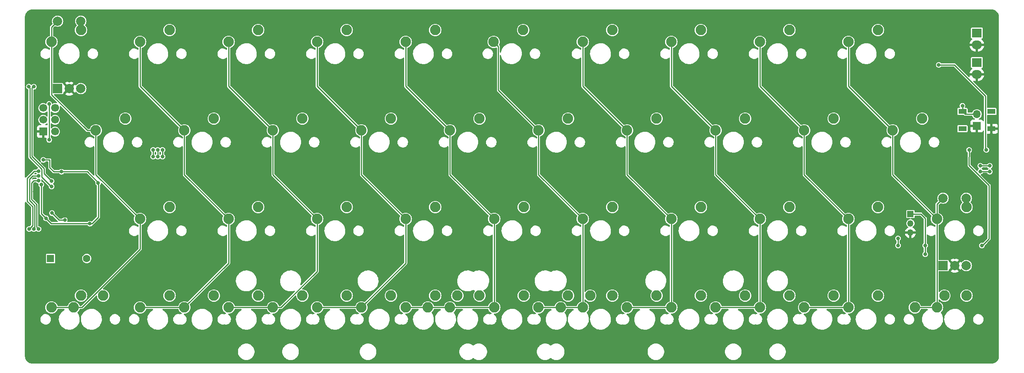
<source format=gbr>
%TF.GenerationSoftware,KiCad,Pcbnew,(7.0.0)*%
%TF.CreationDate,2023-05-29T16:40:41+02:00*%
%TF.ProjectId,Didaktik,44696461-6b74-4696-9b2e-6b696361645f,rev?*%
%TF.SameCoordinates,Original*%
%TF.FileFunction,Copper,L1,Top*%
%TF.FilePolarity,Positive*%
%FSLAX46Y46*%
G04 Gerber Fmt 4.6, Leading zero omitted, Abs format (unit mm)*
G04 Created by KiCad (PCBNEW (7.0.0)) date 2023-05-29 16:40:41*
%MOMM*%
%LPD*%
G01*
G04 APERTURE LIST*
%TA.AperFunction,ComponentPad*%
%ADD10C,2.250000*%
%TD*%
%TA.AperFunction,ComponentPad*%
%ADD11O,2.159000X1.905000*%
%TD*%
%TA.AperFunction,ComponentPad*%
%ADD12R,2.159000X1.905000*%
%TD*%
%TA.AperFunction,ComponentPad*%
%ADD13R,1.600000X1.600000*%
%TD*%
%TA.AperFunction,ComponentPad*%
%ADD14C,1.600000*%
%TD*%
%TA.AperFunction,ComponentPad*%
%ADD15R,2.000000X2.000000*%
%TD*%
%TA.AperFunction,ComponentPad*%
%ADD16C,2.000000*%
%TD*%
%TA.AperFunction,SMDPad,CuDef*%
%ADD17R,1.800000X1.100000*%
%TD*%
%TA.AperFunction,ComponentPad*%
%ADD18R,1.350000X1.350000*%
%TD*%
%TA.AperFunction,ComponentPad*%
%ADD19O,1.350000X1.350000*%
%TD*%
%TA.AperFunction,ComponentPad*%
%ADD20C,1.700000*%
%TD*%
%TA.AperFunction,ComponentPad*%
%ADD21R,1.700000X1.700000*%
%TD*%
%TA.AperFunction,ComponentPad*%
%ADD22O,1.700000X1.700000*%
%TD*%
%TA.AperFunction,ViaPad*%
%ADD23C,0.800000*%
%TD*%
%TA.AperFunction,Conductor*%
%ADD24C,0.250000*%
%TD*%
G04 APERTURE END LIST*
D10*
%TO.P,SW33,1,1*%
%TO.N,COL2*%
X85090000Y-95885000D03*
%TO.P,SW33,2,2*%
%TO.N,Net-(D12-A)*%
X91440000Y-93345000D03*
%TD*%
%TO.P,SW15,1,1*%
%TO.N,COL4*%
X123190000Y-57785000D03*
%TO.P,SW15,2,2*%
%TO.N,Net-(D18-A)*%
X129540000Y-55245000D03*
%TD*%
%TO.P,SW36c1,1,1*%
%TO.N,COL4*%
X132715000Y-95885000D03*
%TO.P,SW36c1,2,2*%
%TO.N,Net-(D20-A)*%
X139065000Y-93345000D03*
%TD*%
%TO.P,SW7,1,1*%
%TO.N,COL6*%
X151765000Y-38735000D03*
%TO.P,SW7,2,2*%
%TO.N,Net-(D26-A)*%
X158115000Y-36195000D03*
%TD*%
%TO.P,SW27,1,1*%
%TO.N,COL6*%
X170815000Y-76835000D03*
%TO.P,SW27,2,2*%
%TO.N,Net-(D28-A)*%
X177165000Y-74295000D03*
%TD*%
%TO.P,SW34b1,1,1*%
%TO.N,COL3*%
X104140000Y-95885000D03*
%TO.P,SW34b1,2,2*%
%TO.N,Net-(D16-A)*%
X110490000Y-93345000D03*
%TD*%
%TO.P,SW14,1,1*%
%TO.N,COL3*%
X104140000Y-57785000D03*
%TO.P,SW14,2,2*%
%TO.N,Net-(D14-A)*%
X110490000Y-55245000D03*
%TD*%
%TO.P,SW33a1,1,1*%
%TO.N,COL2*%
X75565000Y-95885000D03*
%TO.P,SW33a1,2,2*%
%TO.N,Net-(D12-A)*%
X81915000Y-93345000D03*
%TD*%
%TO.P,SW9,1,1*%
%TO.N,COL8*%
X189865000Y-38735000D03*
%TO.P,SW9,2,2*%
%TO.N,Net-(D34-A)*%
X196215000Y-36195000D03*
%TD*%
D11*
%TO.P,D42,1,K*%
%TO.N,GND*%
X236537499Y-45719999D03*
D12*
%TO.P,D42,2,A*%
%TO.N,Net-(D42-A)*%
X236537499Y-43179999D03*
%TD*%
D10*
%TO.P,SW29,1,1*%
%TO.N,COL8*%
X208915000Y-76835000D03*
%TO.P,SW29,2,2*%
%TO.N,Net-(D36-A)*%
X215265000Y-74295000D03*
%TD*%
%TO.P,SW8,1,1*%
%TO.N,COL7*%
X170815000Y-38735000D03*
%TO.P,SW8,2,2*%
%TO.N,Net-(D30-A)*%
X177165000Y-36195000D03*
%TD*%
%TO.P,SW35b1,1,1*%
%TO.N,COL4*%
X113665000Y-95885000D03*
%TO.P,SW35b1,2,2*%
%TO.N,Net-(D20-A)*%
X120015000Y-93345000D03*
%TD*%
%TO.P,SW2,1,1*%
%TO.N,COL1*%
X56515000Y-38735000D03*
%TO.P,SW2,2,2*%
%TO.N,Net-(D5-A)*%
X62865000Y-36195000D03*
%TD*%
%TO.P,SW34,1,1*%
%TO.N,COL3*%
X104140000Y-95885000D03*
%TO.P,SW34,2,2*%
%TO.N,Net-(D16-A)*%
X110490000Y-93345000D03*
%TD*%
%TO.P,SW24,1,1*%
%TO.N,COL3*%
X113665000Y-76835000D03*
%TO.P,SW24,2,2*%
%TO.N,Net-(D15-A)*%
X120015000Y-74295000D03*
%TD*%
%TO.P,SW31,1,1*%
%TO.N,COL0*%
X42227500Y-95885000D03*
%TO.P,SW31,2,2*%
%TO.N,Net-(D4-A)*%
X48577500Y-93345000D03*
%TD*%
%TO.P,SW37a1,1,1*%
%TO.N,COL6*%
X170815000Y-95885000D03*
%TO.P,SW37a1,2,2*%
%TO.N,Net-(D29-A)*%
X177165000Y-93345000D03*
%TD*%
%TO.P,SW20,1,1*%
%TO.N,COL9*%
X218440000Y-57785000D03*
%TO.P,SW20,2,2*%
%TO.N,Net-(D39-A)*%
X224790000Y-55245000D03*
%TD*%
%TO.P,SW5,1,1*%
%TO.N,COL4*%
X113665000Y-38735000D03*
%TO.P,SW5,2,2*%
%TO.N,Net-(D17-A)*%
X120015000Y-36195000D03*
%TD*%
D13*
%TO.P,R5,1*%
%TO.N,SPEAKER*%
X37247999Y-85343999D03*
D14*
%TO.P,R5,2*%
%TO.N,Net-(Q1-B)*%
X45048000Y-85344000D03*
%TD*%
D10*
%TO.P,SW40a1,1,1*%
%TO.N,COL9*%
X227965000Y-95885000D03*
%TO.P,SW40a1,2,2*%
%TO.N,Net-(D41-A)*%
X234315000Y-93345000D03*
%TD*%
%TO.P,SW35,1,1*%
%TO.N,COL4*%
X123190000Y-95885000D03*
%TO.P,SW35,2,2*%
%TO.N,Net-(D20-A)*%
X129540000Y-93345000D03*
%TD*%
%TO.P,SW31a1,1,1*%
%TO.N,COL0*%
X37465000Y-95885000D03*
%TO.P,SW31a1,2,2*%
%TO.N,Net-(D4-A)*%
X43815000Y-93345000D03*
%TD*%
%TO.P,SW38,1,1*%
%TO.N,COL7*%
X180340000Y-95885000D03*
%TO.P,SW38,2,2*%
%TO.N,Net-(D33-A)*%
X186690000Y-93345000D03*
%TD*%
%TO.P,SW12,1,1*%
%TO.N,COL1*%
X66040000Y-57785000D03*
%TO.P,SW12,2,2*%
%TO.N,Net-(D6-A)*%
X72390000Y-55245000D03*
%TD*%
%TO.P,SW22,1,1*%
%TO.N,COL1*%
X75565000Y-76835000D03*
%TO.P,SW22,2,2*%
%TO.N,Net-(D7-A)*%
X81915000Y-74295000D03*
%TD*%
%TO.P,SW36a1,1,1*%
%TO.N,COL5*%
X147002500Y-95885000D03*
%TO.P,SW36a1,2,2*%
%TO.N,Net-(D24-A)*%
X153352500Y-93345000D03*
%TD*%
%TO.P,SW36b1,1,1*%
%TO.N,COL5*%
X151765000Y-95885000D03*
%TO.P,SW36b1,2,2*%
%TO.N,Net-(D24-A)*%
X158115000Y-93345000D03*
%TD*%
%TO.P,SW10,1,1*%
%TO.N,COL9*%
X208915000Y-38735000D03*
%TO.P,SW10,2,2*%
%TO.N,Net-(D38-A)*%
X215265000Y-36195000D03*
%TD*%
D11*
%TO.P,D43,1,K*%
%TO.N,GND*%
X236537499Y-39369999D03*
D12*
%TO.P,D43,2,A*%
%TO.N,Net-(D43-A)*%
X236537499Y-36829999D03*
%TD*%
D10*
%TO.P,SW35c1,1,1*%
%TO.N,COL4*%
X132715000Y-95885000D03*
%TO.P,SW35c1,2,2*%
%TO.N,Net-(D20-A)*%
X139065000Y-93345000D03*
%TD*%
%TO.P,SW6,1,1*%
%TO.N,COL5*%
X132588000Y-38735000D03*
%TO.P,SW6,2,2*%
%TO.N,Net-(D21-A)*%
X138938000Y-36195000D03*
%TD*%
%TO.P,SW19,1,1*%
%TO.N,COL8*%
X199390000Y-57785000D03*
%TO.P,SW19,2,2*%
%TO.N,Net-(D35-A)*%
X205740000Y-55245000D03*
%TD*%
%TO.P,SW3,1,1*%
%TO.N,COL2*%
X75565000Y-38735000D03*
%TO.P,SW3,2,2*%
%TO.N,Net-(D9-A)*%
X81915000Y-36195000D03*
%TD*%
%TO.P,SW17,1,1*%
%TO.N,COL6*%
X161290000Y-57785000D03*
%TO.P,SW17,2,2*%
%TO.N,Net-(D27-A)*%
X167640000Y-55245000D03*
%TD*%
%TO.P,SW39,1,1*%
%TO.N,COL8*%
X199390000Y-95885000D03*
%TO.P,SW39,2,2*%
%TO.N,Net-(D37-A)*%
X205740000Y-93345000D03*
%TD*%
%TO.P,SW11,1,1*%
%TO.N,COL0*%
X46990000Y-57785000D03*
%TO.P,SW11,2,2*%
%TO.N,Net-(D2-A)*%
X53340000Y-55245000D03*
%TD*%
%TO.P,SW21,1,1*%
%TO.N,COL0*%
X56515000Y-76835000D03*
%TO.P,SW21,2,2*%
%TO.N,Net-(D3-A)*%
X62865000Y-74295000D03*
%TD*%
%TO.P,SW16,1,1*%
%TO.N,COL5*%
X142240000Y-57785000D03*
%TO.P,SW16,2,2*%
%TO.N,Net-(D22-A)*%
X148590000Y-55245000D03*
%TD*%
%TO.P,SW18,1,1*%
%TO.N,COL7*%
X180340000Y-57785000D03*
%TO.P,SW18,2,2*%
%TO.N,Net-(D31-A)*%
X186690000Y-55245000D03*
%TD*%
D15*
%TO.P,SW42,A,A*%
%TO.N,ROTARY_C*%
X229274999Y-86874999D03*
D16*
%TO.P,SW42,B,B*%
%TO.N,ROTARY_D*%
X234275000Y-86875000D03*
%TO.P,SW42,C,C*%
%TO.N,GND*%
X231775000Y-86875000D03*
%TO.P,SW42,S1,S1*%
%TO.N,Net-(D40-A)*%
X234275000Y-72375000D03*
%TO.P,SW42,S2,S2*%
%TO.N,COL9*%
X229275000Y-72375000D03*
%TD*%
D10*
%TO.P,SW32a1,1,1*%
%TO.N,COL1*%
X56515000Y-95885000D03*
%TO.P,SW32a1,2,2*%
%TO.N,Net-(D8-A)*%
X62865000Y-93345000D03*
%TD*%
%TO.P,SW37b1,1,1*%
%TO.N,COL6*%
X161290000Y-95885000D03*
%TO.P,SW37b1,2,2*%
%TO.N,Net-(D29-A)*%
X167640000Y-93345000D03*
%TD*%
%TO.P,SW34a1,1,1*%
%TO.N,COL3*%
X94615000Y-95885000D03*
%TO.P,SW34a1,2,2*%
%TO.N,Net-(D16-A)*%
X100965000Y-93345000D03*
%TD*%
%TO.P,SW36,1,1*%
%TO.N,COL5*%
X142240000Y-95885000D03*
%TO.P,SW36,2,2*%
%TO.N,Net-(D24-A)*%
X148590000Y-93345000D03*
%TD*%
%TO.P,SW28,1,1*%
%TO.N,COL7*%
X189865000Y-76835000D03*
%TO.P,SW28,2,2*%
%TO.N,Net-(D32-A)*%
X196215000Y-74295000D03*
%TD*%
%TO.P,SW1,1,1*%
%TO.N,COL0*%
X37465000Y-38735000D03*
%TO.P,SW1,2,2*%
%TO.N,Net-(D1-A)*%
X43815000Y-36195000D03*
%TD*%
%TO.P,SW40,1,1*%
%TO.N,COL9*%
X223202500Y-95885000D03*
%TO.P,SW40,2,2*%
%TO.N,Net-(D41-A)*%
X229552500Y-93345000D03*
%TD*%
D17*
%TO.P,SW_Reset1,1,1*%
%TO.N,GND*%
X239637499Y-57412499D03*
%TO.P,SW_Reset1,2,2*%
%TO.N,RESET*%
X233437499Y-53712499D03*
%TO.P,SW_Reset1,3*%
%TO.N,N/C*%
X239637499Y-53712499D03*
%TO.P,SW_Reset1,4*%
X233437499Y-57412499D03*
%TD*%
D10*
%TO.P,SW39a1,1,1*%
%TO.N,COL8*%
X208915000Y-95885000D03*
%TO.P,SW39a1,2,2*%
%TO.N,Net-(D37-A)*%
X215265000Y-93345000D03*
%TD*%
%TO.P,SW37,1,1*%
%TO.N,COL6*%
X161290000Y-95885000D03*
%TO.P,SW37,2,2*%
%TO.N,Net-(D29-A)*%
X167640000Y-93345000D03*
%TD*%
%TO.P,SW4,1,1*%
%TO.N,COL3*%
X94615000Y-38735000D03*
%TO.P,SW4,2,2*%
%TO.N,Net-(D13-A)*%
X100965000Y-36195000D03*
%TD*%
%TO.P,SW35a1,1,1*%
%TO.N,COL4*%
X118427500Y-95885000D03*
%TO.P,SW35a1,2,2*%
%TO.N,Net-(D20-A)*%
X124777500Y-93345000D03*
%TD*%
%TO.P,SW32,1,1*%
%TO.N,COL1*%
X66040000Y-95885000D03*
%TO.P,SW32,2,2*%
%TO.N,Net-(D8-A)*%
X72390000Y-93345000D03*
%TD*%
%TO.P,SW26,1,1*%
%TO.N,COL5*%
X151765000Y-76835000D03*
%TO.P,SW26,2,2*%
%TO.N,Net-(D23-A)*%
X158115000Y-74295000D03*
%TD*%
%TO.P,SW30,1,1*%
%TO.N,COL9*%
X227965000Y-76835000D03*
%TO.P,SW30,2,2*%
%TO.N,Net-(D40-A)*%
X234315000Y-74295000D03*
%TD*%
%TO.P,SW38a1,1,1*%
%TO.N,COL7*%
X189865000Y-95885000D03*
%TO.P,SW38a1,2,2*%
%TO.N,Net-(D33-A)*%
X196215000Y-93345000D03*
%TD*%
%TO.P,SW13,1,1*%
%TO.N,COL2*%
X85090000Y-57785000D03*
%TO.P,SW13,2,2*%
%TO.N,Net-(D10-A)*%
X91440000Y-55245000D03*
%TD*%
D15*
%TO.P,SW41,A,A*%
%TO.N,ROTARY_A*%
X38774999Y-48774999D03*
D16*
%TO.P,SW41,B,B*%
%TO.N,ROTARY_B*%
X43775000Y-48775000D03*
%TO.P,SW41,C,C*%
%TO.N,GND*%
X41275000Y-48775000D03*
%TO.P,SW41,S1,S1*%
%TO.N,Net-(D1-A)*%
X43775000Y-34275000D03*
%TO.P,SW41,S2,S2*%
%TO.N,COL0*%
X38775000Y-34275000D03*
%TD*%
D10*
%TO.P,SW25,1,1*%
%TO.N,COL4*%
X132715000Y-76835000D03*
%TO.P,SW25,2,2*%
%TO.N,Net-(D19-A)*%
X139065000Y-74295000D03*
%TD*%
%TO.P,SW23,1,1*%
%TO.N,COL2*%
X94615000Y-76835000D03*
%TO.P,SW23,2,2*%
%TO.N,Net-(D11-A)*%
X100965000Y-74295000D03*
%TD*%
D18*
%TO.P,J3,1,Pin_1*%
%TO.N,VCC*%
X222249999Y-75787499D03*
D19*
%TO.P,J3,2,Pin_2*%
%TO.N,RGB*%
X222249999Y-77787499D03*
%TO.P,J3,3,Pin_3*%
%TO.N,GND*%
X222249999Y-79787499D03*
%TD*%
D20*
%TO.P,J2,1,MISO*%
%TO.N,MISO*%
X38227000Y-52959000D03*
%TO.P,J2,2,VCC*%
%TO.N,+5V*%
X35687000Y-52959000D03*
%TO.P,J2,3,SCK*%
%TO.N,SCK*%
X38227000Y-55499000D03*
%TO.P,J2,4,MOSI*%
%TO.N,MOSI*%
X35687000Y-55499000D03*
%TO.P,J2,5,~{RST}*%
%TO.N,RESET*%
X38227000Y-58039000D03*
D21*
%TO.P,J2,6,GND*%
%TO.N,GND*%
X35686999Y-58038999D03*
%TD*%
%TO.P,SW_Reset2,1,1*%
%TO.N,GND*%
X236537499Y-56837499D03*
D22*
%TO.P,SW_Reset2,2,2*%
%TO.N,RESET*%
X236537499Y-54297499D03*
%TD*%
D23*
%TO.N,MOSI*%
X60325000Y-61969401D03*
X60325000Y-63418401D03*
%TO.N,MISO*%
X61324503Y-63418401D03*
X61324503Y-61969401D03*
%TO.N,LED capslock*%
X237280353Y-65405000D03*
X239299500Y-65405000D03*
%TO.N,LED Power*%
X237292652Y-66599500D03*
X239299500Y-66675000D03*
%TO.N,GND*%
X41275000Y-47117000D03*
X239649000Y-58674000D03*
X35877500Y-78577250D03*
X49407299Y-68702701D03*
X49022000Y-75438000D03*
X35687000Y-59817000D03*
X231775000Y-85090000D03*
X232492031Y-36599980D03*
X236534647Y-41127157D03*
X236537500Y-58651931D03*
X33865500Y-70953717D03*
X33881233Y-72103618D03*
X44831000Y-79375000D03*
X228346000Y-47498000D03*
X236537500Y-47476835D03*
X224282000Y-79756000D03*
X42413052Y-89725122D03*
%TO.N,+5V*%
X35246463Y-69442014D03*
X45720000Y-77851000D03*
X36258500Y-76672250D03*
X35687000Y-64135000D03*
X47498500Y-69114000D03*
X39624000Y-66675000D03*
%TO.N,ROTARY_A*%
X33655000Y-48387000D03*
X37465000Y-68707000D03*
%TO.N,VCC*%
X225425000Y-84439500D03*
X234874569Y-61991086D03*
X225425000Y-82540500D03*
X237617000Y-82550000D03*
%TO.N,SCK*%
X59325523Y-63425536D03*
X59325497Y-61969401D03*
%TO.N,ROTARY_C*%
X34671000Y-67580497D03*
X33655000Y-78994000D03*
%TO.N,ROW0*%
X238584761Y-61957910D03*
X228346000Y-43688000D03*
%TO.N,RESET*%
X36957000Y-52098000D03*
X233437500Y-52462500D03*
X36957000Y-59817000D03*
%TO.N,ROTARY_B*%
X37496500Y-69850000D03*
X32601318Y-48371927D03*
%TO.N,ROTARY_D*%
X34654503Y-78994000D03*
X34671000Y-68580000D03*
%TO.N,RGB*%
X40312500Y-77090750D03*
X219583000Y-82540500D03*
X37554500Y-75569299D03*
X219583000Y-81019401D03*
%TO.N,SPEAKER*%
X34671000Y-66580994D03*
X32655497Y-78994000D03*
%TD*%
D24*
%TO.N,GND*%
X236537500Y-58651931D02*
X236537500Y-56837500D01*
%TO.N,RESET*%
X234022500Y-54297500D02*
X236537500Y-54297500D01*
X233437500Y-53712500D02*
X234022500Y-54297500D01*
%TO.N,COL0*%
X56515000Y-83356890D02*
X43986890Y-95885000D01*
X37465000Y-35585000D02*
X37465000Y-38735000D01*
X38775000Y-34275000D02*
X37465000Y-35585000D01*
X46990000Y-57785000D02*
X45135000Y-57785000D01*
X46990000Y-57785000D02*
X46990000Y-67310000D01*
X56515000Y-76835000D02*
X56515000Y-83356890D01*
X45135000Y-57785000D02*
X37450000Y-50100000D01*
X37450000Y-50100000D02*
X37450000Y-38750000D01*
X42227500Y-95885000D02*
X37465000Y-95885000D01*
X43986890Y-95885000D02*
X42227500Y-95885000D01*
X46990000Y-67310000D02*
X56515000Y-76835000D01*
X37450000Y-38750000D02*
X37465000Y-38735000D01*
%TO.N,COL1*%
X75565000Y-86360000D02*
X66040000Y-95885000D01*
X56515000Y-48260000D02*
X66040000Y-57785000D01*
X66040000Y-57785000D02*
X66040000Y-67310000D01*
X56515000Y-38735000D02*
X56515000Y-48260000D01*
X66040000Y-67310000D02*
X75565000Y-76835000D01*
X66040000Y-95885000D02*
X56515000Y-95885000D01*
X75565000Y-76835000D02*
X75565000Y-86360000D01*
%TO.N,COL3*%
X104140000Y-95885000D02*
X94615000Y-95885000D01*
X113665000Y-86360000D02*
X104140000Y-95885000D01*
X94615000Y-38735000D02*
X94615000Y-48260000D01*
X104140000Y-67310000D02*
X113665000Y-76835000D01*
X94615000Y-48260000D02*
X104140000Y-57785000D01*
X113665000Y-76835000D02*
X113665000Y-86360000D01*
X104140000Y-57785000D02*
X104140000Y-67310000D01*
%TO.N,COL4*%
X123190000Y-67310000D02*
X132715000Y-76835000D01*
X113665000Y-38735000D02*
X113665000Y-48260000D01*
X132715000Y-95885000D02*
X123190000Y-95885000D01*
X132715000Y-76835000D02*
X132715000Y-95885000D01*
X113665000Y-48260000D02*
X123190000Y-57785000D01*
X118427500Y-95885000D02*
X113665000Y-95885000D01*
X123190000Y-95885000D02*
X118427500Y-95885000D01*
X123190000Y-57785000D02*
X123190000Y-67310000D01*
%TO.N,MOSI*%
X60325000Y-61969401D02*
X60325000Y-63418401D01*
%TO.N,MISO*%
X61324503Y-61969401D02*
X61324503Y-63418401D01*
%TO.N,LED capslock*%
X237280353Y-65405000D02*
X239299500Y-65405000D01*
%TO.N,LED Power*%
X239224000Y-66599500D02*
X239299500Y-66675000D01*
X237292652Y-66599500D02*
X239224000Y-66599500D01*
%TO.N,GND*%
X239637500Y-57412500D02*
X239637500Y-58662500D01*
X239637500Y-58662500D02*
X239649000Y-58674000D01*
%TO.N,+5V*%
X35242500Y-69445977D02*
X35246463Y-69442014D01*
X46164500Y-77815250D02*
X47561500Y-76418250D01*
X45148500Y-66639250D02*
X47561500Y-69052250D01*
X37937250Y-66639250D02*
X45148500Y-66639250D01*
X47498500Y-69114000D02*
X47499750Y-69114000D01*
X47499750Y-69114000D02*
X47561500Y-69052250D01*
X35242500Y-75656250D02*
X35242500Y-69445977D01*
X37084000Y-65786000D02*
X37937250Y-66639250D01*
X45402500Y-77815250D02*
X46164500Y-77815250D01*
X37401500Y-77815250D02*
X46164500Y-77815250D01*
X47561500Y-76418250D02*
X47561500Y-69052250D01*
X37084000Y-64135000D02*
X37084000Y-65786000D01*
X35687000Y-64135000D02*
X37084000Y-64135000D01*
X35242500Y-75656250D02*
X37401500Y-77815250D01*
%TO.N,ROTARY_A*%
X35846000Y-67088000D02*
X37465000Y-68707000D01*
X33274000Y-63371604D02*
X35846000Y-65943604D01*
X33274000Y-48641000D02*
X33274000Y-63371604D01*
X33655000Y-48387000D02*
X33528000Y-48387000D01*
X35846000Y-65943604D02*
X35846000Y-67088000D01*
X33528000Y-48387000D02*
X33274000Y-48641000D01*
%TO.N,COL5*%
X151765000Y-95885000D02*
X147002500Y-95885000D01*
X133603535Y-39750535D02*
X133603535Y-49148535D01*
X142240000Y-67310000D02*
X151765000Y-76835000D01*
X142240000Y-57785000D02*
X142240000Y-67310000D01*
X133603535Y-49148535D02*
X142240000Y-57785000D01*
X151765000Y-76835000D02*
X151765000Y-95885000D01*
X132588000Y-38735000D02*
X133603535Y-39750535D01*
X147002500Y-95885000D02*
X142240000Y-95885000D01*
%TO.N,COL6*%
X151765000Y-48260000D02*
X161290000Y-57785000D01*
X151765000Y-38735000D02*
X151765000Y-48260000D01*
X161290000Y-67310000D02*
X170815000Y-76835000D01*
X170815000Y-76835000D02*
X170815000Y-95885000D01*
X161290000Y-57785000D02*
X161290000Y-67310000D01*
X170815000Y-95885000D02*
X161290000Y-95885000D01*
%TO.N,VCC*%
X225425000Y-76708000D02*
X225425000Y-82540500D01*
X222250000Y-75787500D02*
X224504500Y-75787500D01*
X234868223Y-65323223D02*
X234868223Y-63462500D01*
X234874569Y-61991086D02*
X234874569Y-63456154D01*
X237617000Y-82550000D02*
X237723500Y-82550000D01*
X239140535Y-69595535D02*
X234868223Y-65323223D01*
X239140535Y-81132965D02*
X239140535Y-69595535D01*
X237723500Y-82550000D02*
X239140535Y-81132965D01*
X225425000Y-82540500D02*
X225425000Y-84439500D01*
X224504500Y-75787500D02*
X225425000Y-76708000D01*
X234874569Y-63456154D02*
X234868223Y-63462500D01*
%TO.N,SCK*%
X59325497Y-61969401D02*
X59325497Y-63425510D01*
X59325497Y-63425510D02*
X59325523Y-63425536D01*
%TO.N,ROTARY_C*%
X33219396Y-73351396D02*
X33840000Y-73972000D01*
X33840000Y-73972000D02*
X33840000Y-78809000D01*
X32700104Y-72846500D02*
X33205000Y-73351396D01*
X34671000Y-67580497D02*
X33384503Y-67580497D01*
X33384503Y-67580497D02*
X32690500Y-68274500D01*
X33205000Y-73351396D02*
X33219396Y-73351396D01*
X33840000Y-78809000D02*
X33655000Y-78994000D01*
X32690500Y-68274500D02*
X32690500Y-72846500D01*
%TO.N,COL7*%
X189865000Y-95885000D02*
X180340000Y-95885000D01*
X170815000Y-38735000D02*
X170815000Y-48260000D01*
X180340000Y-67310000D02*
X189865000Y-76835000D01*
X189865000Y-76835000D02*
X189865000Y-95885000D01*
X170815000Y-48260000D02*
X180340000Y-57785000D01*
X180340000Y-57785000D02*
X180340000Y-67310000D01*
%TO.N,COL8*%
X199390000Y-57785000D02*
X199390000Y-67310000D01*
X189865000Y-48260000D02*
X199390000Y-57785000D01*
X189865000Y-38735000D02*
X189865000Y-48260000D01*
X199390000Y-67310000D02*
X208915000Y-76835000D01*
X208915000Y-95885000D02*
X199390000Y-95885000D01*
X208915000Y-76835000D02*
X208915000Y-95885000D01*
%TO.N,COL9*%
X227965000Y-76835000D02*
X227950000Y-76850000D01*
X227950000Y-95870000D02*
X227965000Y-95885000D01*
X227950000Y-76850000D02*
X227950000Y-95870000D01*
X229275000Y-72375000D02*
X227965000Y-73685000D01*
X208915000Y-38735000D02*
X208915000Y-48260000D01*
X227965000Y-95885000D02*
X223202500Y-95885000D01*
X218440000Y-67310000D02*
X227965000Y-76835000D01*
X227965000Y-73685000D02*
X227965000Y-76835000D01*
X218440000Y-57785000D02*
X218440000Y-67310000D01*
X208915000Y-48260000D02*
X218440000Y-57785000D01*
%TO.N,ROW0*%
X238571984Y-61970687D02*
X238584761Y-61957910D01*
X231723360Y-43688000D02*
X238412500Y-50377140D01*
X238412500Y-50377140D02*
X238412500Y-61785649D01*
X231521000Y-43688000D02*
X231723360Y-43688000D01*
X238412500Y-61785649D02*
X238584761Y-61957910D01*
X228346000Y-43688000D02*
X231521000Y-43688000D01*
%TO.N,RESET*%
X233437500Y-53712500D02*
X233437500Y-52462500D01*
X36957000Y-52098000D02*
X36957000Y-59817000D01*
%TO.N,COL2*%
X85090000Y-95885000D02*
X75565000Y-95885000D01*
X86849390Y-95885000D02*
X85090000Y-95885000D01*
X85090000Y-67310000D02*
X94615000Y-76835000D01*
X94615000Y-88119390D02*
X86849390Y-95885000D01*
X94615000Y-76835000D02*
X94615000Y-88119390D01*
X75565000Y-38735000D02*
X75565000Y-48260000D01*
X75565000Y-48260000D02*
X85090000Y-57785000D01*
X85090000Y-57785000D02*
X85090000Y-67310000D01*
%TO.N,ROTARY_B*%
X32601318Y-48371927D02*
X32586245Y-48387000D01*
X35396000Y-66130000D02*
X35396000Y-67818000D01*
X32528497Y-48387000D02*
X32803000Y-48661503D01*
X32803000Y-63537000D02*
X35396000Y-66130000D01*
X37428000Y-69850000D02*
X37496500Y-69850000D01*
X32586245Y-48387000D02*
X32528497Y-48387000D01*
X35396000Y-67818000D02*
X37428000Y-69850000D01*
X32803000Y-48661503D02*
X32803000Y-63537000D01*
%TO.N,ROTARY_D*%
X34290000Y-78613000D02*
X34654503Y-78977503D01*
X33655000Y-68580000D02*
X33140500Y-69094500D01*
X34671000Y-68580000D02*
X33655000Y-68580000D01*
X33140500Y-69094500D02*
X33140500Y-72650500D01*
X33655000Y-73095000D02*
X34290000Y-73730000D01*
X33655000Y-73095000D02*
X33147000Y-72644000D01*
X34654503Y-78977503D02*
X34654503Y-78994000D01*
X34290000Y-73730000D02*
X34290000Y-78613000D01*
%TO.N,RGB*%
X37554500Y-75569299D02*
X39075951Y-77090750D01*
X219583000Y-82540500D02*
X219583000Y-81019401D01*
X39075951Y-77090750D02*
X40312500Y-77090750D01*
%TO.N,SPEAKER*%
X33375604Y-74168000D02*
X33390000Y-74168000D01*
X32240500Y-73032896D02*
X33375604Y-74168000D01*
X33747610Y-66580994D02*
X32240500Y-68088104D01*
X34671000Y-66580994D02*
X33747610Y-66580994D01*
X33390000Y-78233695D02*
X32655497Y-78968197D01*
X32655497Y-78968197D02*
X32655497Y-78994000D01*
X33390000Y-74168000D02*
X33390000Y-78233695D01*
X32240500Y-68088104D02*
X32240500Y-73032896D01*
%TD*%
%TA.AperFunction,Conductor*%
%TO.N,GND*%
G36*
X239716988Y-31750821D02*
G01*
X239782015Y-31755471D01*
X239782306Y-31755493D01*
X239937929Y-31767741D01*
X239954787Y-31770228D01*
X240048289Y-31790568D01*
X240050757Y-31791132D01*
X240170840Y-31819961D01*
X240185441Y-31824419D01*
X240280893Y-31860021D01*
X240285036Y-31861651D01*
X240316177Y-31874550D01*
X240393296Y-31906495D01*
X240405461Y-31912315D01*
X240456504Y-31940186D01*
X240496970Y-31962282D01*
X240502368Y-31965407D01*
X240600323Y-32025435D01*
X240609973Y-32031982D01*
X240694254Y-32095073D01*
X240700551Y-32100111D01*
X240787245Y-32174154D01*
X240794509Y-32180870D01*
X240869128Y-32255489D01*
X240875844Y-32262753D01*
X240949876Y-32349433D01*
X240954933Y-32355755D01*
X241018009Y-32440015D01*
X241024573Y-32449689D01*
X241084571Y-32547596D01*
X241087727Y-32553047D01*
X241137683Y-32644537D01*
X241143503Y-32656702D01*
X241188340Y-32764946D01*
X241189988Y-32769133D01*
X241225577Y-32864552D01*
X241230040Y-32879170D01*
X241258850Y-32999172D01*
X241259451Y-33001802D01*
X241279767Y-33095190D01*
X241282259Y-33112089D01*
X241294489Y-33267495D01*
X241294556Y-33268389D01*
X241299179Y-33333010D01*
X241299500Y-33342001D01*
X241299500Y-106357998D01*
X241299179Y-106366988D01*
X241294556Y-106431618D01*
X241294489Y-106432514D01*
X241282259Y-106587910D01*
X241279767Y-106604808D01*
X241259451Y-106698196D01*
X241258850Y-106700826D01*
X241230040Y-106820828D01*
X241225577Y-106835446D01*
X241189988Y-106930865D01*
X241188340Y-106935052D01*
X241143503Y-107043296D01*
X241137683Y-107055461D01*
X241087727Y-107146951D01*
X241084571Y-107152402D01*
X241024573Y-107250309D01*
X241018009Y-107259983D01*
X240954933Y-107344243D01*
X240949876Y-107350565D01*
X240875844Y-107437245D01*
X240869128Y-107444509D01*
X240794509Y-107519128D01*
X240787245Y-107525844D01*
X240700565Y-107599876D01*
X240694243Y-107604933D01*
X240609983Y-107668009D01*
X240600309Y-107674573D01*
X240502402Y-107734571D01*
X240496951Y-107737727D01*
X240405461Y-107787683D01*
X240393296Y-107793503D01*
X240285052Y-107838340D01*
X240280865Y-107839988D01*
X240185446Y-107875577D01*
X240170828Y-107880040D01*
X240050826Y-107908850D01*
X240048196Y-107909451D01*
X239954808Y-107929767D01*
X239937910Y-107932259D01*
X239782514Y-107944489D01*
X239781618Y-107944556D01*
X239716988Y-107949179D01*
X239707998Y-107949500D01*
X33342001Y-107949500D01*
X33333013Y-107949179D01*
X33327014Y-107948750D01*
X33268389Y-107944556D01*
X33267495Y-107944489D01*
X33112089Y-107932259D01*
X33095190Y-107929767D01*
X33001802Y-107909451D01*
X32999172Y-107908850D01*
X32879170Y-107880040D01*
X32864552Y-107875577D01*
X32769133Y-107839988D01*
X32764946Y-107838340D01*
X32656702Y-107793503D01*
X32644537Y-107787683D01*
X32553047Y-107737727D01*
X32547607Y-107734577D01*
X32449686Y-107674570D01*
X32440015Y-107668009D01*
X32355755Y-107604933D01*
X32349433Y-107599876D01*
X32262753Y-107525844D01*
X32255489Y-107519128D01*
X32180870Y-107444509D01*
X32174154Y-107437245D01*
X32100111Y-107350551D01*
X32095073Y-107344254D01*
X32031982Y-107259973D01*
X32025435Y-107250323D01*
X31965407Y-107152368D01*
X31962282Y-107146970D01*
X31941382Y-107108694D01*
X31912315Y-107055461D01*
X31906495Y-107043296D01*
X31861658Y-106935052D01*
X31860020Y-106930892D01*
X31824419Y-106835441D01*
X31819961Y-106820840D01*
X31791132Y-106700757D01*
X31790568Y-106698289D01*
X31770228Y-106604787D01*
X31767741Y-106587929D01*
X31755493Y-106432306D01*
X31755443Y-106431618D01*
X31750821Y-106366988D01*
X31750500Y-106358001D01*
X31750500Y-105542980D01*
X77600500Y-105542980D01*
X77601201Y-105547634D01*
X77601202Y-105547641D01*
X77639437Y-105801315D01*
X77640139Y-105805971D01*
X77718533Y-106060116D01*
X77833929Y-106299738D01*
X77836583Y-106303631D01*
X77836585Y-106303634D01*
X77876719Y-106362500D01*
X77983750Y-106519485D01*
X77986950Y-106522934D01*
X77986955Y-106522940D01*
X78047651Y-106588354D01*
X78164649Y-106714448D01*
X78372585Y-106880272D01*
X78602914Y-107013252D01*
X78607303Y-107014974D01*
X78607306Y-107014976D01*
X78624602Y-107021764D01*
X78850490Y-107110419D01*
X79109783Y-107169601D01*
X79308599Y-107184500D01*
X79439048Y-107184500D01*
X79441401Y-107184500D01*
X79640217Y-107169601D01*
X79899510Y-107110419D01*
X80147086Y-107013252D01*
X80377415Y-106880272D01*
X80585351Y-106714448D01*
X80766250Y-106519485D01*
X80916071Y-106299738D01*
X81031467Y-106060116D01*
X81109861Y-105805971D01*
X81149500Y-105542980D01*
X87125500Y-105542980D01*
X87126201Y-105547634D01*
X87126202Y-105547641D01*
X87164437Y-105801315D01*
X87165139Y-105805971D01*
X87243533Y-106060116D01*
X87358929Y-106299738D01*
X87361583Y-106303631D01*
X87361585Y-106303634D01*
X87401719Y-106362500D01*
X87508750Y-106519485D01*
X87511950Y-106522934D01*
X87511955Y-106522940D01*
X87572651Y-106588354D01*
X87689649Y-106714448D01*
X87897585Y-106880272D01*
X88127914Y-107013252D01*
X88132303Y-107014974D01*
X88132306Y-107014976D01*
X88149602Y-107021764D01*
X88375490Y-107110419D01*
X88634783Y-107169601D01*
X88833599Y-107184500D01*
X88964048Y-107184500D01*
X88966401Y-107184500D01*
X89165217Y-107169601D01*
X89424510Y-107110419D01*
X89672086Y-107013252D01*
X89902415Y-106880272D01*
X90110351Y-106714448D01*
X90291250Y-106519485D01*
X90441071Y-106299738D01*
X90556467Y-106060116D01*
X90634861Y-105805971D01*
X90674500Y-105542980D01*
X103794250Y-105542980D01*
X103794951Y-105547634D01*
X103794952Y-105547641D01*
X103833187Y-105801315D01*
X103833889Y-105805971D01*
X103912283Y-106060116D01*
X104027679Y-106299738D01*
X104030333Y-106303631D01*
X104030335Y-106303634D01*
X104070469Y-106362500D01*
X104177500Y-106519485D01*
X104180700Y-106522934D01*
X104180705Y-106522940D01*
X104241401Y-106588354D01*
X104358399Y-106714448D01*
X104566335Y-106880272D01*
X104796664Y-107013252D01*
X104801053Y-107014974D01*
X104801056Y-107014976D01*
X104818352Y-107021764D01*
X105044240Y-107110419D01*
X105303533Y-107169601D01*
X105502349Y-107184500D01*
X105632798Y-107184500D01*
X105635151Y-107184500D01*
X105833967Y-107169601D01*
X106093260Y-107110419D01*
X106340836Y-107013252D01*
X106571165Y-106880272D01*
X106779101Y-106714448D01*
X106960000Y-106519485D01*
X107109821Y-106299738D01*
X107225217Y-106060116D01*
X107303611Y-105805971D01*
X107343250Y-105542980D01*
X125225500Y-105542980D01*
X125226201Y-105547634D01*
X125226202Y-105547641D01*
X125264437Y-105801315D01*
X125265139Y-105805971D01*
X125343533Y-106060116D01*
X125458929Y-106299738D01*
X125461583Y-106303631D01*
X125461585Y-106303634D01*
X125501719Y-106362500D01*
X125608750Y-106519485D01*
X125611950Y-106522934D01*
X125611955Y-106522940D01*
X125672651Y-106588354D01*
X125789649Y-106714448D01*
X125997585Y-106880272D01*
X126227914Y-107013252D01*
X126232303Y-107014974D01*
X126232306Y-107014976D01*
X126249602Y-107021764D01*
X126475490Y-107110419D01*
X126734783Y-107169601D01*
X126933599Y-107184500D01*
X127064048Y-107184500D01*
X127066401Y-107184500D01*
X127265217Y-107169601D01*
X127524510Y-107110419D01*
X127772086Y-107013252D01*
X128002415Y-106880272D01*
X128112067Y-106792826D01*
X128162586Y-106768498D01*
X128218661Y-106768498D01*
X128269184Y-106792828D01*
X128378835Y-106880272D01*
X128609164Y-107013252D01*
X128613553Y-107014974D01*
X128613556Y-107014976D01*
X128630852Y-107021764D01*
X128856740Y-107110419D01*
X129116033Y-107169601D01*
X129314849Y-107184500D01*
X129445298Y-107184500D01*
X129447651Y-107184500D01*
X129646467Y-107169601D01*
X129905760Y-107110419D01*
X130153336Y-107013252D01*
X130383665Y-106880272D01*
X130591601Y-106714448D01*
X130772500Y-106519485D01*
X130922321Y-106299738D01*
X131037717Y-106060116D01*
X131116111Y-105805971D01*
X131155750Y-105542980D01*
X141894250Y-105542980D01*
X141894951Y-105547634D01*
X141894952Y-105547641D01*
X141933187Y-105801315D01*
X141933889Y-105805971D01*
X142012283Y-106060116D01*
X142127679Y-106299738D01*
X142130333Y-106303631D01*
X142130335Y-106303634D01*
X142170469Y-106362500D01*
X142277500Y-106519485D01*
X142280700Y-106522934D01*
X142280705Y-106522940D01*
X142341401Y-106588354D01*
X142458399Y-106714448D01*
X142666335Y-106880272D01*
X142896664Y-107013252D01*
X142901053Y-107014974D01*
X142901056Y-107014976D01*
X142918352Y-107021764D01*
X143144240Y-107110419D01*
X143403533Y-107169601D01*
X143602349Y-107184500D01*
X143732798Y-107184500D01*
X143735151Y-107184500D01*
X143933967Y-107169601D01*
X144193260Y-107110419D01*
X144440836Y-107013252D01*
X144671165Y-106880272D01*
X144780814Y-106792829D01*
X144831337Y-106768498D01*
X144887413Y-106768498D01*
X144937935Y-106792829D01*
X145043896Y-106877331D01*
X145043902Y-106877335D01*
X145047585Y-106880272D01*
X145277914Y-107013252D01*
X145282303Y-107014974D01*
X145282306Y-107014976D01*
X145299602Y-107021764D01*
X145525490Y-107110419D01*
X145784783Y-107169601D01*
X145983599Y-107184500D01*
X146114048Y-107184500D01*
X146116401Y-107184500D01*
X146315217Y-107169601D01*
X146574510Y-107110419D01*
X146822086Y-107013252D01*
X147052415Y-106880272D01*
X147260351Y-106714448D01*
X147441250Y-106519485D01*
X147591071Y-106299738D01*
X147706467Y-106060116D01*
X147784861Y-105805971D01*
X147824500Y-105542980D01*
X165706750Y-105542980D01*
X165707451Y-105547634D01*
X165707452Y-105547641D01*
X165745687Y-105801315D01*
X165746389Y-105805971D01*
X165824783Y-106060116D01*
X165940179Y-106299738D01*
X165942833Y-106303631D01*
X165942835Y-106303634D01*
X165982969Y-106362500D01*
X166090000Y-106519485D01*
X166093200Y-106522934D01*
X166093205Y-106522940D01*
X166153901Y-106588354D01*
X166270899Y-106714448D01*
X166478835Y-106880272D01*
X166709164Y-107013252D01*
X166713553Y-107014974D01*
X166713556Y-107014976D01*
X166730852Y-107021764D01*
X166956740Y-107110419D01*
X167216033Y-107169601D01*
X167414849Y-107184500D01*
X167545298Y-107184500D01*
X167547651Y-107184500D01*
X167746467Y-107169601D01*
X168005760Y-107110419D01*
X168253336Y-107013252D01*
X168483665Y-106880272D01*
X168691601Y-106714448D01*
X168872500Y-106519485D01*
X169022321Y-106299738D01*
X169137717Y-106060116D01*
X169216111Y-105805971D01*
X169255750Y-105542980D01*
X182375500Y-105542980D01*
X182376201Y-105547634D01*
X182376202Y-105547641D01*
X182414437Y-105801315D01*
X182415139Y-105805971D01*
X182493533Y-106060116D01*
X182608929Y-106299738D01*
X182611583Y-106303631D01*
X182611585Y-106303634D01*
X182651719Y-106362500D01*
X182758750Y-106519485D01*
X182761950Y-106522934D01*
X182761955Y-106522940D01*
X182822651Y-106588354D01*
X182939649Y-106714448D01*
X183147585Y-106880272D01*
X183377914Y-107013252D01*
X183382303Y-107014974D01*
X183382306Y-107014976D01*
X183399602Y-107021764D01*
X183625490Y-107110419D01*
X183884783Y-107169601D01*
X184083599Y-107184500D01*
X184214048Y-107184500D01*
X184216401Y-107184500D01*
X184415217Y-107169601D01*
X184674510Y-107110419D01*
X184922086Y-107013252D01*
X185152415Y-106880272D01*
X185360351Y-106714448D01*
X185541250Y-106519485D01*
X185691071Y-106299738D01*
X185806467Y-106060116D01*
X185884861Y-105805971D01*
X185924500Y-105542980D01*
X191900500Y-105542980D01*
X191901201Y-105547634D01*
X191901202Y-105547641D01*
X191939437Y-105801315D01*
X191940139Y-105805971D01*
X192018533Y-106060116D01*
X192133929Y-106299738D01*
X192136583Y-106303631D01*
X192136585Y-106303634D01*
X192176719Y-106362500D01*
X192283750Y-106519485D01*
X192286950Y-106522934D01*
X192286955Y-106522940D01*
X192347651Y-106588354D01*
X192464649Y-106714448D01*
X192672585Y-106880272D01*
X192902914Y-107013252D01*
X192907303Y-107014974D01*
X192907306Y-107014976D01*
X192924602Y-107021764D01*
X193150490Y-107110419D01*
X193409783Y-107169601D01*
X193608599Y-107184500D01*
X193739048Y-107184500D01*
X193741401Y-107184500D01*
X193940217Y-107169601D01*
X194199510Y-107110419D01*
X194447086Y-107013252D01*
X194677415Y-106880272D01*
X194885351Y-106714448D01*
X195066250Y-106519485D01*
X195216071Y-106299738D01*
X195331467Y-106060116D01*
X195409861Y-105805971D01*
X195449500Y-105542980D01*
X195449500Y-105277020D01*
X195409861Y-105014029D01*
X195331467Y-104759884D01*
X195216071Y-104520262D01*
X195066250Y-104300515D01*
X195063048Y-104297064D01*
X195063044Y-104297059D01*
X194888551Y-104109001D01*
X194885351Y-104105552D01*
X194677415Y-103939728D01*
X194673339Y-103937374D01*
X194673335Y-103937372D01*
X194451173Y-103809107D01*
X194451166Y-103809103D01*
X194447086Y-103806748D01*
X194442702Y-103805027D01*
X194442693Y-103805023D01*
X194203903Y-103711305D01*
X194203901Y-103711304D01*
X194199510Y-103709581D01*
X194194910Y-103708531D01*
X193944818Y-103651449D01*
X193944816Y-103651448D01*
X193940217Y-103650399D01*
X193935515Y-103650046D01*
X193935511Y-103650046D01*
X193743743Y-103635675D01*
X193743729Y-103635674D01*
X193741401Y-103635500D01*
X193608599Y-103635500D01*
X193606271Y-103635674D01*
X193606256Y-103635675D01*
X193414488Y-103650046D01*
X193414482Y-103650046D01*
X193409783Y-103650399D01*
X193405185Y-103651448D01*
X193405181Y-103651449D01*
X193155089Y-103708531D01*
X193155085Y-103708532D01*
X193150490Y-103709581D01*
X193146102Y-103711303D01*
X193146096Y-103711305D01*
X192907306Y-103805023D01*
X192907291Y-103805029D01*
X192902914Y-103806748D01*
X192898838Y-103809100D01*
X192898826Y-103809107D01*
X192676664Y-103937372D01*
X192676654Y-103937378D01*
X192672585Y-103939728D01*
X192668908Y-103942659D01*
X192668904Y-103942663D01*
X192484376Y-104089820D01*
X192464649Y-104105552D01*
X192461453Y-104108995D01*
X192461448Y-104109001D01*
X192286955Y-104297059D01*
X192286944Y-104297071D01*
X192283750Y-104300515D01*
X192281094Y-104304409D01*
X192281092Y-104304413D01*
X192136585Y-104516365D01*
X192136579Y-104516373D01*
X192133929Y-104520262D01*
X192131884Y-104524507D01*
X192131883Y-104524510D01*
X192020579Y-104755634D01*
X192020575Y-104755641D01*
X192018533Y-104759884D01*
X192017145Y-104764381D01*
X192017142Y-104764391D01*
X191941527Y-105009527D01*
X191941525Y-105009535D01*
X191940139Y-105014029D01*
X191939438Y-105018679D01*
X191939437Y-105018684D01*
X191901202Y-105272358D01*
X191901201Y-105272366D01*
X191900500Y-105277020D01*
X191900500Y-105542980D01*
X185924500Y-105542980D01*
X185924500Y-105277020D01*
X185884861Y-105014029D01*
X185806467Y-104759884D01*
X185691071Y-104520262D01*
X185541250Y-104300515D01*
X185538048Y-104297064D01*
X185538044Y-104297059D01*
X185363551Y-104109001D01*
X185360351Y-104105552D01*
X185152415Y-103939728D01*
X185148339Y-103937374D01*
X185148335Y-103937372D01*
X184926173Y-103809107D01*
X184926166Y-103809103D01*
X184922086Y-103806748D01*
X184917702Y-103805027D01*
X184917693Y-103805023D01*
X184678903Y-103711305D01*
X184678901Y-103711304D01*
X184674510Y-103709581D01*
X184669910Y-103708531D01*
X184419818Y-103651449D01*
X184419816Y-103651448D01*
X184415217Y-103650399D01*
X184410515Y-103650046D01*
X184410511Y-103650046D01*
X184218743Y-103635675D01*
X184218729Y-103635674D01*
X184216401Y-103635500D01*
X184083599Y-103635500D01*
X184081271Y-103635674D01*
X184081256Y-103635675D01*
X183889488Y-103650046D01*
X183889482Y-103650046D01*
X183884783Y-103650399D01*
X183880185Y-103651448D01*
X183880181Y-103651449D01*
X183630089Y-103708531D01*
X183630085Y-103708532D01*
X183625490Y-103709581D01*
X183621102Y-103711303D01*
X183621096Y-103711305D01*
X183382306Y-103805023D01*
X183382291Y-103805029D01*
X183377914Y-103806748D01*
X183373838Y-103809100D01*
X183373826Y-103809107D01*
X183151664Y-103937372D01*
X183151654Y-103937378D01*
X183147585Y-103939728D01*
X183143908Y-103942659D01*
X183143904Y-103942663D01*
X182959376Y-104089820D01*
X182939649Y-104105552D01*
X182936453Y-104108995D01*
X182936448Y-104109001D01*
X182761955Y-104297059D01*
X182761944Y-104297071D01*
X182758750Y-104300515D01*
X182756094Y-104304409D01*
X182756092Y-104304413D01*
X182611585Y-104516365D01*
X182611579Y-104516373D01*
X182608929Y-104520262D01*
X182606884Y-104524507D01*
X182606883Y-104524510D01*
X182495579Y-104755634D01*
X182495575Y-104755641D01*
X182493533Y-104759884D01*
X182492145Y-104764381D01*
X182492142Y-104764391D01*
X182416527Y-105009527D01*
X182416525Y-105009535D01*
X182415139Y-105014029D01*
X182414438Y-105018679D01*
X182414437Y-105018684D01*
X182376202Y-105272358D01*
X182376201Y-105272366D01*
X182375500Y-105277020D01*
X182375500Y-105542980D01*
X169255750Y-105542980D01*
X169255750Y-105277020D01*
X169216111Y-105014029D01*
X169137717Y-104759884D01*
X169022321Y-104520262D01*
X168872500Y-104300515D01*
X168869298Y-104297064D01*
X168869294Y-104297059D01*
X168694801Y-104109001D01*
X168691601Y-104105552D01*
X168483665Y-103939728D01*
X168479589Y-103937374D01*
X168479585Y-103937372D01*
X168257423Y-103809107D01*
X168257416Y-103809103D01*
X168253336Y-103806748D01*
X168248952Y-103805027D01*
X168248943Y-103805023D01*
X168010153Y-103711305D01*
X168010151Y-103711304D01*
X168005760Y-103709581D01*
X168001160Y-103708531D01*
X167751068Y-103651449D01*
X167751066Y-103651448D01*
X167746467Y-103650399D01*
X167741765Y-103650046D01*
X167741761Y-103650046D01*
X167549993Y-103635675D01*
X167549979Y-103635674D01*
X167547651Y-103635500D01*
X167414849Y-103635500D01*
X167412521Y-103635674D01*
X167412506Y-103635675D01*
X167220738Y-103650046D01*
X167220732Y-103650046D01*
X167216033Y-103650399D01*
X167211435Y-103651448D01*
X167211431Y-103651449D01*
X166961339Y-103708531D01*
X166961335Y-103708532D01*
X166956740Y-103709581D01*
X166952352Y-103711303D01*
X166952346Y-103711305D01*
X166713556Y-103805023D01*
X166713541Y-103805029D01*
X166709164Y-103806748D01*
X166705088Y-103809100D01*
X166705076Y-103809107D01*
X166482914Y-103937372D01*
X166482904Y-103937378D01*
X166478835Y-103939728D01*
X166475158Y-103942659D01*
X166475154Y-103942663D01*
X166290626Y-104089820D01*
X166270899Y-104105552D01*
X166267703Y-104108995D01*
X166267698Y-104109001D01*
X166093205Y-104297059D01*
X166093194Y-104297071D01*
X166090000Y-104300515D01*
X166087344Y-104304409D01*
X166087342Y-104304413D01*
X165942835Y-104516365D01*
X165942829Y-104516373D01*
X165940179Y-104520262D01*
X165938134Y-104524507D01*
X165938133Y-104524510D01*
X165826829Y-104755634D01*
X165826825Y-104755641D01*
X165824783Y-104759884D01*
X165823395Y-104764381D01*
X165823392Y-104764391D01*
X165747777Y-105009527D01*
X165747775Y-105009535D01*
X165746389Y-105014029D01*
X165745688Y-105018679D01*
X165745687Y-105018684D01*
X165707452Y-105272358D01*
X165707451Y-105272366D01*
X165706750Y-105277020D01*
X165706750Y-105542980D01*
X147824500Y-105542980D01*
X147824500Y-105277020D01*
X147784861Y-105014029D01*
X147706467Y-104759884D01*
X147591071Y-104520262D01*
X147441250Y-104300515D01*
X147438048Y-104297064D01*
X147438044Y-104297059D01*
X147263551Y-104109001D01*
X147260351Y-104105552D01*
X147052415Y-103939728D01*
X147048339Y-103937374D01*
X147048335Y-103937372D01*
X146826173Y-103809107D01*
X146826166Y-103809103D01*
X146822086Y-103806748D01*
X146817702Y-103805027D01*
X146817693Y-103805023D01*
X146578903Y-103711305D01*
X146578901Y-103711304D01*
X146574510Y-103709581D01*
X146569910Y-103708531D01*
X146319818Y-103651449D01*
X146319816Y-103651448D01*
X146315217Y-103650399D01*
X146310515Y-103650046D01*
X146310511Y-103650046D01*
X146118743Y-103635675D01*
X146118729Y-103635674D01*
X146116401Y-103635500D01*
X145983599Y-103635500D01*
X145981271Y-103635674D01*
X145981256Y-103635675D01*
X145789488Y-103650046D01*
X145789482Y-103650046D01*
X145784783Y-103650399D01*
X145780185Y-103651448D01*
X145780181Y-103651449D01*
X145530089Y-103708531D01*
X145530085Y-103708532D01*
X145525490Y-103709581D01*
X145521102Y-103711303D01*
X145521096Y-103711305D01*
X145282306Y-103805023D01*
X145282291Y-103805029D01*
X145277914Y-103806748D01*
X145273838Y-103809100D01*
X145273826Y-103809107D01*
X145051664Y-103937372D01*
X145051654Y-103937378D01*
X145047585Y-103939728D01*
X145043906Y-103942661D01*
X145043897Y-103942668D01*
X144937934Y-104027170D01*
X144887412Y-104051500D01*
X144831338Y-104051500D01*
X144780816Y-104027170D01*
X144674852Y-103942668D01*
X144674845Y-103942663D01*
X144671165Y-103939728D01*
X144667089Y-103937374D01*
X144667085Y-103937372D01*
X144444923Y-103809107D01*
X144444916Y-103809103D01*
X144440836Y-103806748D01*
X144436452Y-103805027D01*
X144436443Y-103805023D01*
X144197653Y-103711305D01*
X144197651Y-103711304D01*
X144193260Y-103709581D01*
X144188660Y-103708531D01*
X143938568Y-103651449D01*
X143938566Y-103651448D01*
X143933967Y-103650399D01*
X143929265Y-103650046D01*
X143929261Y-103650046D01*
X143737493Y-103635675D01*
X143737479Y-103635674D01*
X143735151Y-103635500D01*
X143602349Y-103635500D01*
X143600021Y-103635674D01*
X143600006Y-103635675D01*
X143408238Y-103650046D01*
X143408232Y-103650046D01*
X143403533Y-103650399D01*
X143398935Y-103651448D01*
X143398931Y-103651449D01*
X143148839Y-103708531D01*
X143148835Y-103708532D01*
X143144240Y-103709581D01*
X143139852Y-103711303D01*
X143139846Y-103711305D01*
X142901056Y-103805023D01*
X142901041Y-103805029D01*
X142896664Y-103806748D01*
X142892588Y-103809100D01*
X142892576Y-103809107D01*
X142670414Y-103937372D01*
X142670404Y-103937378D01*
X142666335Y-103939728D01*
X142662658Y-103942659D01*
X142662654Y-103942663D01*
X142478126Y-104089820D01*
X142458399Y-104105552D01*
X142455203Y-104108995D01*
X142455198Y-104109001D01*
X142280705Y-104297059D01*
X142280694Y-104297071D01*
X142277500Y-104300515D01*
X142274844Y-104304409D01*
X142274842Y-104304413D01*
X142130335Y-104516365D01*
X142130329Y-104516373D01*
X142127679Y-104520262D01*
X142125634Y-104524507D01*
X142125633Y-104524510D01*
X142014329Y-104755634D01*
X142014325Y-104755641D01*
X142012283Y-104759884D01*
X142010895Y-104764381D01*
X142010892Y-104764391D01*
X141935277Y-105009527D01*
X141935275Y-105009535D01*
X141933889Y-105014029D01*
X141933188Y-105018679D01*
X141933187Y-105018684D01*
X141894952Y-105272358D01*
X141894951Y-105272366D01*
X141894250Y-105277020D01*
X141894250Y-105542980D01*
X131155750Y-105542980D01*
X131155750Y-105277020D01*
X131116111Y-105014029D01*
X131037717Y-104759884D01*
X130922321Y-104520262D01*
X130772500Y-104300515D01*
X130769298Y-104297064D01*
X130769294Y-104297059D01*
X130594801Y-104109001D01*
X130591601Y-104105552D01*
X130383665Y-103939728D01*
X130379589Y-103937374D01*
X130379585Y-103937372D01*
X130157423Y-103809107D01*
X130157416Y-103809103D01*
X130153336Y-103806748D01*
X130148952Y-103805027D01*
X130148943Y-103805023D01*
X129910153Y-103711305D01*
X129910151Y-103711304D01*
X129905760Y-103709581D01*
X129901160Y-103708531D01*
X129651068Y-103651449D01*
X129651066Y-103651448D01*
X129646467Y-103650399D01*
X129641765Y-103650046D01*
X129641761Y-103650046D01*
X129449993Y-103635675D01*
X129449979Y-103635674D01*
X129447651Y-103635500D01*
X129314849Y-103635500D01*
X129312521Y-103635674D01*
X129312506Y-103635675D01*
X129120738Y-103650046D01*
X129120732Y-103650046D01*
X129116033Y-103650399D01*
X129111435Y-103651448D01*
X129111431Y-103651449D01*
X128861339Y-103708531D01*
X128861335Y-103708532D01*
X128856740Y-103709581D01*
X128852352Y-103711303D01*
X128852346Y-103711305D01*
X128613556Y-103805023D01*
X128613541Y-103805029D01*
X128609164Y-103806748D01*
X128605088Y-103809100D01*
X128605076Y-103809107D01*
X128382914Y-103937372D01*
X128382904Y-103937378D01*
X128378835Y-103939728D01*
X128375156Y-103942661D01*
X128375147Y-103942668D01*
X128269184Y-104027170D01*
X128218662Y-104051500D01*
X128162588Y-104051500D01*
X128112066Y-104027170D01*
X128006102Y-103942668D01*
X128006095Y-103942663D01*
X128002415Y-103939728D01*
X127998339Y-103937374D01*
X127998335Y-103937372D01*
X127776173Y-103809107D01*
X127776166Y-103809103D01*
X127772086Y-103806748D01*
X127767702Y-103805027D01*
X127767693Y-103805023D01*
X127528903Y-103711305D01*
X127528901Y-103711304D01*
X127524510Y-103709581D01*
X127519910Y-103708531D01*
X127269818Y-103651449D01*
X127269816Y-103651448D01*
X127265217Y-103650399D01*
X127260515Y-103650046D01*
X127260511Y-103650046D01*
X127068743Y-103635675D01*
X127068729Y-103635674D01*
X127066401Y-103635500D01*
X126933599Y-103635500D01*
X126931271Y-103635674D01*
X126931256Y-103635675D01*
X126739488Y-103650046D01*
X126739482Y-103650046D01*
X126734783Y-103650399D01*
X126730185Y-103651448D01*
X126730181Y-103651449D01*
X126480089Y-103708531D01*
X126480085Y-103708532D01*
X126475490Y-103709581D01*
X126471102Y-103711303D01*
X126471096Y-103711305D01*
X126232306Y-103805023D01*
X126232291Y-103805029D01*
X126227914Y-103806748D01*
X126223838Y-103809100D01*
X126223826Y-103809107D01*
X126001664Y-103937372D01*
X126001654Y-103937378D01*
X125997585Y-103939728D01*
X125993908Y-103942659D01*
X125993904Y-103942663D01*
X125809376Y-104089820D01*
X125789649Y-104105552D01*
X125786453Y-104108995D01*
X125786448Y-104109001D01*
X125611955Y-104297059D01*
X125611944Y-104297071D01*
X125608750Y-104300515D01*
X125606094Y-104304409D01*
X125606092Y-104304413D01*
X125461585Y-104516365D01*
X125461579Y-104516373D01*
X125458929Y-104520262D01*
X125456884Y-104524507D01*
X125456883Y-104524510D01*
X125345579Y-104755634D01*
X125345575Y-104755641D01*
X125343533Y-104759884D01*
X125342145Y-104764381D01*
X125342142Y-104764391D01*
X125266527Y-105009527D01*
X125266525Y-105009535D01*
X125265139Y-105014029D01*
X125264438Y-105018679D01*
X125264437Y-105018684D01*
X125226202Y-105272358D01*
X125226201Y-105272366D01*
X125225500Y-105277020D01*
X125225500Y-105542980D01*
X107343250Y-105542980D01*
X107343250Y-105277020D01*
X107303611Y-105014029D01*
X107225217Y-104759884D01*
X107109821Y-104520262D01*
X106960000Y-104300515D01*
X106956798Y-104297064D01*
X106956794Y-104297059D01*
X106782301Y-104109001D01*
X106779101Y-104105552D01*
X106571165Y-103939728D01*
X106567089Y-103937374D01*
X106567085Y-103937372D01*
X106344923Y-103809107D01*
X106344916Y-103809103D01*
X106340836Y-103806748D01*
X106336452Y-103805027D01*
X106336443Y-103805023D01*
X106097653Y-103711305D01*
X106097651Y-103711304D01*
X106093260Y-103709581D01*
X106088660Y-103708531D01*
X105838568Y-103651449D01*
X105838566Y-103651448D01*
X105833967Y-103650399D01*
X105829265Y-103650046D01*
X105829261Y-103650046D01*
X105637493Y-103635675D01*
X105637479Y-103635674D01*
X105635151Y-103635500D01*
X105502349Y-103635500D01*
X105500021Y-103635674D01*
X105500006Y-103635675D01*
X105308238Y-103650046D01*
X105308232Y-103650046D01*
X105303533Y-103650399D01*
X105298935Y-103651448D01*
X105298931Y-103651449D01*
X105048839Y-103708531D01*
X105048835Y-103708532D01*
X105044240Y-103709581D01*
X105039852Y-103711303D01*
X105039846Y-103711305D01*
X104801056Y-103805023D01*
X104801041Y-103805029D01*
X104796664Y-103806748D01*
X104792588Y-103809100D01*
X104792576Y-103809107D01*
X104570414Y-103937372D01*
X104570404Y-103937378D01*
X104566335Y-103939728D01*
X104562658Y-103942659D01*
X104562654Y-103942663D01*
X104378126Y-104089820D01*
X104358399Y-104105552D01*
X104355203Y-104108995D01*
X104355198Y-104109001D01*
X104180705Y-104297059D01*
X104180694Y-104297071D01*
X104177500Y-104300515D01*
X104174844Y-104304409D01*
X104174842Y-104304413D01*
X104030335Y-104516365D01*
X104030329Y-104516373D01*
X104027679Y-104520262D01*
X104025634Y-104524507D01*
X104025633Y-104524510D01*
X103914329Y-104755634D01*
X103914325Y-104755641D01*
X103912283Y-104759884D01*
X103910895Y-104764381D01*
X103910892Y-104764391D01*
X103835277Y-105009527D01*
X103835275Y-105009535D01*
X103833889Y-105014029D01*
X103833188Y-105018679D01*
X103833187Y-105018684D01*
X103794952Y-105272358D01*
X103794951Y-105272366D01*
X103794250Y-105277020D01*
X103794250Y-105542980D01*
X90674500Y-105542980D01*
X90674500Y-105277020D01*
X90634861Y-105014029D01*
X90556467Y-104759884D01*
X90441071Y-104520262D01*
X90291250Y-104300515D01*
X90288048Y-104297064D01*
X90288044Y-104297059D01*
X90113551Y-104109001D01*
X90110351Y-104105552D01*
X89902415Y-103939728D01*
X89898339Y-103937374D01*
X89898335Y-103937372D01*
X89676173Y-103809107D01*
X89676166Y-103809103D01*
X89672086Y-103806748D01*
X89667702Y-103805027D01*
X89667693Y-103805023D01*
X89428903Y-103711305D01*
X89428901Y-103711304D01*
X89424510Y-103709581D01*
X89419910Y-103708531D01*
X89169818Y-103651449D01*
X89169816Y-103651448D01*
X89165217Y-103650399D01*
X89160515Y-103650046D01*
X89160511Y-103650046D01*
X88968743Y-103635675D01*
X88968729Y-103635674D01*
X88966401Y-103635500D01*
X88833599Y-103635500D01*
X88831271Y-103635674D01*
X88831256Y-103635675D01*
X88639488Y-103650046D01*
X88639482Y-103650046D01*
X88634783Y-103650399D01*
X88630185Y-103651448D01*
X88630181Y-103651449D01*
X88380089Y-103708531D01*
X88380085Y-103708532D01*
X88375490Y-103709581D01*
X88371102Y-103711303D01*
X88371096Y-103711305D01*
X88132306Y-103805023D01*
X88132291Y-103805029D01*
X88127914Y-103806748D01*
X88123838Y-103809100D01*
X88123826Y-103809107D01*
X87901664Y-103937372D01*
X87901654Y-103937378D01*
X87897585Y-103939728D01*
X87893908Y-103942659D01*
X87893904Y-103942663D01*
X87709376Y-104089820D01*
X87689649Y-104105552D01*
X87686453Y-104108995D01*
X87686448Y-104109001D01*
X87511955Y-104297059D01*
X87511944Y-104297071D01*
X87508750Y-104300515D01*
X87506094Y-104304409D01*
X87506092Y-104304413D01*
X87361585Y-104516365D01*
X87361579Y-104516373D01*
X87358929Y-104520262D01*
X87356884Y-104524507D01*
X87356883Y-104524510D01*
X87245579Y-104755634D01*
X87245575Y-104755641D01*
X87243533Y-104759884D01*
X87242145Y-104764381D01*
X87242142Y-104764391D01*
X87166527Y-105009527D01*
X87166525Y-105009535D01*
X87165139Y-105014029D01*
X87164438Y-105018679D01*
X87164437Y-105018684D01*
X87126202Y-105272358D01*
X87126201Y-105272366D01*
X87125500Y-105277020D01*
X87125500Y-105542980D01*
X81149500Y-105542980D01*
X81149500Y-105277020D01*
X81109861Y-105014029D01*
X81031467Y-104759884D01*
X80916071Y-104520262D01*
X80766250Y-104300515D01*
X80763048Y-104297064D01*
X80763044Y-104297059D01*
X80588551Y-104109001D01*
X80585351Y-104105552D01*
X80377415Y-103939728D01*
X80373339Y-103937374D01*
X80373335Y-103937372D01*
X80151173Y-103809107D01*
X80151166Y-103809103D01*
X80147086Y-103806748D01*
X80142702Y-103805027D01*
X80142693Y-103805023D01*
X79903903Y-103711305D01*
X79903901Y-103711304D01*
X79899510Y-103709581D01*
X79894910Y-103708531D01*
X79644818Y-103651449D01*
X79644816Y-103651448D01*
X79640217Y-103650399D01*
X79635515Y-103650046D01*
X79635511Y-103650046D01*
X79443743Y-103635675D01*
X79443729Y-103635674D01*
X79441401Y-103635500D01*
X79308599Y-103635500D01*
X79306271Y-103635674D01*
X79306256Y-103635675D01*
X79114488Y-103650046D01*
X79114482Y-103650046D01*
X79109783Y-103650399D01*
X79105185Y-103651448D01*
X79105181Y-103651449D01*
X78855089Y-103708531D01*
X78855085Y-103708532D01*
X78850490Y-103709581D01*
X78846102Y-103711303D01*
X78846096Y-103711305D01*
X78607306Y-103805023D01*
X78607291Y-103805029D01*
X78602914Y-103806748D01*
X78598838Y-103809100D01*
X78598826Y-103809107D01*
X78376664Y-103937372D01*
X78376654Y-103937378D01*
X78372585Y-103939728D01*
X78368908Y-103942659D01*
X78368904Y-103942663D01*
X78184376Y-104089820D01*
X78164649Y-104105552D01*
X78161453Y-104108995D01*
X78161448Y-104109001D01*
X77986955Y-104297059D01*
X77986944Y-104297071D01*
X77983750Y-104300515D01*
X77981094Y-104304409D01*
X77981092Y-104304413D01*
X77836585Y-104516365D01*
X77836579Y-104516373D01*
X77833929Y-104520262D01*
X77831884Y-104524507D01*
X77831883Y-104524510D01*
X77720579Y-104755634D01*
X77720575Y-104755641D01*
X77718533Y-104759884D01*
X77717145Y-104764381D01*
X77717142Y-104764391D01*
X77641527Y-105009527D01*
X77641525Y-105009535D01*
X77640139Y-105014029D01*
X77639438Y-105018679D01*
X77639437Y-105018684D01*
X77601202Y-105272358D01*
X77601201Y-105272366D01*
X77600500Y-105277020D01*
X77600500Y-105542980D01*
X31750500Y-105542980D01*
X31750500Y-98371203D01*
X35065661Y-98371203D01*
X35065946Y-98377190D01*
X35065946Y-98377194D01*
X35070786Y-98478797D01*
X35075888Y-98585904D01*
X35077303Y-98591737D01*
X35077304Y-98591743D01*
X35100077Y-98685614D01*
X35126563Y-98794790D01*
X35129057Y-98800251D01*
X35213360Y-98984850D01*
X35213362Y-98984854D01*
X35215854Y-98990310D01*
X35340534Y-99165399D01*
X35496097Y-99313727D01*
X35676920Y-99429935D01*
X35876468Y-99509822D01*
X36087528Y-99550500D01*
X36245617Y-99550500D01*
X36248618Y-99550500D01*
X36408971Y-99535188D01*
X36615209Y-99474631D01*
X36806259Y-99376138D01*
X36975217Y-99243268D01*
X37115976Y-99080824D01*
X37223448Y-98894677D01*
X37293750Y-98691554D01*
X37324339Y-98478797D01*
X37314112Y-98264096D01*
X37263437Y-98055210D01*
X37174146Y-97859690D01*
X37049466Y-97684601D01*
X36893903Y-97536273D01*
X36888861Y-97533033D01*
X36888859Y-97533031D01*
X36718128Y-97423309D01*
X36718126Y-97423308D01*
X36713080Y-97420065D01*
X36707505Y-97417833D01*
X36519111Y-97342411D01*
X36519106Y-97342409D01*
X36513532Y-97340178D01*
X36507637Y-97339042D01*
X36507631Y-97339040D01*
X36308361Y-97300635D01*
X36302472Y-97299500D01*
X36141382Y-97299500D01*
X36138404Y-97299784D01*
X36138390Y-97299785D01*
X35987004Y-97314241D01*
X35986999Y-97314241D01*
X35981029Y-97314812D01*
X35975279Y-97316500D01*
X35975270Y-97316502D01*
X35780555Y-97373676D01*
X35780549Y-97373678D01*
X35774791Y-97375369D01*
X35769454Y-97378120D01*
X35769450Y-97378122D01*
X35589076Y-97471111D01*
X35589071Y-97471114D01*
X35583741Y-97473862D01*
X35579029Y-97477566D01*
X35579025Y-97477570D01*
X35419496Y-97603024D01*
X35419486Y-97603033D01*
X35414783Y-97606732D01*
X35410860Y-97611258D01*
X35410855Y-97611264D01*
X35277956Y-97764637D01*
X35277951Y-97764643D01*
X35274024Y-97769176D01*
X35271026Y-97774368D01*
X35271020Y-97774377D01*
X35169554Y-97950122D01*
X35169550Y-97950128D01*
X35166552Y-97955323D01*
X35164590Y-97960991D01*
X35164588Y-97960996D01*
X35098213Y-98152774D01*
X35096250Y-98158446D01*
X35095396Y-98164383D01*
X35095396Y-98164385D01*
X35089694Y-98204048D01*
X35065661Y-98371203D01*
X31750500Y-98371203D01*
X31750500Y-93345000D01*
X42484437Y-93345000D01*
X42484916Y-93350475D01*
X42504171Y-93570572D01*
X42504172Y-93570580D01*
X42504651Y-93576050D01*
X42506071Y-93581352D01*
X42506073Y-93581359D01*
X42563256Y-93794767D01*
X42563258Y-93794773D01*
X42564680Y-93800079D01*
X42567002Y-93805058D01*
X42567004Y-93805064D01*
X42660373Y-94005294D01*
X42662699Y-94010282D01*
X42665852Y-94014785D01*
X42665855Y-94014790D01*
X42729713Y-94105987D01*
X42795730Y-94200269D01*
X42959731Y-94364270D01*
X43149718Y-94497301D01*
X43359921Y-94595320D01*
X43583950Y-94655349D01*
X43815000Y-94675563D01*
X44046050Y-94655349D01*
X44270079Y-94595320D01*
X44480282Y-94497301D01*
X44670269Y-94364270D01*
X44834270Y-94200269D01*
X44967301Y-94010282D01*
X45065320Y-93800079D01*
X45125349Y-93576050D01*
X45145563Y-93345000D01*
X45125349Y-93113950D01*
X45065320Y-92889921D01*
X44967301Y-92679719D01*
X44834270Y-92489731D01*
X44670269Y-92325730D01*
X44542975Y-92236597D01*
X44484790Y-92195855D01*
X44484785Y-92195852D01*
X44480282Y-92192699D01*
X44475294Y-92190373D01*
X44275064Y-92097004D01*
X44275058Y-92097002D01*
X44270079Y-92094680D01*
X44264773Y-92093258D01*
X44264767Y-92093256D01*
X44051359Y-92036073D01*
X44051352Y-92036071D01*
X44046050Y-92034651D01*
X44040580Y-92034172D01*
X44040572Y-92034171D01*
X43820475Y-92014916D01*
X43815000Y-92014437D01*
X43809525Y-92014916D01*
X43589427Y-92034171D01*
X43589417Y-92034172D01*
X43583950Y-92034651D01*
X43578649Y-92036071D01*
X43578640Y-92036073D01*
X43365232Y-92093256D01*
X43365222Y-92093259D01*
X43359921Y-92094680D01*
X43354941Y-92097002D01*
X43354936Y-92097004D01*
X43154706Y-92190373D01*
X43154701Y-92190375D01*
X43149719Y-92192699D01*
X43145220Y-92195849D01*
X43145210Y-92195855D01*
X42964242Y-92322571D01*
X42964239Y-92322573D01*
X42959731Y-92325730D01*
X42955839Y-92329621D01*
X42955833Y-92329627D01*
X42799627Y-92485833D01*
X42799621Y-92485839D01*
X42795730Y-92489731D01*
X42792573Y-92494239D01*
X42792571Y-92494242D01*
X42665855Y-92675210D01*
X42665849Y-92675220D01*
X42662699Y-92679719D01*
X42660375Y-92684701D01*
X42660373Y-92684706D01*
X42567004Y-92884936D01*
X42567002Y-92884941D01*
X42564680Y-92889921D01*
X42563259Y-92895222D01*
X42563256Y-92895232D01*
X42506073Y-93108640D01*
X42506071Y-93108649D01*
X42504651Y-93113950D01*
X42504172Y-93119417D01*
X42504171Y-93119427D01*
X42485045Y-93338044D01*
X42484437Y-93345000D01*
X31750500Y-93345000D01*
X31750500Y-86163748D01*
X36247500Y-86163748D01*
X36248706Y-86169815D01*
X36248707Y-86169816D01*
X36254833Y-86200616D01*
X36259133Y-86222231D01*
X36266025Y-86232546D01*
X36266026Y-86232547D01*
X36294132Y-86274611D01*
X36303448Y-86288552D01*
X36369769Y-86332867D01*
X36428252Y-86344500D01*
X38061561Y-86344500D01*
X38067748Y-86344500D01*
X38126231Y-86332867D01*
X38192552Y-86288552D01*
X38236867Y-86222231D01*
X38248500Y-86163748D01*
X38248500Y-85344000D01*
X44042659Y-85344000D01*
X44043266Y-85350163D01*
X44061368Y-85533966D01*
X44061369Y-85533973D01*
X44061976Y-85540132D01*
X44063772Y-85546055D01*
X44063774Y-85546061D01*
X44117388Y-85722802D01*
X44117390Y-85722807D01*
X44119186Y-85728727D01*
X44212090Y-85902538D01*
X44337117Y-86054883D01*
X44489462Y-86179910D01*
X44663273Y-86272814D01*
X44851868Y-86330024D01*
X45048000Y-86349341D01*
X45244132Y-86330024D01*
X45432727Y-86272814D01*
X45606538Y-86179910D01*
X45758883Y-86054883D01*
X45883910Y-85902538D01*
X45976814Y-85728727D01*
X46034024Y-85540132D01*
X46053341Y-85344000D01*
X46034024Y-85147868D01*
X45976814Y-84959273D01*
X45883910Y-84785462D01*
X45758883Y-84633117D01*
X45633770Y-84530439D01*
X45611322Y-84512016D01*
X45611321Y-84512015D01*
X45606538Y-84508090D01*
X45493534Y-84447688D01*
X45438185Y-84418103D01*
X45438181Y-84418101D01*
X45432727Y-84415186D01*
X45426807Y-84413390D01*
X45426802Y-84413388D01*
X45250061Y-84359774D01*
X45250055Y-84359772D01*
X45244132Y-84357976D01*
X45237973Y-84357369D01*
X45237966Y-84357368D01*
X45054163Y-84339266D01*
X45048000Y-84338659D01*
X45041837Y-84339266D01*
X44858033Y-84357368D01*
X44858024Y-84357369D01*
X44851868Y-84357976D01*
X44845946Y-84359772D01*
X44845938Y-84359774D01*
X44669197Y-84413388D01*
X44669188Y-84413391D01*
X44663273Y-84415186D01*
X44657821Y-84418099D01*
X44657814Y-84418103D01*
X44494921Y-84505172D01*
X44489462Y-84508090D01*
X44484683Y-84512011D01*
X44484677Y-84512016D01*
X44341896Y-84629194D01*
X44341890Y-84629199D01*
X44337117Y-84633117D01*
X44333199Y-84637890D01*
X44333194Y-84637896D01*
X44216016Y-84780677D01*
X44216011Y-84780683D01*
X44212090Y-84785462D01*
X44209172Y-84790920D01*
X44209172Y-84790921D01*
X44122103Y-84953814D01*
X44122099Y-84953821D01*
X44119186Y-84959273D01*
X44117391Y-84965188D01*
X44117388Y-84965197D01*
X44063774Y-85141938D01*
X44063772Y-85141946D01*
X44061976Y-85147868D01*
X44061369Y-85154024D01*
X44061368Y-85154033D01*
X44043429Y-85336172D01*
X44042659Y-85344000D01*
X38248500Y-85344000D01*
X38248500Y-84524252D01*
X38236867Y-84465769D01*
X38192552Y-84399448D01*
X38126231Y-84355133D01*
X38067748Y-84343500D01*
X36428252Y-84343500D01*
X36422184Y-84344706D01*
X36422183Y-84344707D01*
X36381939Y-84352712D01*
X36381937Y-84352712D01*
X36369769Y-84355133D01*
X36359454Y-84362024D01*
X36359452Y-84362026D01*
X36313761Y-84392556D01*
X36313758Y-84392558D01*
X36303448Y-84399448D01*
X36296558Y-84409758D01*
X36296556Y-84409761D01*
X36266026Y-84455452D01*
X36266024Y-84455454D01*
X36259133Y-84465769D01*
X36247500Y-84524252D01*
X36247500Y-86163748D01*
X31750500Y-86163748D01*
X31750500Y-73305430D01*
X31767381Y-73242430D01*
X31813500Y-73196311D01*
X31876500Y-73179430D01*
X31939500Y-73196311D01*
X31972446Y-73229257D01*
X31974708Y-73227360D01*
X31981795Y-73235806D01*
X31987306Y-73245351D01*
X31995747Y-73252434D01*
X31995749Y-73252436D01*
X32016181Y-73269580D01*
X32024285Y-73277007D01*
X33027595Y-74280318D01*
X33054909Y-74321195D01*
X33064500Y-74369413D01*
X33064500Y-78046677D01*
X33054909Y-78094895D01*
X33027595Y-78135773D01*
X32805077Y-78358289D01*
X32756484Y-78388506D01*
X32699538Y-78394115D01*
X32663688Y-78389396D01*
X32663685Y-78389396D01*
X32655497Y-78388318D01*
X32647309Y-78389396D01*
X32506923Y-78407877D01*
X32506915Y-78407879D01*
X32498735Y-78408956D01*
X32491108Y-78412115D01*
X32491105Y-78412116D01*
X32360285Y-78466303D01*
X32360279Y-78466306D01*
X32352656Y-78469464D01*
X32346108Y-78474487D01*
X32346105Y-78474490D01*
X32233760Y-78560695D01*
X32233756Y-78560698D01*
X32227215Y-78565718D01*
X32222195Y-78572259D01*
X32222192Y-78572263D01*
X32135987Y-78684608D01*
X32135984Y-78684611D01*
X32130961Y-78691159D01*
X32127803Y-78698782D01*
X32127800Y-78698788D01*
X32073613Y-78829608D01*
X32070453Y-78837238D01*
X32069376Y-78845418D01*
X32069374Y-78845426D01*
X32051498Y-78981215D01*
X32049815Y-78994000D01*
X32050893Y-79002188D01*
X32069374Y-79142573D01*
X32069375Y-79142579D01*
X32070453Y-79150762D01*
X32073612Y-79158390D01*
X32073613Y-79158391D01*
X32127800Y-79289211D01*
X32127801Y-79289214D01*
X32130961Y-79296841D01*
X32227215Y-79422282D01*
X32352656Y-79518536D01*
X32498735Y-79579044D01*
X32655497Y-79599682D01*
X32812259Y-79579044D01*
X32958338Y-79518536D01*
X33067556Y-79434730D01*
X33078544Y-79426299D01*
X33127976Y-79403248D01*
X33182519Y-79403248D01*
X33231951Y-79426297D01*
X33352159Y-79518536D01*
X33498238Y-79579044D01*
X33655000Y-79599682D01*
X33811762Y-79579044D01*
X33957841Y-79518536D01*
X34067059Y-79434730D01*
X34078047Y-79426299D01*
X34127479Y-79403248D01*
X34182022Y-79403248D01*
X34231454Y-79426297D01*
X34351662Y-79518536D01*
X34497741Y-79579044D01*
X34654503Y-79599682D01*
X34811265Y-79579044D01*
X34957344Y-79518536D01*
X35082785Y-79422282D01*
X35179039Y-79296841D01*
X35239547Y-79150762D01*
X35260185Y-78994000D01*
X35239547Y-78837238D01*
X35179039Y-78691159D01*
X35082785Y-78565718D01*
X35044136Y-78536062D01*
X34963894Y-78474490D01*
X34957344Y-78469464D01*
X34949717Y-78466304D01*
X34949714Y-78466303D01*
X34818894Y-78412116D01*
X34818893Y-78412115D01*
X34811265Y-78408956D01*
X34803082Y-78407878D01*
X34803076Y-78407877D01*
X34725054Y-78397606D01*
X34669229Y-78375897D01*
X34629737Y-78330864D01*
X34615500Y-78272684D01*
X34615500Y-73749710D01*
X34615980Y-73738728D01*
X34616036Y-73738082D01*
X34619264Y-73701193D01*
X34609504Y-73664772D01*
X34607130Y-73654059D01*
X34605628Y-73645542D01*
X34600588Y-73616955D01*
X34595073Y-73607404D01*
X34593883Y-73604133D01*
X34592408Y-73600970D01*
X34589554Y-73590316D01*
X34567936Y-73559443D01*
X34562039Y-73550186D01*
X34543194Y-73517545D01*
X34514317Y-73493314D01*
X34506214Y-73485888D01*
X33903569Y-72883243D01*
X33899601Y-72878790D01*
X33899593Y-72878799D01*
X33895811Y-72874800D01*
X33892396Y-72870491D01*
X33888285Y-72866841D01*
X33888283Y-72866839D01*
X33881111Y-72860472D01*
X33875669Y-72855343D01*
X33868922Y-72848596D01*
X33865028Y-72844702D01*
X33860521Y-72841546D01*
X33856304Y-72838007D01*
X33856311Y-72837997D01*
X33851642Y-72834309D01*
X33508348Y-72529534D01*
X33477074Y-72486961D01*
X33466000Y-72435309D01*
X33466000Y-69281516D01*
X33475591Y-69233298D01*
X33502905Y-69192421D01*
X33752921Y-68942405D01*
X33793798Y-68915091D01*
X33842016Y-68905500D01*
X34101714Y-68905500D01*
X34157443Y-68918494D01*
X34201676Y-68954795D01*
X34242718Y-69008282D01*
X34368159Y-69104536D01*
X34514238Y-69165044D01*
X34549544Y-69169692D01*
X34609802Y-69194651D01*
X34649508Y-69246395D01*
X34658021Y-69311060D01*
X34651730Y-69358849D01*
X34640781Y-69442014D01*
X34641859Y-69450202D01*
X34660340Y-69590587D01*
X34660341Y-69590593D01*
X34661419Y-69598776D01*
X34664578Y-69606404D01*
X34664579Y-69606405D01*
X34718766Y-69737225D01*
X34718767Y-69737228D01*
X34721927Y-69744855D01*
X34726953Y-69751405D01*
X34796324Y-69841812D01*
X34818181Y-69870296D01*
X34824726Y-69875318D01*
X34867704Y-69908296D01*
X34904006Y-69952530D01*
X34917000Y-70008259D01*
X34917000Y-75636540D01*
X34916519Y-75647522D01*
X34913236Y-75685057D01*
X34916088Y-75695704D01*
X34916089Y-75695706D01*
X34922992Y-75721468D01*
X34925370Y-75732196D01*
X34929997Y-75758439D01*
X34929998Y-75758442D01*
X34931912Y-75769295D01*
X34937420Y-75778835D01*
X34938613Y-75782113D01*
X34940092Y-75785286D01*
X34942946Y-75795934D01*
X34949269Y-75804965D01*
X34949271Y-75804968D01*
X34964556Y-75826798D01*
X34970461Y-75836066D01*
X34989306Y-75868705D01*
X34997747Y-75875788D01*
X34997749Y-75875790D01*
X35018181Y-75892934D01*
X35026285Y-75900361D01*
X35625790Y-76499866D01*
X35656008Y-76548459D01*
X35661617Y-76605405D01*
X35653896Y-76664059D01*
X35652818Y-76672250D01*
X35653896Y-76680435D01*
X35653896Y-76680438D01*
X35672377Y-76820823D01*
X35672378Y-76820829D01*
X35673456Y-76829012D01*
X35676615Y-76836640D01*
X35676616Y-76836641D01*
X35730803Y-76967461D01*
X35730804Y-76967464D01*
X35733964Y-76975091D01*
X35830218Y-77100532D01*
X35955659Y-77196786D01*
X36101738Y-77257294D01*
X36109925Y-77258371D01*
X36109926Y-77258372D01*
X36159337Y-77264877D01*
X36258500Y-77277932D01*
X36325342Y-77269131D01*
X36382287Y-77274739D01*
X36430882Y-77304958D01*
X37157389Y-78031465D01*
X37164815Y-78039568D01*
X37189045Y-78068444D01*
X37221686Y-78087289D01*
X37230943Y-78093186D01*
X37261816Y-78114804D01*
X37272470Y-78117658D01*
X37275633Y-78119133D01*
X37278904Y-78120323D01*
X37288455Y-78125838D01*
X37325563Y-78132381D01*
X37336272Y-78134754D01*
X37372693Y-78144514D01*
X37410227Y-78141230D01*
X37421210Y-78140750D01*
X45123282Y-78140750D01*
X45179010Y-78153744D01*
X45223245Y-78190046D01*
X45268865Y-78249500D01*
X45291718Y-78279282D01*
X45417159Y-78375536D01*
X45563238Y-78436044D01*
X45720000Y-78456682D01*
X45876762Y-78436044D01*
X46022841Y-78375536D01*
X46148282Y-78279282D01*
X46241603Y-78157662D01*
X46278604Y-78125226D01*
X46279362Y-78124788D01*
X46289060Y-78119743D01*
X46293532Y-78117657D01*
X46304184Y-78114804D01*
X46335058Y-78093184D01*
X46344308Y-78087292D01*
X46376955Y-78068444D01*
X46401185Y-78039565D01*
X46408602Y-78031472D01*
X47777735Y-76662340D01*
X47785805Y-76654944D01*
X47814694Y-76630705D01*
X47833538Y-76598064D01*
X47839427Y-76588818D01*
X47861054Y-76557934D01*
X47863908Y-76547280D01*
X47865376Y-76544132D01*
X47866570Y-76540850D01*
X47872088Y-76531295D01*
X47878634Y-76494162D01*
X47881003Y-76483476D01*
X47890763Y-76447057D01*
X47887479Y-76409519D01*
X47887000Y-76398538D01*
X47887000Y-69632730D01*
X47896592Y-69584510D01*
X47922733Y-69545388D01*
X47926782Y-69542282D01*
X48023036Y-69416841D01*
X48083544Y-69270762D01*
X48097530Y-69164521D01*
X48125052Y-69101035D01*
X48181950Y-69061655D01*
X48251063Y-69058259D01*
X48311546Y-69091872D01*
X51810414Y-72590741D01*
X55308802Y-76089129D01*
X55336805Y-76131704D01*
X55345654Y-76181889D01*
X55333902Y-76231474D01*
X55267004Y-76374936D01*
X55267002Y-76374941D01*
X55264680Y-76379921D01*
X55263259Y-76385222D01*
X55263256Y-76385232D01*
X55206073Y-76598640D01*
X55206071Y-76598649D01*
X55204651Y-76603950D01*
X55204172Y-76609417D01*
X55204171Y-76609427D01*
X55190539Y-76765250D01*
X55184437Y-76835000D01*
X55184916Y-76840475D01*
X55204171Y-77060572D01*
X55204172Y-77060580D01*
X55204651Y-77066050D01*
X55206071Y-77071352D01*
X55206073Y-77071359D01*
X55263256Y-77284767D01*
X55263258Y-77284773D01*
X55264680Y-77290079D01*
X55267002Y-77295058D01*
X55267004Y-77295064D01*
X55357788Y-77489750D01*
X55362699Y-77500282D01*
X55365852Y-77504785D01*
X55365855Y-77504790D01*
X55375342Y-77518338D01*
X55495730Y-77690269D01*
X55659731Y-77854270D01*
X55753156Y-77919687D01*
X55834732Y-77976808D01*
X55849718Y-77987301D01*
X56059921Y-78085320D01*
X56077525Y-78090037D01*
X56096110Y-78095017D01*
X56144491Y-78120202D01*
X56177695Y-78163474D01*
X56189500Y-78216724D01*
X56189500Y-78426211D01*
X56176038Y-78482879D01*
X56138528Y-78527438D01*
X56084986Y-78550366D01*
X56026852Y-78546764D01*
X55976550Y-78517401D01*
X55948246Y-78490413D01*
X55948239Y-78490408D01*
X55943903Y-78486273D01*
X55938861Y-78483033D01*
X55938859Y-78483031D01*
X55768128Y-78373309D01*
X55768126Y-78373308D01*
X55763080Y-78370065D01*
X55665161Y-78330864D01*
X55569111Y-78292411D01*
X55569106Y-78292409D01*
X55563532Y-78290178D01*
X55557637Y-78289042D01*
X55557631Y-78289040D01*
X55358361Y-78250635D01*
X55352472Y-78249500D01*
X55191382Y-78249500D01*
X55188404Y-78249784D01*
X55188390Y-78249785D01*
X55037004Y-78264241D01*
X55036999Y-78264241D01*
X55031029Y-78264812D01*
X55025279Y-78266500D01*
X55025270Y-78266502D01*
X54830555Y-78323676D01*
X54830549Y-78323678D01*
X54824791Y-78325369D01*
X54819454Y-78328120D01*
X54819450Y-78328122D01*
X54639076Y-78421111D01*
X54639071Y-78421114D01*
X54633741Y-78423862D01*
X54629029Y-78427566D01*
X54629025Y-78427570D01*
X54469496Y-78553024D01*
X54469486Y-78553033D01*
X54464783Y-78556732D01*
X54460860Y-78561258D01*
X54460855Y-78561264D01*
X54327956Y-78714637D01*
X54327951Y-78714643D01*
X54324024Y-78719176D01*
X54321026Y-78724368D01*
X54321020Y-78724377D01*
X54219554Y-78900122D01*
X54219550Y-78900128D01*
X54216552Y-78905323D01*
X54214590Y-78910991D01*
X54214588Y-78910996D01*
X54148213Y-79102774D01*
X54146250Y-79108446D01*
X54145396Y-79114383D01*
X54145396Y-79114385D01*
X54119164Y-79296841D01*
X54115661Y-79321203D01*
X54115946Y-79327190D01*
X54115946Y-79327194D01*
X54120667Y-79426298D01*
X54125888Y-79535904D01*
X54127303Y-79541737D01*
X54127304Y-79541743D01*
X54150077Y-79635614D01*
X54176563Y-79744790D01*
X54179057Y-79750251D01*
X54263360Y-79934850D01*
X54263362Y-79934854D01*
X54265854Y-79940310D01*
X54390534Y-80115399D01*
X54394876Y-80119539D01*
X54502247Y-80221917D01*
X54546097Y-80263727D01*
X54726920Y-80379935D01*
X54926468Y-80459822D01*
X55137528Y-80500500D01*
X55295617Y-80500500D01*
X55298618Y-80500500D01*
X55458971Y-80485188D01*
X55665209Y-80424631D01*
X55856259Y-80326138D01*
X55985611Y-80224414D01*
X56050031Y-80198179D01*
X56118555Y-80210121D01*
X56170301Y-80256602D01*
X56189500Y-80323457D01*
X56189500Y-83169874D01*
X56179909Y-83218092D01*
X56152595Y-83258969D01*
X43888969Y-95522595D01*
X43848092Y-95549909D01*
X43799874Y-95559500D01*
X43609224Y-95559500D01*
X43555974Y-95547695D01*
X43512702Y-95514491D01*
X43487517Y-95466110D01*
X43479244Y-95435236D01*
X43479243Y-95435232D01*
X43477820Y-95429921D01*
X43379801Y-95219719D01*
X43246770Y-95029731D01*
X43082769Y-94865730D01*
X42908482Y-94743692D01*
X42897290Y-94735855D01*
X42897285Y-94735852D01*
X42892782Y-94732699D01*
X42837250Y-94706804D01*
X42687564Y-94637004D01*
X42687556Y-94637001D01*
X42682579Y-94634680D01*
X42677273Y-94633258D01*
X42677267Y-94633256D01*
X42463859Y-94576073D01*
X42463852Y-94576071D01*
X42458550Y-94574651D01*
X42453080Y-94574172D01*
X42453072Y-94574171D01*
X42232975Y-94554916D01*
X42227500Y-94554437D01*
X42222025Y-94554916D01*
X42001927Y-94574171D01*
X42001917Y-94574172D01*
X41996450Y-94574651D01*
X41991149Y-94576071D01*
X41991140Y-94576073D01*
X41777732Y-94633256D01*
X41777722Y-94633259D01*
X41772421Y-94634680D01*
X41767444Y-94637001D01*
X41767436Y-94637004D01*
X41567206Y-94730373D01*
X41567201Y-94730375D01*
X41562219Y-94732699D01*
X41557720Y-94735849D01*
X41557710Y-94735855D01*
X41376742Y-94862571D01*
X41376739Y-94862573D01*
X41372231Y-94865730D01*
X41368339Y-94869621D01*
X41368333Y-94869627D01*
X41212127Y-95025833D01*
X41212121Y-95025839D01*
X41208230Y-95029731D01*
X41205073Y-95034239D01*
X41205071Y-95034242D01*
X41078355Y-95215210D01*
X41078349Y-95215220D01*
X41075199Y-95219719D01*
X41072875Y-95224701D01*
X41072873Y-95224706D01*
X40979504Y-95424936D01*
X40979502Y-95424941D01*
X40977180Y-95429921D01*
X40975758Y-95435227D01*
X40975755Y-95435236D01*
X40967483Y-95466110D01*
X40942298Y-95514491D01*
X40899026Y-95547695D01*
X40845776Y-95559500D01*
X38846724Y-95559500D01*
X38793474Y-95547695D01*
X38750202Y-95514491D01*
X38725017Y-95466110D01*
X38716744Y-95435236D01*
X38716743Y-95435232D01*
X38715320Y-95429921D01*
X38617301Y-95219719D01*
X38484270Y-95029731D01*
X38320269Y-94865730D01*
X38145982Y-94743692D01*
X38134790Y-94735855D01*
X38134785Y-94735852D01*
X38130282Y-94732699D01*
X38074750Y-94706804D01*
X37925064Y-94637004D01*
X37925056Y-94637001D01*
X37920079Y-94634680D01*
X37914773Y-94633258D01*
X37914767Y-94633256D01*
X37701359Y-94576073D01*
X37701352Y-94576071D01*
X37696050Y-94574651D01*
X37690580Y-94574172D01*
X37690572Y-94574171D01*
X37470475Y-94554916D01*
X37465000Y-94554437D01*
X37459525Y-94554916D01*
X37239427Y-94574171D01*
X37239417Y-94574172D01*
X37233950Y-94574651D01*
X37228649Y-94576071D01*
X37228640Y-94576073D01*
X37015232Y-94633256D01*
X37015222Y-94633259D01*
X37009921Y-94634680D01*
X37004944Y-94637001D01*
X37004936Y-94637004D01*
X36804706Y-94730373D01*
X36804701Y-94730375D01*
X36799719Y-94732699D01*
X36795220Y-94735849D01*
X36795210Y-94735855D01*
X36614242Y-94862571D01*
X36614239Y-94862573D01*
X36609731Y-94865730D01*
X36605839Y-94869621D01*
X36605833Y-94869627D01*
X36449627Y-95025833D01*
X36449621Y-95025839D01*
X36445730Y-95029731D01*
X36442573Y-95034239D01*
X36442571Y-95034242D01*
X36315855Y-95215210D01*
X36315849Y-95215220D01*
X36312699Y-95219719D01*
X36310375Y-95224701D01*
X36310373Y-95224706D01*
X36217004Y-95424936D01*
X36217002Y-95424941D01*
X36214680Y-95429921D01*
X36213259Y-95435222D01*
X36213256Y-95435232D01*
X36156073Y-95648640D01*
X36156071Y-95648649D01*
X36154651Y-95653950D01*
X36154172Y-95659417D01*
X36154171Y-95659427D01*
X36135045Y-95878044D01*
X36134437Y-95885000D01*
X36134916Y-95890475D01*
X36154171Y-96110572D01*
X36154172Y-96110580D01*
X36154651Y-96116050D01*
X36156071Y-96121352D01*
X36156073Y-96121359D01*
X36213256Y-96334767D01*
X36213258Y-96334773D01*
X36214680Y-96340079D01*
X36217002Y-96345058D01*
X36217004Y-96345064D01*
X36283511Y-96487689D01*
X36312699Y-96550282D01*
X36315852Y-96554785D01*
X36315855Y-96554790D01*
X36325342Y-96568338D01*
X36445730Y-96740269D01*
X36609731Y-96904270D01*
X36799718Y-97037301D01*
X37009921Y-97135320D01*
X37233950Y-97195349D01*
X37465000Y-97215563D01*
X37696050Y-97195349D01*
X37920079Y-97135320D01*
X38130282Y-97037301D01*
X38320269Y-96904270D01*
X38484270Y-96740269D01*
X38617301Y-96550282D01*
X38715320Y-96340079D01*
X38725016Y-96303890D01*
X38750202Y-96255509D01*
X38793474Y-96222305D01*
X38846724Y-96210500D01*
X40152246Y-96210500D01*
X40216458Y-96228089D01*
X40262742Y-96275947D01*
X40278176Y-96340710D01*
X40258450Y-96404298D01*
X40209073Y-96448957D01*
X40132423Y-96487689D01*
X40132412Y-96487695D01*
X40128657Y-96489593D01*
X40125192Y-96491970D01*
X40125181Y-96491978D01*
X39884389Y-96657272D01*
X39884382Y-96657277D01*
X39880920Y-96659654D01*
X39877803Y-96662472D01*
X39877798Y-96662477D01*
X39661186Y-96858391D01*
X39661181Y-96858395D01*
X39658061Y-96861218D01*
X39655349Y-96864424D01*
X39655339Y-96864436D01*
X39466773Y-97087474D01*
X39466764Y-97087485D01*
X39464057Y-97090688D01*
X39461798Y-97094225D01*
X39461791Y-97094236D01*
X39304641Y-97340408D01*
X39304637Y-97340414D01*
X39302369Y-97343968D01*
X39300592Y-97347795D01*
X39300592Y-97347797D01*
X39177654Y-97612720D01*
X39177650Y-97612728D01*
X39175882Y-97616540D01*
X39174638Y-97620550D01*
X39174635Y-97620558D01*
X39088101Y-97899515D01*
X39088097Y-97899528D01*
X39086854Y-97903538D01*
X39086154Y-97907687D01*
X39086153Y-97907692D01*
X39042855Y-98164385D01*
X39036874Y-98199842D01*
X39036733Y-98204042D01*
X39036733Y-98204048D01*
X39027748Y-98472805D01*
X39026833Y-98500164D01*
X39027253Y-98504348D01*
X39027254Y-98504349D01*
X39056488Y-98794946D01*
X39056489Y-98794954D01*
X39056911Y-98799145D01*
X39126570Y-99091449D01*
X39234569Y-99371860D01*
X39236589Y-99375546D01*
X39332309Y-99550214D01*
X39378979Y-99635375D01*
X39381472Y-99638759D01*
X39381473Y-99638760D01*
X39472663Y-99762525D01*
X39557223Y-99877290D01*
X39766121Y-100093289D01*
X40001946Y-100279518D01*
X40260487Y-100432652D01*
X40537133Y-100549960D01*
X40826946Y-100629348D01*
X41124755Y-100669400D01*
X41347925Y-100669400D01*
X41350033Y-100669400D01*
X41574819Y-100654352D01*
X41869287Y-100594499D01*
X42153151Y-100495931D01*
X42421343Y-100360407D01*
X42669080Y-100190346D01*
X42891939Y-99988782D01*
X43085943Y-99759312D01*
X43247631Y-99506032D01*
X43374118Y-99233460D01*
X43463146Y-98946462D01*
X43513126Y-98650158D01*
X43518141Y-98500164D01*
X43789333Y-98500164D01*
X43789753Y-98504348D01*
X43789754Y-98504349D01*
X43818988Y-98794946D01*
X43818989Y-98794954D01*
X43819411Y-98799145D01*
X43889070Y-99091449D01*
X43997069Y-99371860D01*
X43999089Y-99375546D01*
X44094809Y-99550214D01*
X44141479Y-99635375D01*
X44143972Y-99638759D01*
X44143973Y-99638760D01*
X44235163Y-99762525D01*
X44319723Y-99877290D01*
X44528621Y-100093289D01*
X44764446Y-100279518D01*
X45022987Y-100432652D01*
X45299633Y-100549960D01*
X45589446Y-100629348D01*
X45887255Y-100669400D01*
X46110425Y-100669400D01*
X46112533Y-100669400D01*
X46337319Y-100654352D01*
X46631787Y-100594499D01*
X46915651Y-100495931D01*
X47183843Y-100360407D01*
X47431580Y-100190346D01*
X47654439Y-99988782D01*
X47848443Y-99759312D01*
X48010131Y-99506032D01*
X48136618Y-99233460D01*
X48225646Y-98946462D01*
X48275626Y-98650158D01*
X48284953Y-98371203D01*
X49988161Y-98371203D01*
X49988446Y-98377190D01*
X49988446Y-98377194D01*
X49993286Y-98478797D01*
X49998388Y-98585904D01*
X49999803Y-98591737D01*
X49999804Y-98591743D01*
X50022577Y-98685614D01*
X50049063Y-98794790D01*
X50051557Y-98800251D01*
X50135860Y-98984850D01*
X50135862Y-98984854D01*
X50138354Y-98990310D01*
X50263034Y-99165399D01*
X50418597Y-99313727D01*
X50599420Y-99429935D01*
X50798968Y-99509822D01*
X51010028Y-99550500D01*
X51168117Y-99550500D01*
X51171118Y-99550500D01*
X51331471Y-99535188D01*
X51537709Y-99474631D01*
X51728759Y-99376138D01*
X51897717Y-99243268D01*
X52038476Y-99080824D01*
X52145948Y-98894677D01*
X52216250Y-98691554D01*
X52246839Y-98478797D01*
X52241714Y-98371203D01*
X54115661Y-98371203D01*
X54115946Y-98377190D01*
X54115946Y-98377194D01*
X54120786Y-98478797D01*
X54125888Y-98585904D01*
X54127303Y-98591737D01*
X54127304Y-98591743D01*
X54150077Y-98685614D01*
X54176563Y-98794790D01*
X54179057Y-98800251D01*
X54263360Y-98984850D01*
X54263362Y-98984854D01*
X54265854Y-98990310D01*
X54390534Y-99165399D01*
X54546097Y-99313727D01*
X54726920Y-99429935D01*
X54926468Y-99509822D01*
X55137528Y-99550500D01*
X55295617Y-99550500D01*
X55298618Y-99550500D01*
X55458971Y-99535188D01*
X55665209Y-99474631D01*
X55856259Y-99376138D01*
X56025217Y-99243268D01*
X56165976Y-99080824D01*
X56273448Y-98894677D01*
X56343750Y-98691554D01*
X56374339Y-98478797D01*
X56364112Y-98264096D01*
X56313437Y-98055210D01*
X56224146Y-97859690D01*
X56099466Y-97684601D01*
X55943903Y-97536273D01*
X55938861Y-97533033D01*
X55938859Y-97533031D01*
X55768128Y-97423309D01*
X55768126Y-97423308D01*
X55763080Y-97420065D01*
X55757505Y-97417833D01*
X55569111Y-97342411D01*
X55569106Y-97342409D01*
X55563532Y-97340178D01*
X55557637Y-97339042D01*
X55557631Y-97339040D01*
X55358361Y-97300635D01*
X55352472Y-97299500D01*
X55191382Y-97299500D01*
X55188404Y-97299784D01*
X55188390Y-97299785D01*
X55037004Y-97314241D01*
X55036999Y-97314241D01*
X55031029Y-97314812D01*
X55025279Y-97316500D01*
X55025270Y-97316502D01*
X54830555Y-97373676D01*
X54830549Y-97373678D01*
X54824791Y-97375369D01*
X54819454Y-97378120D01*
X54819450Y-97378122D01*
X54639076Y-97471111D01*
X54639071Y-97471114D01*
X54633741Y-97473862D01*
X54629029Y-97477566D01*
X54629025Y-97477570D01*
X54469496Y-97603024D01*
X54469486Y-97603033D01*
X54464783Y-97606732D01*
X54460860Y-97611258D01*
X54460855Y-97611264D01*
X54327956Y-97764637D01*
X54327951Y-97764643D01*
X54324024Y-97769176D01*
X54321026Y-97774368D01*
X54321020Y-97774377D01*
X54219554Y-97950122D01*
X54219550Y-97950128D01*
X54216552Y-97955323D01*
X54214590Y-97960991D01*
X54214588Y-97960996D01*
X54148213Y-98152774D01*
X54146250Y-98158446D01*
X54145396Y-98164383D01*
X54145396Y-98164385D01*
X54139694Y-98204048D01*
X54115661Y-98371203D01*
X52241714Y-98371203D01*
X52236612Y-98264096D01*
X52185937Y-98055210D01*
X52096646Y-97859690D01*
X51971966Y-97684601D01*
X51816403Y-97536273D01*
X51811361Y-97533033D01*
X51811359Y-97533031D01*
X51640628Y-97423309D01*
X51640626Y-97423308D01*
X51635580Y-97420065D01*
X51630005Y-97417833D01*
X51441611Y-97342411D01*
X51441606Y-97342409D01*
X51436032Y-97340178D01*
X51430137Y-97339042D01*
X51430131Y-97339040D01*
X51230861Y-97300635D01*
X51224972Y-97299500D01*
X51063882Y-97299500D01*
X51060904Y-97299784D01*
X51060890Y-97299785D01*
X50909504Y-97314241D01*
X50909499Y-97314241D01*
X50903529Y-97314812D01*
X50897779Y-97316500D01*
X50897770Y-97316502D01*
X50703055Y-97373676D01*
X50703049Y-97373678D01*
X50697291Y-97375369D01*
X50691954Y-97378120D01*
X50691950Y-97378122D01*
X50511576Y-97471111D01*
X50511571Y-97471114D01*
X50506241Y-97473862D01*
X50501529Y-97477566D01*
X50501525Y-97477570D01*
X50341996Y-97603024D01*
X50341986Y-97603033D01*
X50337283Y-97606732D01*
X50333360Y-97611258D01*
X50333355Y-97611264D01*
X50200456Y-97764637D01*
X50200451Y-97764643D01*
X50196524Y-97769176D01*
X50193526Y-97774368D01*
X50193520Y-97774377D01*
X50092054Y-97950122D01*
X50092050Y-97950128D01*
X50089052Y-97955323D01*
X50087090Y-97960991D01*
X50087088Y-97960996D01*
X50020713Y-98152774D01*
X50018750Y-98158446D01*
X50017896Y-98164383D01*
X50017896Y-98164385D01*
X50012194Y-98204048D01*
X49988161Y-98371203D01*
X48284953Y-98371203D01*
X48285667Y-98349836D01*
X48255589Y-98050855D01*
X48185930Y-97758551D01*
X48077931Y-97478140D01*
X47933521Y-97214625D01*
X47755277Y-96972710D01*
X47546379Y-96756711D01*
X47310554Y-96570482D01*
X47306939Y-96568341D01*
X47306935Y-96568338D01*
X47055638Y-96419495D01*
X47055636Y-96419494D01*
X47052013Y-96417348D01*
X46775367Y-96300040D01*
X46771314Y-96298929D01*
X46771309Y-96298928D01*
X46489618Y-96221765D01*
X46489614Y-96221764D01*
X46485554Y-96220652D01*
X46481383Y-96220091D01*
X46481378Y-96220090D01*
X46191921Y-96181161D01*
X46191911Y-96181160D01*
X46187745Y-96180600D01*
X45962467Y-96180600D01*
X45960383Y-96180739D01*
X45960368Y-96180740D01*
X45741879Y-96195366D01*
X45741864Y-96195367D01*
X45737681Y-96195648D01*
X45733553Y-96196486D01*
X45733553Y-96196487D01*
X45447345Y-96254661D01*
X45447343Y-96254661D01*
X45443213Y-96255501D01*
X45439234Y-96256882D01*
X45439229Y-96256884D01*
X45163340Y-96352683D01*
X45163337Y-96352683D01*
X45159349Y-96354069D01*
X45155590Y-96355968D01*
X45155577Y-96355974D01*
X44894923Y-96487689D01*
X44894912Y-96487695D01*
X44891157Y-96489593D01*
X44887692Y-96491970D01*
X44887681Y-96491978D01*
X44646889Y-96657272D01*
X44646882Y-96657277D01*
X44643420Y-96659654D01*
X44640303Y-96662472D01*
X44640298Y-96662477D01*
X44423686Y-96858391D01*
X44423681Y-96858395D01*
X44420561Y-96861218D01*
X44417849Y-96864424D01*
X44417839Y-96864436D01*
X44229273Y-97087474D01*
X44229264Y-97087485D01*
X44226557Y-97090688D01*
X44224298Y-97094225D01*
X44224291Y-97094236D01*
X44067141Y-97340408D01*
X44067137Y-97340414D01*
X44064869Y-97343968D01*
X44063092Y-97347795D01*
X44063092Y-97347797D01*
X43940154Y-97612720D01*
X43940150Y-97612728D01*
X43938382Y-97616540D01*
X43937138Y-97620550D01*
X43937135Y-97620558D01*
X43850601Y-97899515D01*
X43850597Y-97899528D01*
X43849354Y-97903538D01*
X43848654Y-97907687D01*
X43848653Y-97907692D01*
X43805355Y-98164385D01*
X43799374Y-98199842D01*
X43799233Y-98204042D01*
X43799233Y-98204048D01*
X43790248Y-98472805D01*
X43789333Y-98500164D01*
X43518141Y-98500164D01*
X43523167Y-98349836D01*
X43493089Y-98050855D01*
X43423430Y-97758551D01*
X43315431Y-97478140D01*
X43171021Y-97214625D01*
X43065877Y-97071922D01*
X43042419Y-97013819D01*
X43049849Y-96951602D01*
X43083335Y-96904836D01*
X43082769Y-96904270D01*
X43082769Y-96904269D01*
X43246770Y-96740269D01*
X43379801Y-96550282D01*
X43477820Y-96340079D01*
X43487516Y-96303890D01*
X43512702Y-96255509D01*
X43555974Y-96222305D01*
X43609224Y-96210500D01*
X43967180Y-96210500D01*
X43978162Y-96210980D01*
X44015697Y-96214264D01*
X44052107Y-96204507D01*
X44062827Y-96202130D01*
X44099935Y-96195588D01*
X44109489Y-96190070D01*
X44112772Y-96188876D01*
X44115920Y-96187408D01*
X44126574Y-96184554D01*
X44157448Y-96162934D01*
X44166698Y-96157042D01*
X44199345Y-96138194D01*
X44223575Y-96109315D01*
X44230992Y-96101222D01*
X47034978Y-93297236D01*
X47096800Y-93263320D01*
X47167165Y-93267932D01*
X47224033Y-93309629D01*
X47249592Y-93375351D01*
X47266671Y-93570573D01*
X47266672Y-93570582D01*
X47267151Y-93576050D01*
X47268571Y-93581352D01*
X47268573Y-93581359D01*
X47325756Y-93794767D01*
X47325758Y-93794773D01*
X47327180Y-93800079D01*
X47329502Y-93805058D01*
X47329504Y-93805064D01*
X47422873Y-94005294D01*
X47425199Y-94010282D01*
X47428352Y-94014785D01*
X47428355Y-94014790D01*
X47492213Y-94105987D01*
X47558230Y-94200269D01*
X47722231Y-94364270D01*
X47912218Y-94497301D01*
X48122421Y-94595320D01*
X48346450Y-94655349D01*
X48577500Y-94675563D01*
X48808550Y-94655349D01*
X49032579Y-94595320D01*
X49242782Y-94497301D01*
X49432769Y-94364270D01*
X49596770Y-94200269D01*
X49729801Y-94010282D01*
X49827820Y-93800079D01*
X49887849Y-93576050D01*
X49908063Y-93345000D01*
X61534437Y-93345000D01*
X61534916Y-93350475D01*
X61554171Y-93570572D01*
X61554172Y-93570580D01*
X61554651Y-93576050D01*
X61556071Y-93581352D01*
X61556073Y-93581359D01*
X61613256Y-93794767D01*
X61613258Y-93794773D01*
X61614680Y-93800079D01*
X61617002Y-93805058D01*
X61617004Y-93805064D01*
X61710373Y-94005294D01*
X61712699Y-94010282D01*
X61715852Y-94014785D01*
X61715855Y-94014790D01*
X61779713Y-94105987D01*
X61845730Y-94200269D01*
X62009731Y-94364270D01*
X62199718Y-94497301D01*
X62409921Y-94595320D01*
X62633950Y-94655349D01*
X62865000Y-94675563D01*
X63096050Y-94655349D01*
X63320079Y-94595320D01*
X63530282Y-94497301D01*
X63720269Y-94364270D01*
X63884270Y-94200269D01*
X64017301Y-94010282D01*
X64115320Y-93800079D01*
X64175349Y-93576050D01*
X64195563Y-93345000D01*
X64175349Y-93113950D01*
X64115320Y-92889921D01*
X64017301Y-92679719D01*
X63884270Y-92489731D01*
X63720269Y-92325730D01*
X63592975Y-92236597D01*
X63534790Y-92195855D01*
X63534785Y-92195852D01*
X63530282Y-92192699D01*
X63525294Y-92190373D01*
X63325064Y-92097004D01*
X63325058Y-92097002D01*
X63320079Y-92094680D01*
X63314773Y-92093258D01*
X63314767Y-92093256D01*
X63101359Y-92036073D01*
X63101352Y-92036071D01*
X63096050Y-92034651D01*
X63090580Y-92034172D01*
X63090572Y-92034171D01*
X62870475Y-92014916D01*
X62865000Y-92014437D01*
X62859525Y-92014916D01*
X62639427Y-92034171D01*
X62639417Y-92034172D01*
X62633950Y-92034651D01*
X62628649Y-92036071D01*
X62628640Y-92036073D01*
X62415232Y-92093256D01*
X62415222Y-92093259D01*
X62409921Y-92094680D01*
X62404941Y-92097002D01*
X62404936Y-92097004D01*
X62204706Y-92190373D01*
X62204701Y-92190375D01*
X62199719Y-92192699D01*
X62195220Y-92195849D01*
X62195210Y-92195855D01*
X62014242Y-92322571D01*
X62014239Y-92322573D01*
X62009731Y-92325730D01*
X62005839Y-92329621D01*
X62005833Y-92329627D01*
X61849627Y-92485833D01*
X61849621Y-92485839D01*
X61845730Y-92489731D01*
X61842573Y-92494239D01*
X61842571Y-92494242D01*
X61715855Y-92675210D01*
X61715849Y-92675220D01*
X61712699Y-92679719D01*
X61710375Y-92684701D01*
X61710373Y-92684706D01*
X61617004Y-92884936D01*
X61617002Y-92884941D01*
X61614680Y-92889921D01*
X61613259Y-92895222D01*
X61613256Y-92895232D01*
X61556073Y-93108640D01*
X61556071Y-93108649D01*
X61554651Y-93113950D01*
X61554172Y-93119417D01*
X61554171Y-93119427D01*
X61535045Y-93338044D01*
X61534437Y-93345000D01*
X49908063Y-93345000D01*
X49887849Y-93113950D01*
X49827820Y-92889921D01*
X49729801Y-92679719D01*
X49596770Y-92489731D01*
X49432769Y-92325730D01*
X49305475Y-92236597D01*
X49247290Y-92195855D01*
X49247285Y-92195852D01*
X49242782Y-92192699D01*
X49237794Y-92190373D01*
X49037564Y-92097004D01*
X49037558Y-92097002D01*
X49032579Y-92094680D01*
X49027273Y-92093258D01*
X49027267Y-92093256D01*
X48813859Y-92036073D01*
X48813852Y-92036071D01*
X48808550Y-92034651D01*
X48803082Y-92034172D01*
X48803073Y-92034171D01*
X48607851Y-92017092D01*
X48542129Y-91991533D01*
X48500432Y-91934665D01*
X48495820Y-91864300D01*
X48529736Y-91802478D01*
X56731229Y-83600985D01*
X56739299Y-83593589D01*
X56768194Y-83569345D01*
X56787042Y-83536698D01*
X56792934Y-83527448D01*
X56814554Y-83496574D01*
X56817408Y-83485920D01*
X56818876Y-83482772D01*
X56820070Y-83479489D01*
X56825588Y-83469935D01*
X56832130Y-83432827D01*
X56834507Y-83422107D01*
X56844264Y-83385697D01*
X56840980Y-83348162D01*
X56840500Y-83337180D01*
X56840500Y-79450164D01*
X58076833Y-79450164D01*
X58077253Y-79454348D01*
X58077254Y-79454349D01*
X58106488Y-79744946D01*
X58106489Y-79744954D01*
X58106911Y-79749145D01*
X58176570Y-80041449D01*
X58284569Y-80321860D01*
X58286589Y-80325546D01*
X58382309Y-80500214D01*
X58428979Y-80585375D01*
X58431472Y-80588759D01*
X58431473Y-80588760D01*
X58541923Y-80738665D01*
X58607223Y-80827290D01*
X58816121Y-81043289D01*
X59051946Y-81229518D01*
X59310487Y-81382652D01*
X59587133Y-81499960D01*
X59876946Y-81579348D01*
X60174755Y-81619400D01*
X60397925Y-81619400D01*
X60400033Y-81619400D01*
X60624819Y-81604352D01*
X60919287Y-81544499D01*
X61203151Y-81445931D01*
X61471343Y-81310407D01*
X61719080Y-81140346D01*
X61941939Y-80938782D01*
X62135943Y-80709312D01*
X62297631Y-80456032D01*
X62424118Y-80183460D01*
X62513146Y-79896462D01*
X62563126Y-79600158D01*
X62572453Y-79321203D01*
X64275661Y-79321203D01*
X64275946Y-79327190D01*
X64275946Y-79327194D01*
X64280667Y-79426298D01*
X64285888Y-79535904D01*
X64287303Y-79541737D01*
X64287304Y-79541743D01*
X64310077Y-79635614D01*
X64336563Y-79744790D01*
X64339057Y-79750251D01*
X64423360Y-79934850D01*
X64423362Y-79934854D01*
X64425854Y-79940310D01*
X64550534Y-80115399D01*
X64554876Y-80119539D01*
X64662247Y-80221917D01*
X64706097Y-80263727D01*
X64886920Y-80379935D01*
X65086468Y-80459822D01*
X65297528Y-80500500D01*
X65455617Y-80500500D01*
X65458618Y-80500500D01*
X65618971Y-80485188D01*
X65825209Y-80424631D01*
X66016259Y-80326138D01*
X66185217Y-80193268D01*
X66325976Y-80030824D01*
X66433448Y-79844677D01*
X66503750Y-79641554D01*
X66534339Y-79428797D01*
X66524112Y-79214096D01*
X66473437Y-79005210D01*
X66384146Y-78809690D01*
X66259466Y-78634601D01*
X66145134Y-78525586D01*
X66108241Y-78490409D01*
X66108239Y-78490407D01*
X66103903Y-78486273D01*
X66098861Y-78483033D01*
X66098859Y-78483031D01*
X65928128Y-78373309D01*
X65928126Y-78373308D01*
X65923080Y-78370065D01*
X65825161Y-78330864D01*
X65729111Y-78292411D01*
X65729106Y-78292409D01*
X65723532Y-78290178D01*
X65717637Y-78289042D01*
X65717631Y-78289040D01*
X65518361Y-78250635D01*
X65512472Y-78249500D01*
X65351382Y-78249500D01*
X65348404Y-78249784D01*
X65348390Y-78249785D01*
X65197004Y-78264241D01*
X65196999Y-78264241D01*
X65191029Y-78264812D01*
X65185279Y-78266500D01*
X65185270Y-78266502D01*
X64990555Y-78323676D01*
X64990549Y-78323678D01*
X64984791Y-78325369D01*
X64979454Y-78328120D01*
X64979450Y-78328122D01*
X64799076Y-78421111D01*
X64799071Y-78421114D01*
X64793741Y-78423862D01*
X64789029Y-78427566D01*
X64789025Y-78427570D01*
X64629496Y-78553024D01*
X64629486Y-78553033D01*
X64624783Y-78556732D01*
X64620860Y-78561258D01*
X64620855Y-78561264D01*
X64487956Y-78714637D01*
X64487951Y-78714643D01*
X64484024Y-78719176D01*
X64481026Y-78724368D01*
X64481020Y-78724377D01*
X64379554Y-78900122D01*
X64379550Y-78900128D01*
X64376552Y-78905323D01*
X64374590Y-78910991D01*
X64374588Y-78910996D01*
X64308213Y-79102774D01*
X64306250Y-79108446D01*
X64305396Y-79114383D01*
X64305396Y-79114385D01*
X64279164Y-79296841D01*
X64275661Y-79321203D01*
X62572453Y-79321203D01*
X62573167Y-79299836D01*
X62543089Y-79000855D01*
X62473430Y-78708551D01*
X62365431Y-78428140D01*
X62221021Y-78164625D01*
X62042777Y-77922710D01*
X61833879Y-77706711D01*
X61598054Y-77520482D01*
X61594439Y-77518341D01*
X61594435Y-77518338D01*
X61343138Y-77369495D01*
X61343136Y-77369494D01*
X61339513Y-77367348D01*
X61062867Y-77250040D01*
X61058814Y-77248929D01*
X61058809Y-77248928D01*
X60777118Y-77171765D01*
X60777114Y-77171764D01*
X60773054Y-77170652D01*
X60768883Y-77170091D01*
X60768878Y-77170090D01*
X60479421Y-77131161D01*
X60479411Y-77131160D01*
X60475245Y-77130600D01*
X60249967Y-77130600D01*
X60247883Y-77130739D01*
X60247868Y-77130740D01*
X60029379Y-77145366D01*
X60029364Y-77145367D01*
X60025181Y-77145648D01*
X60021053Y-77146486D01*
X60021053Y-77146487D01*
X59734845Y-77204661D01*
X59734843Y-77204661D01*
X59730713Y-77205501D01*
X59726734Y-77206882D01*
X59726729Y-77206884D01*
X59450840Y-77302683D01*
X59450837Y-77302683D01*
X59446849Y-77304069D01*
X59443090Y-77305968D01*
X59443077Y-77305974D01*
X59182423Y-77437689D01*
X59182412Y-77437695D01*
X59178657Y-77439593D01*
X59175192Y-77441970D01*
X59175181Y-77441978D01*
X58934389Y-77607272D01*
X58934382Y-77607277D01*
X58930920Y-77609654D01*
X58927803Y-77612472D01*
X58927798Y-77612477D01*
X58711186Y-77808391D01*
X58711181Y-77808395D01*
X58708061Y-77811218D01*
X58705349Y-77814424D01*
X58705339Y-77814436D01*
X58516773Y-78037474D01*
X58516764Y-78037485D01*
X58514057Y-78040688D01*
X58511798Y-78044225D01*
X58511791Y-78044236D01*
X58354641Y-78290408D01*
X58354637Y-78290414D01*
X58352369Y-78293968D01*
X58350592Y-78297795D01*
X58350592Y-78297797D01*
X58227654Y-78562720D01*
X58227650Y-78562728D01*
X58225882Y-78566540D01*
X58224638Y-78570550D01*
X58224635Y-78570558D01*
X58138101Y-78849515D01*
X58138097Y-78849528D01*
X58136854Y-78853538D01*
X58136154Y-78857687D01*
X58136153Y-78857692D01*
X58092855Y-79114385D01*
X58086874Y-79149842D01*
X58086733Y-79154042D01*
X58086733Y-79154048D01*
X58077631Y-79426299D01*
X58076833Y-79450164D01*
X56840500Y-79450164D01*
X56840500Y-78216724D01*
X56852305Y-78163474D01*
X56885509Y-78120202D01*
X56933890Y-78095017D01*
X56948892Y-78090997D01*
X56970079Y-78085320D01*
X57180282Y-77987301D01*
X57370269Y-77854270D01*
X57534270Y-77690269D01*
X57667301Y-77500282D01*
X57765320Y-77290079D01*
X57825349Y-77066050D01*
X57845563Y-76835000D01*
X57825349Y-76603950D01*
X57765320Y-76379921D01*
X57667301Y-76169719D01*
X57657289Y-76155421D01*
X57610871Y-76089129D01*
X57534270Y-75979731D01*
X57370269Y-75815730D01*
X57264517Y-75741681D01*
X57184790Y-75685855D01*
X57184785Y-75685852D01*
X57180282Y-75682699D01*
X57124752Y-75656805D01*
X56975064Y-75587004D01*
X56975058Y-75587002D01*
X56970079Y-75584680D01*
X56964773Y-75583258D01*
X56964767Y-75583256D01*
X56751359Y-75526073D01*
X56751352Y-75526071D01*
X56746050Y-75524651D01*
X56740580Y-75524172D01*
X56740572Y-75524171D01*
X56520475Y-75504916D01*
X56515000Y-75504437D01*
X56509525Y-75504916D01*
X56289427Y-75524171D01*
X56289417Y-75524172D01*
X56283950Y-75524651D01*
X56278649Y-75526071D01*
X56278640Y-75526073D01*
X56065232Y-75583256D01*
X56065222Y-75583259D01*
X56059921Y-75584680D01*
X56054941Y-75587002D01*
X56054936Y-75587004D01*
X55911474Y-75653902D01*
X55861889Y-75665654D01*
X55811704Y-75656805D01*
X55769129Y-75628802D01*
X54435327Y-74295000D01*
X61534437Y-74295000D01*
X61534916Y-74300475D01*
X61554171Y-74520572D01*
X61554172Y-74520580D01*
X61554651Y-74526050D01*
X61556071Y-74531352D01*
X61556073Y-74531359D01*
X61613256Y-74744767D01*
X61613258Y-74744773D01*
X61614680Y-74750079D01*
X61617002Y-74755058D01*
X61617004Y-74755064D01*
X61710373Y-74955294D01*
X61712699Y-74960282D01*
X61715852Y-74964785D01*
X61715855Y-74964790D01*
X61773027Y-75046439D01*
X61845730Y-75150269D01*
X62009731Y-75314270D01*
X62199718Y-75447301D01*
X62409921Y-75545320D01*
X62633950Y-75605349D01*
X62865000Y-75625563D01*
X63096050Y-75605349D01*
X63320079Y-75545320D01*
X63530282Y-75447301D01*
X63720269Y-75314270D01*
X63884270Y-75150269D01*
X64017301Y-74960282D01*
X64115320Y-74750079D01*
X64175349Y-74526050D01*
X64195563Y-74295000D01*
X64175349Y-74063950D01*
X64115320Y-73839921D01*
X64017301Y-73629719D01*
X64006626Y-73614474D01*
X63968098Y-73559450D01*
X63884270Y-73439731D01*
X63720269Y-73275730D01*
X63615548Y-73202403D01*
X63534790Y-73145855D01*
X63534785Y-73145852D01*
X63530282Y-73142699D01*
X63446050Y-73103421D01*
X63325064Y-73047004D01*
X63325058Y-73047002D01*
X63320079Y-73044680D01*
X63314773Y-73043258D01*
X63314767Y-73043256D01*
X63101359Y-72986073D01*
X63101352Y-72986071D01*
X63096050Y-72984651D01*
X63090580Y-72984172D01*
X63090572Y-72984171D01*
X62870475Y-72964916D01*
X62865000Y-72964437D01*
X62859525Y-72964916D01*
X62639427Y-72984171D01*
X62639417Y-72984172D01*
X62633950Y-72984651D01*
X62628649Y-72986071D01*
X62628640Y-72986073D01*
X62415232Y-73043256D01*
X62415222Y-73043259D01*
X62409921Y-73044680D01*
X62404941Y-73047002D01*
X62404936Y-73047004D01*
X62204706Y-73140373D01*
X62204701Y-73140375D01*
X62199719Y-73142699D01*
X62195220Y-73145849D01*
X62195210Y-73145855D01*
X62014242Y-73272571D01*
X62014239Y-73272573D01*
X62009731Y-73275730D01*
X62005839Y-73279621D01*
X62005833Y-73279627D01*
X61849627Y-73435833D01*
X61849621Y-73435839D01*
X61845730Y-73439731D01*
X61842573Y-73444239D01*
X61842571Y-73444242D01*
X61715855Y-73625210D01*
X61715849Y-73625220D01*
X61712699Y-73629719D01*
X61710375Y-73634701D01*
X61710373Y-73634706D01*
X61617004Y-73834936D01*
X61617002Y-73834941D01*
X61614680Y-73839921D01*
X61613259Y-73845222D01*
X61613256Y-73845232D01*
X61556073Y-74058640D01*
X61556071Y-74058649D01*
X61554651Y-74063950D01*
X61554172Y-74069417D01*
X61554171Y-74069427D01*
X61535721Y-74280318D01*
X61534437Y-74295000D01*
X54435327Y-74295000D01*
X47352405Y-67212079D01*
X47325091Y-67171202D01*
X47315500Y-67122984D01*
X47315500Y-60400164D01*
X48551833Y-60400164D01*
X48552253Y-60404348D01*
X48552254Y-60404349D01*
X48581488Y-60694946D01*
X48581489Y-60694954D01*
X48581911Y-60699145D01*
X48651570Y-60991449D01*
X48759569Y-61271860D01*
X48761589Y-61275546D01*
X48900829Y-61529628D01*
X48903979Y-61535375D01*
X48906472Y-61538759D01*
X48906473Y-61538760D01*
X49006257Y-61674189D01*
X49082223Y-61777290D01*
X49291121Y-61993289D01*
X49526946Y-62179518D01*
X49785487Y-62332652D01*
X50062133Y-62449960D01*
X50351946Y-62529348D01*
X50649755Y-62569400D01*
X50872925Y-62569400D01*
X50875033Y-62569400D01*
X51099819Y-62554352D01*
X51394287Y-62494499D01*
X51678151Y-62395931D01*
X51946343Y-62260407D01*
X52194080Y-62090346D01*
X52327803Y-61969401D01*
X58719815Y-61969401D01*
X58720893Y-61977589D01*
X58739374Y-62117974D01*
X58739375Y-62117980D01*
X58740453Y-62126163D01*
X58743612Y-62133791D01*
X58743613Y-62133792D01*
X58797800Y-62264612D01*
X58797801Y-62264615D01*
X58800961Y-62272242D01*
X58897215Y-62397683D01*
X58950701Y-62438724D01*
X58987003Y-62482958D01*
X58999997Y-62538687D01*
X58999997Y-62856270D01*
X58987003Y-62911999D01*
X58950701Y-62956233D01*
X58903786Y-62992231D01*
X58903782Y-62992234D01*
X58897241Y-62997254D01*
X58892221Y-63003795D01*
X58892218Y-63003799D01*
X58806013Y-63116144D01*
X58806010Y-63116147D01*
X58800987Y-63122695D01*
X58797829Y-63130318D01*
X58797826Y-63130324D01*
X58743639Y-63261144D01*
X58740479Y-63268774D01*
X58739402Y-63276954D01*
X58739400Y-63276962D01*
X58725918Y-63379376D01*
X58719841Y-63425536D01*
X58720919Y-63433724D01*
X58739400Y-63574109D01*
X58739401Y-63574115D01*
X58740479Y-63582298D01*
X58743638Y-63589926D01*
X58743639Y-63589927D01*
X58797826Y-63720747D01*
X58797827Y-63720750D01*
X58800987Y-63728377D01*
X58806013Y-63734927D01*
X58880621Y-63832159D01*
X58897241Y-63853818D01*
X59022682Y-63950072D01*
X59168761Y-64010580D01*
X59325523Y-64031218D01*
X59482285Y-64010580D01*
X59628364Y-63950072D01*
X59634916Y-63945043D01*
X59634920Y-63945042D01*
X59753206Y-63854278D01*
X59802638Y-63831227D01*
X59857181Y-63831227D01*
X59906614Y-63854277D01*
X60015607Y-63937910D01*
X60015609Y-63937911D01*
X60022159Y-63942937D01*
X60168238Y-64003445D01*
X60176425Y-64004522D01*
X60176426Y-64004523D01*
X60198424Y-64007419D01*
X60325000Y-64024083D01*
X60481762Y-64003445D01*
X60627841Y-63942937D01*
X60743385Y-63854277D01*
X60748047Y-63850700D01*
X60797479Y-63827649D01*
X60852022Y-63827649D01*
X60901454Y-63850698D01*
X61021662Y-63942937D01*
X61167741Y-64003445D01*
X61175928Y-64004522D01*
X61175929Y-64004523D01*
X61197927Y-64007419D01*
X61324503Y-64024083D01*
X61481265Y-64003445D01*
X61627344Y-63942937D01*
X61752785Y-63846683D01*
X61849039Y-63721242D01*
X61909547Y-63575163D01*
X61930185Y-63418401D01*
X61909547Y-63261639D01*
X61849039Y-63115560D01*
X61752785Y-62990119D01*
X61699298Y-62949077D01*
X61662997Y-62904844D01*
X61650003Y-62849115D01*
X61650003Y-62538687D01*
X61662997Y-62482958D01*
X61699299Y-62438724D01*
X61752785Y-62397683D01*
X61849039Y-62272242D01*
X61909547Y-62126163D01*
X61930185Y-61969401D01*
X61909547Y-61812639D01*
X61849039Y-61666560D01*
X61752785Y-61541119D01*
X61731263Y-61524605D01*
X61633894Y-61449891D01*
X61627344Y-61444865D01*
X61619717Y-61441705D01*
X61619714Y-61441704D01*
X61488894Y-61387517D01*
X61488893Y-61387516D01*
X61481265Y-61384357D01*
X61473082Y-61383279D01*
X61473076Y-61383278D01*
X61332691Y-61364797D01*
X61324503Y-61363719D01*
X61316315Y-61364797D01*
X61175929Y-61383278D01*
X61175921Y-61383280D01*
X61167741Y-61384357D01*
X61160114Y-61387516D01*
X61160111Y-61387517D01*
X61029291Y-61441704D01*
X61029285Y-61441707D01*
X61021662Y-61444865D01*
X61015114Y-61449889D01*
X61015106Y-61449894D01*
X60901454Y-61537102D01*
X60852022Y-61560152D01*
X60797480Y-61560152D01*
X60748047Y-61537102D01*
X60634391Y-61449891D01*
X60627841Y-61444865D01*
X60620214Y-61441705D01*
X60620211Y-61441704D01*
X60489391Y-61387517D01*
X60489390Y-61387516D01*
X60481762Y-61384357D01*
X60473579Y-61383279D01*
X60473573Y-61383278D01*
X60333188Y-61364797D01*
X60325000Y-61363719D01*
X60316812Y-61364797D01*
X60176426Y-61383278D01*
X60176418Y-61383280D01*
X60168238Y-61384357D01*
X60160611Y-61387516D01*
X60160608Y-61387517D01*
X60029788Y-61441704D01*
X60029782Y-61441707D01*
X60022159Y-61444865D01*
X60015611Y-61449889D01*
X60015603Y-61449894D01*
X59901951Y-61537102D01*
X59852519Y-61560152D01*
X59797977Y-61560152D01*
X59748544Y-61537102D01*
X59634888Y-61449891D01*
X59628338Y-61444865D01*
X59620711Y-61441705D01*
X59620708Y-61441704D01*
X59489888Y-61387517D01*
X59489887Y-61387516D01*
X59482259Y-61384357D01*
X59474076Y-61383279D01*
X59474070Y-61383278D01*
X59333685Y-61364797D01*
X59325497Y-61363719D01*
X59317309Y-61364797D01*
X59176923Y-61383278D01*
X59176915Y-61383280D01*
X59168735Y-61384357D01*
X59161108Y-61387516D01*
X59161105Y-61387517D01*
X59030285Y-61441704D01*
X59030279Y-61441707D01*
X59022656Y-61444865D01*
X59016108Y-61449888D01*
X59016105Y-61449891D01*
X58903760Y-61536096D01*
X58903756Y-61536099D01*
X58897215Y-61541119D01*
X58892195Y-61547660D01*
X58892192Y-61547664D01*
X58805987Y-61660009D01*
X58805984Y-61660012D01*
X58800961Y-61666560D01*
X58797803Y-61674183D01*
X58797800Y-61674189D01*
X58743613Y-61805009D01*
X58740453Y-61812639D01*
X58739376Y-61820819D01*
X58739374Y-61820827D01*
X58722406Y-61949722D01*
X58719815Y-61969401D01*
X52327803Y-61969401D01*
X52416939Y-61888782D01*
X52610943Y-61659312D01*
X52772631Y-61406032D01*
X52899118Y-61133460D01*
X52988146Y-60846462D01*
X53038126Y-60550158D01*
X53047453Y-60271203D01*
X54750661Y-60271203D01*
X54750946Y-60277190D01*
X54750946Y-60277194D01*
X54760602Y-60479901D01*
X54760888Y-60485904D01*
X54762303Y-60491737D01*
X54762304Y-60491743D01*
X54785077Y-60585614D01*
X54811563Y-60694790D01*
X54814057Y-60700251D01*
X54898360Y-60884850D01*
X54898362Y-60884854D01*
X54900854Y-60890310D01*
X55025534Y-61065399D01*
X55181097Y-61213727D01*
X55361920Y-61329935D01*
X55561468Y-61409822D01*
X55772528Y-61450500D01*
X55930617Y-61450500D01*
X55933618Y-61450500D01*
X56093971Y-61435188D01*
X56300209Y-61374631D01*
X56491259Y-61276138D01*
X56660217Y-61143268D01*
X56800976Y-60980824D01*
X56908448Y-60794677D01*
X56978750Y-60591554D01*
X57009339Y-60378797D01*
X56999112Y-60164096D01*
X56948437Y-59955210D01*
X56859146Y-59759690D01*
X56734466Y-59584601D01*
X56622076Y-59477438D01*
X56583241Y-59440409D01*
X56583239Y-59440407D01*
X56578903Y-59436273D01*
X56573861Y-59433033D01*
X56573859Y-59433031D01*
X56403128Y-59323309D01*
X56403126Y-59323308D01*
X56398080Y-59320065D01*
X56372567Y-59309851D01*
X56204111Y-59242411D01*
X56204106Y-59242409D01*
X56198532Y-59240178D01*
X56192637Y-59239042D01*
X56192631Y-59239040D01*
X55993361Y-59200635D01*
X55987472Y-59199500D01*
X55826382Y-59199500D01*
X55823404Y-59199784D01*
X55823390Y-59199785D01*
X55672004Y-59214241D01*
X55671999Y-59214241D01*
X55666029Y-59214812D01*
X55660279Y-59216500D01*
X55660270Y-59216502D01*
X55465555Y-59273676D01*
X55465549Y-59273678D01*
X55459791Y-59275369D01*
X55454454Y-59278120D01*
X55454450Y-59278122D01*
X55274076Y-59371111D01*
X55274071Y-59371114D01*
X55268741Y-59373862D01*
X55264029Y-59377566D01*
X55264025Y-59377570D01*
X55104496Y-59503024D01*
X55104486Y-59503033D01*
X55099783Y-59506732D01*
X55095860Y-59511258D01*
X55095855Y-59511264D01*
X54962956Y-59664637D01*
X54962951Y-59664643D01*
X54959024Y-59669176D01*
X54956026Y-59674368D01*
X54956020Y-59674377D01*
X54854554Y-59850122D01*
X54854550Y-59850128D01*
X54851552Y-59855323D01*
X54849590Y-59860991D01*
X54849588Y-59860996D01*
X54807919Y-59981391D01*
X54781250Y-60058446D01*
X54780396Y-60064383D01*
X54780396Y-60064385D01*
X54774694Y-60104048D01*
X54750661Y-60271203D01*
X53047453Y-60271203D01*
X53048167Y-60249836D01*
X53018089Y-59950855D01*
X52948430Y-59658551D01*
X52840431Y-59378140D01*
X52696021Y-59114625D01*
X52563042Y-58934144D01*
X52520269Y-58876092D01*
X52520268Y-58876090D01*
X52517777Y-58872710D01*
X52308879Y-58656711D01*
X52073054Y-58470482D01*
X52069439Y-58468341D01*
X52069435Y-58468338D01*
X51818138Y-58319495D01*
X51818136Y-58319494D01*
X51814513Y-58317348D01*
X51537867Y-58200040D01*
X51533814Y-58198929D01*
X51533809Y-58198928D01*
X51252118Y-58121765D01*
X51252114Y-58121764D01*
X51248054Y-58120652D01*
X51243883Y-58120091D01*
X51243878Y-58120090D01*
X50954421Y-58081161D01*
X50954411Y-58081160D01*
X50950245Y-58080600D01*
X50724967Y-58080600D01*
X50722883Y-58080739D01*
X50722868Y-58080740D01*
X50504379Y-58095366D01*
X50504364Y-58095367D01*
X50500181Y-58095648D01*
X50496053Y-58096486D01*
X50496053Y-58096487D01*
X50209845Y-58154661D01*
X50209843Y-58154661D01*
X50205713Y-58155501D01*
X50201734Y-58156882D01*
X50201729Y-58156884D01*
X49925840Y-58252683D01*
X49925837Y-58252683D01*
X49921849Y-58254069D01*
X49918090Y-58255968D01*
X49918077Y-58255974D01*
X49657423Y-58387689D01*
X49657412Y-58387695D01*
X49653657Y-58389593D01*
X49650192Y-58391970D01*
X49650181Y-58391978D01*
X49409389Y-58557272D01*
X49409382Y-58557277D01*
X49405920Y-58559654D01*
X49402803Y-58562472D01*
X49402798Y-58562477D01*
X49186186Y-58758391D01*
X49186181Y-58758395D01*
X49183061Y-58761218D01*
X49180349Y-58764424D01*
X49180339Y-58764436D01*
X48991773Y-58987474D01*
X48991764Y-58987485D01*
X48989057Y-58990688D01*
X48986798Y-58994225D01*
X48986791Y-58994236D01*
X48829641Y-59240408D01*
X48829637Y-59240414D01*
X48827369Y-59243968D01*
X48825592Y-59247795D01*
X48825592Y-59247797D01*
X48702654Y-59512720D01*
X48702650Y-59512728D01*
X48700882Y-59516540D01*
X48699638Y-59520550D01*
X48699635Y-59520558D01*
X48613101Y-59799515D01*
X48613097Y-59799528D01*
X48611854Y-59803538D01*
X48611154Y-59807687D01*
X48611153Y-59807692D01*
X48567855Y-60064385D01*
X48561874Y-60099842D01*
X48561733Y-60104042D01*
X48561733Y-60104048D01*
X48552748Y-60372805D01*
X48551833Y-60400164D01*
X47315500Y-60400164D01*
X47315500Y-59166724D01*
X47327305Y-59113474D01*
X47360509Y-59070202D01*
X47408890Y-59045017D01*
X47413261Y-59043845D01*
X47445079Y-59035320D01*
X47655282Y-58937301D01*
X47845269Y-58804270D01*
X48009270Y-58640269D01*
X48142301Y-58450282D01*
X48240320Y-58240079D01*
X48300349Y-58016050D01*
X48320563Y-57785000D01*
X48300349Y-57553950D01*
X48240320Y-57329921D01*
X48142301Y-57119719D01*
X48119910Y-57087742D01*
X48085871Y-57039129D01*
X48009270Y-56929731D01*
X47845269Y-56765730D01*
X47732349Y-56686662D01*
X47659790Y-56635855D01*
X47659785Y-56635852D01*
X47655282Y-56632699D01*
X47599752Y-56606805D01*
X47450064Y-56537004D01*
X47450058Y-56537002D01*
X47445079Y-56534680D01*
X47439773Y-56533258D01*
X47439767Y-56533256D01*
X47226359Y-56476073D01*
X47226352Y-56476071D01*
X47221050Y-56474651D01*
X47215580Y-56474172D01*
X47215572Y-56474171D01*
X46995475Y-56454916D01*
X46990000Y-56454437D01*
X46984525Y-56454916D01*
X46764427Y-56474171D01*
X46764417Y-56474172D01*
X46758950Y-56474651D01*
X46753649Y-56476071D01*
X46753640Y-56476073D01*
X46540232Y-56533256D01*
X46540222Y-56533259D01*
X46534921Y-56534680D01*
X46529941Y-56537002D01*
X46529936Y-56537004D01*
X46329706Y-56630373D01*
X46329701Y-56630375D01*
X46324719Y-56632699D01*
X46320220Y-56635849D01*
X46320210Y-56635855D01*
X46139242Y-56762571D01*
X46139239Y-56762573D01*
X46134731Y-56765730D01*
X46130839Y-56769621D01*
X46130833Y-56769627D01*
X45974627Y-56925833D01*
X45974621Y-56925839D01*
X45970730Y-56929731D01*
X45967573Y-56934239D01*
X45967571Y-56934242D01*
X45840855Y-57115210D01*
X45840849Y-57115220D01*
X45837699Y-57119719D01*
X45835375Y-57124701D01*
X45835373Y-57124706D01*
X45742004Y-57324936D01*
X45742002Y-57324941D01*
X45739680Y-57329921D01*
X45738258Y-57335227D01*
X45738255Y-57335236D01*
X45729983Y-57366110D01*
X45704798Y-57414491D01*
X45661526Y-57447695D01*
X45608276Y-57459500D01*
X45322017Y-57459500D01*
X45273799Y-57449909D01*
X45232922Y-57422595D01*
X43055327Y-55245000D01*
X52009437Y-55245000D01*
X52009916Y-55250475D01*
X52029171Y-55470572D01*
X52029172Y-55470580D01*
X52029651Y-55476050D01*
X52031071Y-55481352D01*
X52031073Y-55481359D01*
X52088256Y-55694767D01*
X52088258Y-55694773D01*
X52089680Y-55700079D01*
X52092002Y-55705058D01*
X52092004Y-55705064D01*
X52147455Y-55823978D01*
X52187699Y-55910282D01*
X52190852Y-55914785D01*
X52190855Y-55914790D01*
X52210102Y-55942277D01*
X52320730Y-56100269D01*
X52484731Y-56264270D01*
X52674718Y-56397301D01*
X52884921Y-56495320D01*
X53108950Y-56555349D01*
X53340000Y-56575563D01*
X53571050Y-56555349D01*
X53795079Y-56495320D01*
X54005282Y-56397301D01*
X54195269Y-56264270D01*
X54359270Y-56100269D01*
X54492301Y-55910282D01*
X54590320Y-55700079D01*
X54650349Y-55476050D01*
X54670563Y-55245000D01*
X54650349Y-55013950D01*
X54590320Y-54789921D01*
X54492301Y-54579719D01*
X54471977Y-54550694D01*
X54448813Y-54517612D01*
X54359270Y-54389731D01*
X54195269Y-54225730D01*
X54120211Y-54173173D01*
X54009790Y-54095855D01*
X54009785Y-54095852D01*
X54005282Y-54092699D01*
X53990144Y-54085640D01*
X53800064Y-53997004D01*
X53800058Y-53997002D01*
X53795079Y-53994680D01*
X53789773Y-53993258D01*
X53789767Y-53993256D01*
X53576359Y-53936073D01*
X53576352Y-53936071D01*
X53571050Y-53934651D01*
X53565580Y-53934172D01*
X53565572Y-53934171D01*
X53345475Y-53914916D01*
X53340000Y-53914437D01*
X53334525Y-53914916D01*
X53114427Y-53934171D01*
X53114417Y-53934172D01*
X53108950Y-53934651D01*
X53103649Y-53936071D01*
X53103640Y-53936073D01*
X52890232Y-53993256D01*
X52890222Y-53993259D01*
X52884921Y-53994680D01*
X52879941Y-53997002D01*
X52879936Y-53997004D01*
X52679706Y-54090373D01*
X52679701Y-54090375D01*
X52674719Y-54092699D01*
X52670220Y-54095849D01*
X52670210Y-54095855D01*
X52489242Y-54222571D01*
X52489239Y-54222573D01*
X52484731Y-54225730D01*
X52480839Y-54229621D01*
X52480833Y-54229627D01*
X52324627Y-54385833D01*
X52324621Y-54385839D01*
X52320730Y-54389731D01*
X52317573Y-54394239D01*
X52317571Y-54394242D01*
X52190855Y-54575210D01*
X52190849Y-54575220D01*
X52187699Y-54579719D01*
X52185375Y-54584701D01*
X52185373Y-54584706D01*
X52092004Y-54784936D01*
X52092002Y-54784941D01*
X52089680Y-54789921D01*
X52088259Y-54795222D01*
X52088256Y-54795232D01*
X52031073Y-55008640D01*
X52031071Y-55008649D01*
X52029651Y-55013950D01*
X52029172Y-55019417D01*
X52029171Y-55019427D01*
X52023033Y-55089590D01*
X52009437Y-55245000D01*
X43055327Y-55245000D01*
X41619574Y-53809247D01*
X38000920Y-50190594D01*
X37970183Y-50140436D01*
X37965567Y-50081789D01*
X37988080Y-50027439D01*
X38011286Y-50007619D01*
X40405183Y-50007619D01*
X40413286Y-50015565D01*
X40584044Y-50120206D01*
X40592839Y-50124687D01*
X40802987Y-50211733D01*
X40812373Y-50214783D01*
X41033554Y-50267884D01*
X41043300Y-50269428D01*
X41270070Y-50287275D01*
X41279930Y-50287275D01*
X41506699Y-50269428D01*
X41516445Y-50267884D01*
X41737626Y-50214783D01*
X41747012Y-50211733D01*
X41957162Y-50124686D01*
X41965957Y-50120205D01*
X42136708Y-50015568D01*
X42144814Y-50007619D01*
X42138787Y-49997997D01*
X41286729Y-49145939D01*
X41274999Y-49139167D01*
X41263271Y-49145938D01*
X40411208Y-49998000D01*
X40405183Y-50007619D01*
X38011286Y-50007619D01*
X38032813Y-49989233D01*
X38090016Y-49975500D01*
X39788561Y-49975500D01*
X39794748Y-49975500D01*
X39853231Y-49963867D01*
X39919552Y-49919552D01*
X39963867Y-49853231D01*
X39975500Y-49794748D01*
X39975500Y-49756461D01*
X39991265Y-49695435D01*
X40034615Y-49649679D01*
X40051998Y-49638790D01*
X40904059Y-48786730D01*
X40910832Y-48774999D01*
X41639167Y-48774999D01*
X41645939Y-48786729D01*
X42497997Y-49638787D01*
X42507619Y-49644814D01*
X42515565Y-49636710D01*
X42600772Y-49497667D01*
X42643991Y-49455093D01*
X42702095Y-49437650D01*
X42761616Y-49449383D01*
X42808755Y-49487570D01*
X42880506Y-49582585D01*
X42880510Y-49582589D01*
X42884019Y-49587236D01*
X42888321Y-49591158D01*
X42888324Y-49591161D01*
X42984428Y-49678771D01*
X43048438Y-49737124D01*
X43237599Y-49854247D01*
X43445060Y-49934618D01*
X43663757Y-49975500D01*
X43880416Y-49975500D01*
X43886243Y-49975500D01*
X44104940Y-49934618D01*
X44312401Y-49854247D01*
X44501562Y-49737124D01*
X44665981Y-49587236D01*
X44800058Y-49409689D01*
X44899229Y-49210528D01*
X44960115Y-48996536D01*
X44980643Y-48775000D01*
X44960115Y-48553464D01*
X44899229Y-48339472D01*
X44800058Y-48140311D01*
X44749215Y-48072984D01*
X44669493Y-47967414D01*
X44669490Y-47967410D01*
X44665981Y-47962764D01*
X44661677Y-47958841D01*
X44661675Y-47958838D01*
X44505864Y-47816798D01*
X44505865Y-47816798D01*
X44501562Y-47812876D01*
X44312401Y-47695753D01*
X44170451Y-47640761D01*
X44110375Y-47617487D01*
X44110369Y-47617485D01*
X44104940Y-47615382D01*
X44099220Y-47614312D01*
X44099214Y-47614311D01*
X43891967Y-47575570D01*
X43891966Y-47575569D01*
X43886243Y-47574500D01*
X43663757Y-47574500D01*
X43658034Y-47575569D01*
X43658032Y-47575570D01*
X43450785Y-47614311D01*
X43450776Y-47614313D01*
X43445060Y-47615382D01*
X43439632Y-47617484D01*
X43439624Y-47617487D01*
X43243037Y-47693646D01*
X43243034Y-47693647D01*
X43237599Y-47695753D01*
X43232643Y-47698821D01*
X43232638Y-47698824D01*
X43053391Y-47809809D01*
X43048438Y-47812876D01*
X43044139Y-47816794D01*
X43044135Y-47816798D01*
X42888324Y-47958838D01*
X42888316Y-47958846D01*
X42884019Y-47962764D01*
X42880512Y-47967406D01*
X42880510Y-47967410D01*
X42808755Y-48062429D01*
X42761615Y-48100616D01*
X42702095Y-48112348D01*
X42643990Y-48094905D01*
X42600772Y-48052331D01*
X42515565Y-47913286D01*
X42507619Y-47905183D01*
X42498000Y-47911208D01*
X41645938Y-48763271D01*
X41639167Y-48774999D01*
X40910832Y-48774999D01*
X40904060Y-48763270D01*
X40051999Y-47911209D01*
X40034612Y-47900318D01*
X39991264Y-47854563D01*
X39975500Y-47793538D01*
X39975500Y-47761439D01*
X39975500Y-47755252D01*
X39963867Y-47696769D01*
X39919552Y-47630448D01*
X39853231Y-47586133D01*
X39794748Y-47574500D01*
X39788561Y-47574500D01*
X37901500Y-47574500D01*
X37838500Y-47557619D01*
X37823259Y-47542378D01*
X40405183Y-47542378D01*
X40411209Y-47551999D01*
X41263270Y-48404060D01*
X41274999Y-48410832D01*
X41286730Y-48404059D01*
X42138791Y-47551997D01*
X42144816Y-47542379D01*
X42136712Y-47534433D01*
X41965955Y-47429793D01*
X41957160Y-47425312D01*
X41747012Y-47338266D01*
X41737626Y-47335216D01*
X41516445Y-47282115D01*
X41506699Y-47280571D01*
X41279930Y-47262725D01*
X41270070Y-47262725D01*
X41043300Y-47280571D01*
X41033554Y-47282115D01*
X40812373Y-47335216D01*
X40802987Y-47338266D01*
X40592839Y-47425312D01*
X40584044Y-47429793D01*
X40413285Y-47534433D01*
X40405183Y-47542378D01*
X37823259Y-47542378D01*
X37792381Y-47511500D01*
X37775500Y-47448500D01*
X37775500Y-41350164D01*
X39026833Y-41350164D01*
X39027253Y-41354348D01*
X39027254Y-41354349D01*
X39056488Y-41644946D01*
X39056489Y-41644954D01*
X39056911Y-41649145D01*
X39126570Y-41941449D01*
X39234569Y-42221860D01*
X39236589Y-42225546D01*
X39332309Y-42400214D01*
X39378979Y-42485375D01*
X39381472Y-42488759D01*
X39381473Y-42488760D01*
X39472663Y-42612525D01*
X39557223Y-42727290D01*
X39766121Y-42943289D01*
X40001946Y-43129518D01*
X40260487Y-43282652D01*
X40537133Y-43399960D01*
X40826946Y-43479348D01*
X41124755Y-43519400D01*
X41347925Y-43519400D01*
X41350033Y-43519400D01*
X41574819Y-43504352D01*
X41869287Y-43444499D01*
X42153151Y-43345931D01*
X42421343Y-43210407D01*
X42669080Y-43040346D01*
X42891939Y-42838782D01*
X43085943Y-42609312D01*
X43247631Y-42356032D01*
X43374118Y-42083460D01*
X43463146Y-41796462D01*
X43513126Y-41500158D01*
X43522453Y-41221203D01*
X45225661Y-41221203D01*
X45225946Y-41227190D01*
X45225946Y-41227194D01*
X45230786Y-41328797D01*
X45235888Y-41435904D01*
X45237303Y-41441737D01*
X45237304Y-41441743D01*
X45261518Y-41541554D01*
X45286563Y-41644790D01*
X45289057Y-41650251D01*
X45373360Y-41834850D01*
X45373362Y-41834854D01*
X45375854Y-41840310D01*
X45500534Y-42015399D01*
X45504876Y-42019539D01*
X45630113Y-42138952D01*
X45656097Y-42163727D01*
X45836920Y-42279935D01*
X46036468Y-42359822D01*
X46247528Y-42400500D01*
X46405617Y-42400500D01*
X46408618Y-42400500D01*
X46568971Y-42385188D01*
X46775209Y-42324631D01*
X46966259Y-42226138D01*
X47135217Y-42093268D01*
X47275976Y-41930824D01*
X47383448Y-41744677D01*
X47453750Y-41541554D01*
X47484339Y-41328797D01*
X47479214Y-41221203D01*
X54115661Y-41221203D01*
X54115946Y-41227190D01*
X54115946Y-41227194D01*
X54120786Y-41328797D01*
X54125888Y-41435904D01*
X54127303Y-41441737D01*
X54127304Y-41441743D01*
X54151518Y-41541554D01*
X54176563Y-41644790D01*
X54179057Y-41650251D01*
X54263360Y-41834850D01*
X54263362Y-41834854D01*
X54265854Y-41840310D01*
X54390534Y-42015399D01*
X54394876Y-42019539D01*
X54520113Y-42138952D01*
X54546097Y-42163727D01*
X54726920Y-42279935D01*
X54926468Y-42359822D01*
X55137528Y-42400500D01*
X55295617Y-42400500D01*
X55298618Y-42400500D01*
X55458971Y-42385188D01*
X55665209Y-42324631D01*
X55856259Y-42226138D01*
X55985611Y-42124414D01*
X56050031Y-42098179D01*
X56118555Y-42110121D01*
X56170301Y-42156602D01*
X56189500Y-42223457D01*
X56189500Y-48240290D01*
X56189019Y-48251272D01*
X56185736Y-48288807D01*
X56188588Y-48299454D01*
X56188589Y-48299456D01*
X56195492Y-48325218D01*
X56197870Y-48335946D01*
X56202497Y-48362189D01*
X56202498Y-48362192D01*
X56204412Y-48373045D01*
X56209920Y-48382585D01*
X56211113Y-48385863D01*
X56212592Y-48389036D01*
X56215446Y-48399684D01*
X56221769Y-48408715D01*
X56221771Y-48408718D01*
X56237056Y-48430548D01*
X56242961Y-48439816D01*
X56261806Y-48472455D01*
X56270247Y-48479538D01*
X56270249Y-48479540D01*
X56290681Y-48496684D01*
X56298785Y-48504111D01*
X64833802Y-57039129D01*
X64861805Y-57081704D01*
X64870654Y-57131889D01*
X64858902Y-57181474D01*
X64792004Y-57324936D01*
X64792002Y-57324941D01*
X64789680Y-57329921D01*
X64788259Y-57335222D01*
X64788256Y-57335232D01*
X64731073Y-57548640D01*
X64731071Y-57548649D01*
X64729651Y-57553950D01*
X64729172Y-57559417D01*
X64729171Y-57559427D01*
X64713423Y-57739438D01*
X64709437Y-57785000D01*
X64709916Y-57790475D01*
X64729171Y-58010572D01*
X64729172Y-58010580D01*
X64729651Y-58016050D01*
X64731071Y-58021352D01*
X64731073Y-58021359D01*
X64788256Y-58234767D01*
X64788258Y-58234773D01*
X64789680Y-58240079D01*
X64792002Y-58245058D01*
X64792004Y-58245064D01*
X64858511Y-58387689D01*
X64887699Y-58450282D01*
X64890852Y-58454785D01*
X64890855Y-58454790D01*
X64903670Y-58473091D01*
X65020730Y-58640269D01*
X65184731Y-58804270D01*
X65374718Y-58937301D01*
X65584921Y-59035320D01*
X65611827Y-59042529D01*
X65621110Y-59045017D01*
X65669491Y-59070202D01*
X65702695Y-59113474D01*
X65714500Y-59166724D01*
X65714500Y-59376211D01*
X65701038Y-59432879D01*
X65663528Y-59477438D01*
X65609986Y-59500366D01*
X65551852Y-59496764D01*
X65501550Y-59467401D01*
X65473246Y-59440413D01*
X65473239Y-59440408D01*
X65468903Y-59436273D01*
X65463861Y-59433033D01*
X65463859Y-59433031D01*
X65293128Y-59323309D01*
X65293126Y-59323308D01*
X65288080Y-59320065D01*
X65262567Y-59309851D01*
X65094111Y-59242411D01*
X65094106Y-59242409D01*
X65088532Y-59240178D01*
X65082637Y-59239042D01*
X65082631Y-59239040D01*
X64883361Y-59200635D01*
X64877472Y-59199500D01*
X64716382Y-59199500D01*
X64713404Y-59199784D01*
X64713390Y-59199785D01*
X64562004Y-59214241D01*
X64561999Y-59214241D01*
X64556029Y-59214812D01*
X64550279Y-59216500D01*
X64550270Y-59216502D01*
X64355555Y-59273676D01*
X64355549Y-59273678D01*
X64349791Y-59275369D01*
X64344454Y-59278120D01*
X64344450Y-59278122D01*
X64164076Y-59371111D01*
X64164071Y-59371114D01*
X64158741Y-59373862D01*
X64154029Y-59377566D01*
X64154025Y-59377570D01*
X63994496Y-59503024D01*
X63994486Y-59503033D01*
X63989783Y-59506732D01*
X63985860Y-59511258D01*
X63985855Y-59511264D01*
X63852956Y-59664637D01*
X63852951Y-59664643D01*
X63849024Y-59669176D01*
X63846026Y-59674368D01*
X63846020Y-59674377D01*
X63744554Y-59850122D01*
X63744550Y-59850128D01*
X63741552Y-59855323D01*
X63739590Y-59860991D01*
X63739588Y-59860996D01*
X63697919Y-59981391D01*
X63671250Y-60058446D01*
X63670396Y-60064383D01*
X63670396Y-60064385D01*
X63664694Y-60104048D01*
X63640661Y-60271203D01*
X63640946Y-60277190D01*
X63640946Y-60277194D01*
X63650602Y-60479901D01*
X63650888Y-60485904D01*
X63652303Y-60491737D01*
X63652304Y-60491743D01*
X63675077Y-60585614D01*
X63701563Y-60694790D01*
X63704057Y-60700251D01*
X63788360Y-60884850D01*
X63788362Y-60884854D01*
X63790854Y-60890310D01*
X63915534Y-61065399D01*
X64071097Y-61213727D01*
X64251920Y-61329935D01*
X64451468Y-61409822D01*
X64662528Y-61450500D01*
X64820617Y-61450500D01*
X64823618Y-61450500D01*
X64983971Y-61435188D01*
X65190209Y-61374631D01*
X65381259Y-61276138D01*
X65510611Y-61174414D01*
X65575031Y-61148179D01*
X65643555Y-61160121D01*
X65695301Y-61206602D01*
X65714500Y-61273457D01*
X65714500Y-67290290D01*
X65714019Y-67301272D01*
X65710736Y-67338807D01*
X65713588Y-67349454D01*
X65713589Y-67349456D01*
X65720492Y-67375218D01*
X65722870Y-67385946D01*
X65727497Y-67412189D01*
X65727498Y-67412192D01*
X65729412Y-67423045D01*
X65734920Y-67432585D01*
X65736113Y-67435863D01*
X65737592Y-67439036D01*
X65740446Y-67449684D01*
X65746769Y-67458715D01*
X65746771Y-67458718D01*
X65762056Y-67480548D01*
X65767961Y-67489816D01*
X65786806Y-67522455D01*
X65795247Y-67529538D01*
X65795249Y-67529540D01*
X65815681Y-67546684D01*
X65823785Y-67554111D01*
X74358802Y-76089129D01*
X74386805Y-76131704D01*
X74395654Y-76181889D01*
X74383902Y-76231474D01*
X74317004Y-76374936D01*
X74317002Y-76374941D01*
X74314680Y-76379921D01*
X74313259Y-76385222D01*
X74313256Y-76385232D01*
X74256073Y-76598640D01*
X74256071Y-76598649D01*
X74254651Y-76603950D01*
X74254172Y-76609417D01*
X74254171Y-76609427D01*
X74240539Y-76765250D01*
X74234437Y-76835000D01*
X74234916Y-76840475D01*
X74254171Y-77060572D01*
X74254172Y-77060580D01*
X74254651Y-77066050D01*
X74256071Y-77071352D01*
X74256073Y-77071359D01*
X74313256Y-77284767D01*
X74313258Y-77284773D01*
X74314680Y-77290079D01*
X74317002Y-77295058D01*
X74317004Y-77295064D01*
X74407788Y-77489750D01*
X74412699Y-77500282D01*
X74415852Y-77504785D01*
X74415855Y-77504790D01*
X74425342Y-77518338D01*
X74545730Y-77690269D01*
X74709731Y-77854270D01*
X74803156Y-77919687D01*
X74884732Y-77976808D01*
X74899718Y-77987301D01*
X75109921Y-78085320D01*
X75127525Y-78090037D01*
X75146110Y-78095017D01*
X75194491Y-78120202D01*
X75227695Y-78163474D01*
X75239500Y-78216724D01*
X75239500Y-78426211D01*
X75226038Y-78482879D01*
X75188528Y-78527438D01*
X75134986Y-78550366D01*
X75076852Y-78546764D01*
X75026550Y-78517401D01*
X74998246Y-78490413D01*
X74998239Y-78490408D01*
X74993903Y-78486273D01*
X74988861Y-78483033D01*
X74988859Y-78483031D01*
X74818128Y-78373309D01*
X74818126Y-78373308D01*
X74813080Y-78370065D01*
X74715161Y-78330864D01*
X74619111Y-78292411D01*
X74619106Y-78292409D01*
X74613532Y-78290178D01*
X74607637Y-78289042D01*
X74607631Y-78289040D01*
X74408361Y-78250635D01*
X74402472Y-78249500D01*
X74241382Y-78249500D01*
X74238404Y-78249784D01*
X74238390Y-78249785D01*
X74087004Y-78264241D01*
X74086999Y-78264241D01*
X74081029Y-78264812D01*
X74075279Y-78266500D01*
X74075270Y-78266502D01*
X73880555Y-78323676D01*
X73880549Y-78323678D01*
X73874791Y-78325369D01*
X73869454Y-78328120D01*
X73869450Y-78328122D01*
X73689076Y-78421111D01*
X73689071Y-78421114D01*
X73683741Y-78423862D01*
X73679029Y-78427566D01*
X73679025Y-78427570D01*
X73519496Y-78553024D01*
X73519486Y-78553033D01*
X73514783Y-78556732D01*
X73510860Y-78561258D01*
X73510855Y-78561264D01*
X73377956Y-78714637D01*
X73377951Y-78714643D01*
X73374024Y-78719176D01*
X73371026Y-78724368D01*
X73371020Y-78724377D01*
X73269554Y-78900122D01*
X73269550Y-78900128D01*
X73266552Y-78905323D01*
X73264590Y-78910991D01*
X73264588Y-78910996D01*
X73198213Y-79102774D01*
X73196250Y-79108446D01*
X73195396Y-79114383D01*
X73195396Y-79114385D01*
X73169164Y-79296841D01*
X73165661Y-79321203D01*
X73165946Y-79327190D01*
X73165946Y-79327194D01*
X73170667Y-79426298D01*
X73175888Y-79535904D01*
X73177303Y-79541737D01*
X73177304Y-79541743D01*
X73200077Y-79635614D01*
X73226563Y-79744790D01*
X73229057Y-79750251D01*
X73313360Y-79934850D01*
X73313362Y-79934854D01*
X73315854Y-79940310D01*
X73440534Y-80115399D01*
X73444876Y-80119539D01*
X73552247Y-80221917D01*
X73596097Y-80263727D01*
X73776920Y-80379935D01*
X73976468Y-80459822D01*
X74187528Y-80500500D01*
X74345617Y-80500500D01*
X74348618Y-80500500D01*
X74508971Y-80485188D01*
X74715209Y-80424631D01*
X74906259Y-80326138D01*
X75035611Y-80224414D01*
X75100031Y-80198179D01*
X75168555Y-80210121D01*
X75220301Y-80256602D01*
X75239500Y-80323457D01*
X75239500Y-86172983D01*
X75229909Y-86221201D01*
X75202595Y-86262078D01*
X66785871Y-94678801D01*
X66743296Y-94706804D01*
X66693112Y-94715653D01*
X66643527Y-94703901D01*
X66500068Y-94637006D01*
X66500064Y-94637004D01*
X66495079Y-94634680D01*
X66489773Y-94633258D01*
X66489767Y-94633256D01*
X66276359Y-94576073D01*
X66276352Y-94576071D01*
X66271050Y-94574651D01*
X66265580Y-94574172D01*
X66265572Y-94574171D01*
X66045475Y-94554916D01*
X66040000Y-94554437D01*
X66034525Y-94554916D01*
X65814427Y-94574171D01*
X65814417Y-94574172D01*
X65808950Y-94574651D01*
X65803649Y-94576071D01*
X65803640Y-94576073D01*
X65590232Y-94633256D01*
X65590222Y-94633259D01*
X65584921Y-94634680D01*
X65579944Y-94637001D01*
X65579936Y-94637004D01*
X65379706Y-94730373D01*
X65379701Y-94730375D01*
X65374719Y-94732699D01*
X65370220Y-94735849D01*
X65370210Y-94735855D01*
X65189242Y-94862571D01*
X65189239Y-94862573D01*
X65184731Y-94865730D01*
X65180839Y-94869621D01*
X65180833Y-94869627D01*
X65024627Y-95025833D01*
X65024621Y-95025839D01*
X65020730Y-95029731D01*
X65017573Y-95034239D01*
X65017571Y-95034242D01*
X64890855Y-95215210D01*
X64890849Y-95215220D01*
X64887699Y-95219719D01*
X64885375Y-95224701D01*
X64885373Y-95224706D01*
X64792004Y-95424936D01*
X64792002Y-95424941D01*
X64789680Y-95429921D01*
X64788258Y-95435227D01*
X64788255Y-95435236D01*
X64779983Y-95466110D01*
X64754798Y-95514491D01*
X64711526Y-95547695D01*
X64658276Y-95559500D01*
X57896724Y-95559500D01*
X57843474Y-95547695D01*
X57800202Y-95514491D01*
X57775017Y-95466110D01*
X57766744Y-95435236D01*
X57766743Y-95435232D01*
X57765320Y-95429921D01*
X57667301Y-95219719D01*
X57534270Y-95029731D01*
X57370269Y-94865730D01*
X57195982Y-94743692D01*
X57184790Y-94735855D01*
X57184785Y-94735852D01*
X57180282Y-94732699D01*
X57124750Y-94706804D01*
X56975064Y-94637004D01*
X56975056Y-94637001D01*
X56970079Y-94634680D01*
X56964773Y-94633258D01*
X56964767Y-94633256D01*
X56751359Y-94576073D01*
X56751352Y-94576071D01*
X56746050Y-94574651D01*
X56740580Y-94574172D01*
X56740572Y-94574171D01*
X56520475Y-94554916D01*
X56515000Y-94554437D01*
X56509525Y-94554916D01*
X56289427Y-94574171D01*
X56289417Y-94574172D01*
X56283950Y-94574651D01*
X56278649Y-94576071D01*
X56278640Y-94576073D01*
X56065232Y-94633256D01*
X56065222Y-94633259D01*
X56059921Y-94634680D01*
X56054944Y-94637001D01*
X56054936Y-94637004D01*
X55854706Y-94730373D01*
X55854701Y-94730375D01*
X55849719Y-94732699D01*
X55845220Y-94735849D01*
X55845210Y-94735855D01*
X55664242Y-94862571D01*
X55664239Y-94862573D01*
X55659731Y-94865730D01*
X55655839Y-94869621D01*
X55655833Y-94869627D01*
X55499627Y-95025833D01*
X55499621Y-95025839D01*
X55495730Y-95029731D01*
X55492573Y-95034239D01*
X55492571Y-95034242D01*
X55365855Y-95215210D01*
X55365849Y-95215220D01*
X55362699Y-95219719D01*
X55360375Y-95224701D01*
X55360373Y-95224706D01*
X55267004Y-95424936D01*
X55267002Y-95424941D01*
X55264680Y-95429921D01*
X55263259Y-95435222D01*
X55263256Y-95435232D01*
X55206073Y-95648640D01*
X55206071Y-95648649D01*
X55204651Y-95653950D01*
X55204172Y-95659417D01*
X55204171Y-95659427D01*
X55185045Y-95878044D01*
X55184437Y-95885000D01*
X55184916Y-95890475D01*
X55204171Y-96110572D01*
X55204172Y-96110580D01*
X55204651Y-96116050D01*
X55206071Y-96121352D01*
X55206073Y-96121359D01*
X55263256Y-96334767D01*
X55263258Y-96334773D01*
X55264680Y-96340079D01*
X55267002Y-96345058D01*
X55267004Y-96345064D01*
X55333511Y-96487689D01*
X55362699Y-96550282D01*
X55365852Y-96554785D01*
X55365855Y-96554790D01*
X55375342Y-96568338D01*
X55495730Y-96740269D01*
X55659731Y-96904270D01*
X55849718Y-97037301D01*
X56059921Y-97135320D01*
X56283950Y-97195349D01*
X56515000Y-97215563D01*
X56746050Y-97195349D01*
X56970079Y-97135320D01*
X57180282Y-97037301D01*
X57370269Y-96904270D01*
X57534270Y-96740269D01*
X57667301Y-96550282D01*
X57765320Y-96340079D01*
X57775016Y-96303890D01*
X57800202Y-96255509D01*
X57843474Y-96222305D01*
X57896724Y-96210500D01*
X59202246Y-96210500D01*
X59266458Y-96228089D01*
X59312742Y-96275947D01*
X59328176Y-96340710D01*
X59308450Y-96404298D01*
X59259073Y-96448957D01*
X59182423Y-96487689D01*
X59182412Y-96487695D01*
X59178657Y-96489593D01*
X59175192Y-96491970D01*
X59175181Y-96491978D01*
X58934389Y-96657272D01*
X58934382Y-96657277D01*
X58930920Y-96659654D01*
X58927803Y-96662472D01*
X58927798Y-96662477D01*
X58711186Y-96858391D01*
X58711181Y-96858395D01*
X58708061Y-96861218D01*
X58705349Y-96864424D01*
X58705339Y-96864436D01*
X58516773Y-97087474D01*
X58516764Y-97087485D01*
X58514057Y-97090688D01*
X58511798Y-97094225D01*
X58511791Y-97094236D01*
X58354641Y-97340408D01*
X58354637Y-97340414D01*
X58352369Y-97343968D01*
X58350592Y-97347795D01*
X58350592Y-97347797D01*
X58227654Y-97612720D01*
X58227650Y-97612728D01*
X58225882Y-97616540D01*
X58224638Y-97620550D01*
X58224635Y-97620558D01*
X58138101Y-97899515D01*
X58138097Y-97899528D01*
X58136854Y-97903538D01*
X58136154Y-97907687D01*
X58136153Y-97907692D01*
X58092855Y-98164385D01*
X58086874Y-98199842D01*
X58086733Y-98204042D01*
X58086733Y-98204048D01*
X58077748Y-98472805D01*
X58076833Y-98500164D01*
X58077253Y-98504348D01*
X58077254Y-98504349D01*
X58106488Y-98794946D01*
X58106489Y-98794954D01*
X58106911Y-98799145D01*
X58176570Y-99091449D01*
X58284569Y-99371860D01*
X58286589Y-99375546D01*
X58382309Y-99550214D01*
X58428979Y-99635375D01*
X58431472Y-99638759D01*
X58431473Y-99638760D01*
X58522663Y-99762525D01*
X58607223Y-99877290D01*
X58816121Y-100093289D01*
X59051946Y-100279518D01*
X59310487Y-100432652D01*
X59587133Y-100549960D01*
X59876946Y-100629348D01*
X60174755Y-100669400D01*
X60397925Y-100669400D01*
X60400033Y-100669400D01*
X60624819Y-100654352D01*
X60919287Y-100594499D01*
X61203151Y-100495931D01*
X61471343Y-100360407D01*
X61719080Y-100190346D01*
X61941939Y-99988782D01*
X62135943Y-99759312D01*
X62297631Y-99506032D01*
X62424118Y-99233460D01*
X62513146Y-98946462D01*
X62563126Y-98650158D01*
X62573167Y-98349836D01*
X62543089Y-98050855D01*
X62473430Y-97758551D01*
X62365431Y-97478140D01*
X62221021Y-97214625D01*
X62042777Y-96972710D01*
X61833879Y-96756711D01*
X61598054Y-96570482D01*
X61594439Y-96568341D01*
X61594435Y-96568338D01*
X61386048Y-96444911D01*
X61340584Y-96398525D01*
X61324263Y-96335658D01*
X61341423Y-96273014D01*
X61387503Y-96227241D01*
X61450260Y-96210500D01*
X64658276Y-96210500D01*
X64711526Y-96222305D01*
X64754798Y-96255509D01*
X64779983Y-96303890D01*
X64788255Y-96334763D01*
X64788257Y-96334768D01*
X64789680Y-96340079D01*
X64792002Y-96345058D01*
X64792004Y-96345064D01*
X64858511Y-96487689D01*
X64887699Y-96550282D01*
X64890852Y-96554785D01*
X64890855Y-96554790D01*
X64900342Y-96568338D01*
X65020730Y-96740269D01*
X65184731Y-96904270D01*
X65374718Y-97037301D01*
X65421906Y-97059305D01*
X65473115Y-97103042D01*
X65494483Y-97166906D01*
X65479907Y-97232653D01*
X65433551Y-97281503D01*
X65368656Y-97299500D01*
X65351382Y-97299500D01*
X65348404Y-97299784D01*
X65348390Y-97299785D01*
X65197007Y-97314241D01*
X65197005Y-97314241D01*
X65191029Y-97314812D01*
X65185273Y-97316501D01*
X65185273Y-97316502D01*
X65127583Y-97333441D01*
X65068242Y-97336267D01*
X64883361Y-97300635D01*
X64877472Y-97299500D01*
X64716382Y-97299500D01*
X64713404Y-97299784D01*
X64713390Y-97299785D01*
X64562004Y-97314241D01*
X64561999Y-97314241D01*
X64556029Y-97314812D01*
X64550279Y-97316500D01*
X64550270Y-97316502D01*
X64355555Y-97373676D01*
X64355549Y-97373678D01*
X64349791Y-97375369D01*
X64344454Y-97378120D01*
X64344450Y-97378122D01*
X64164076Y-97471111D01*
X64164071Y-97471114D01*
X64158741Y-97473862D01*
X64154029Y-97477566D01*
X64154025Y-97477570D01*
X63994496Y-97603024D01*
X63994486Y-97603033D01*
X63989783Y-97606732D01*
X63985860Y-97611258D01*
X63985855Y-97611264D01*
X63852956Y-97764637D01*
X63852951Y-97764643D01*
X63849024Y-97769176D01*
X63846026Y-97774368D01*
X63846020Y-97774377D01*
X63744554Y-97950122D01*
X63744550Y-97950128D01*
X63741552Y-97955323D01*
X63739590Y-97960991D01*
X63739588Y-97960996D01*
X63673213Y-98152774D01*
X63671250Y-98158446D01*
X63670396Y-98164383D01*
X63670396Y-98164385D01*
X63664694Y-98204048D01*
X63640661Y-98371203D01*
X63640946Y-98377190D01*
X63640946Y-98377194D01*
X63645786Y-98478797D01*
X63650888Y-98585904D01*
X63652303Y-98591737D01*
X63652304Y-98591743D01*
X63675077Y-98685614D01*
X63701563Y-98794790D01*
X63704057Y-98800251D01*
X63788360Y-98984850D01*
X63788362Y-98984854D01*
X63790854Y-98990310D01*
X63915534Y-99165399D01*
X64071097Y-99313727D01*
X64251920Y-99429935D01*
X64451468Y-99509822D01*
X64662528Y-99550500D01*
X64820617Y-99550500D01*
X64823618Y-99550500D01*
X64983971Y-99535188D01*
X65047414Y-99516558D01*
X65106755Y-99513732D01*
X65297528Y-99550500D01*
X65455617Y-99550500D01*
X65458618Y-99550500D01*
X65618971Y-99535188D01*
X65825209Y-99474631D01*
X66016259Y-99376138D01*
X66185217Y-99243268D01*
X66325976Y-99080824D01*
X66433448Y-98894677D01*
X66503750Y-98691554D01*
X66531267Y-98500164D01*
X67601833Y-98500164D01*
X67602253Y-98504348D01*
X67602254Y-98504349D01*
X67631488Y-98794946D01*
X67631489Y-98794954D01*
X67631911Y-98799145D01*
X67701570Y-99091449D01*
X67809569Y-99371860D01*
X67811589Y-99375546D01*
X67907309Y-99550214D01*
X67953979Y-99635375D01*
X67956472Y-99638759D01*
X67956473Y-99638760D01*
X68047663Y-99762525D01*
X68132223Y-99877290D01*
X68341121Y-100093289D01*
X68576946Y-100279518D01*
X68835487Y-100432652D01*
X69112133Y-100549960D01*
X69401946Y-100629348D01*
X69699755Y-100669400D01*
X69922925Y-100669400D01*
X69925033Y-100669400D01*
X70149819Y-100654352D01*
X70444287Y-100594499D01*
X70728151Y-100495931D01*
X70996343Y-100360407D01*
X71244080Y-100190346D01*
X71466939Y-99988782D01*
X71660943Y-99759312D01*
X71822631Y-99506032D01*
X71949118Y-99233460D01*
X72038146Y-98946462D01*
X72088126Y-98650158D01*
X72097453Y-98371203D01*
X73165661Y-98371203D01*
X73165946Y-98377190D01*
X73165946Y-98377194D01*
X73170786Y-98478797D01*
X73175888Y-98585904D01*
X73177303Y-98591737D01*
X73177304Y-98591743D01*
X73200077Y-98685614D01*
X73226563Y-98794790D01*
X73229057Y-98800251D01*
X73313360Y-98984850D01*
X73313362Y-98984854D01*
X73315854Y-98990310D01*
X73440534Y-99165399D01*
X73596097Y-99313727D01*
X73776920Y-99429935D01*
X73976468Y-99509822D01*
X74187528Y-99550500D01*
X74345617Y-99550500D01*
X74348618Y-99550500D01*
X74508971Y-99535188D01*
X74572414Y-99516558D01*
X74631755Y-99513732D01*
X74822528Y-99550500D01*
X74980617Y-99550500D01*
X74983618Y-99550500D01*
X75143971Y-99535188D01*
X75350209Y-99474631D01*
X75541259Y-99376138D01*
X75710217Y-99243268D01*
X75850976Y-99080824D01*
X75958448Y-98894677D01*
X76028750Y-98691554D01*
X76059339Y-98478797D01*
X76049112Y-98264096D01*
X75998437Y-98055210D01*
X75909146Y-97859690D01*
X75784466Y-97684601D01*
X75628903Y-97536273D01*
X75623861Y-97533033D01*
X75623859Y-97533031D01*
X75490119Y-97447082D01*
X75446801Y-97399884D01*
X75432291Y-97337486D01*
X75450340Y-97276018D01*
X75496282Y-97231370D01*
X75558240Y-97215084D01*
X75559525Y-97215084D01*
X75565000Y-97215563D01*
X75796050Y-97195349D01*
X76020079Y-97135320D01*
X76230282Y-97037301D01*
X76420269Y-96904270D01*
X76584270Y-96740269D01*
X76717301Y-96550282D01*
X76815320Y-96340079D01*
X76825016Y-96303890D01*
X76850202Y-96255509D01*
X76893474Y-96222305D01*
X76946724Y-96210500D01*
X78252246Y-96210500D01*
X78316458Y-96228089D01*
X78362742Y-96275947D01*
X78378176Y-96340710D01*
X78358450Y-96404298D01*
X78309073Y-96448957D01*
X78232423Y-96487689D01*
X78232412Y-96487695D01*
X78228657Y-96489593D01*
X78225192Y-96491970D01*
X78225181Y-96491978D01*
X77984389Y-96657272D01*
X77984382Y-96657277D01*
X77980920Y-96659654D01*
X77977803Y-96662472D01*
X77977798Y-96662477D01*
X77761186Y-96858391D01*
X77761181Y-96858395D01*
X77758061Y-96861218D01*
X77755349Y-96864424D01*
X77755339Y-96864436D01*
X77566773Y-97087474D01*
X77566764Y-97087485D01*
X77564057Y-97090688D01*
X77561798Y-97094225D01*
X77561791Y-97094236D01*
X77404641Y-97340408D01*
X77404637Y-97340414D01*
X77402369Y-97343968D01*
X77400592Y-97347795D01*
X77400592Y-97347797D01*
X77277654Y-97612720D01*
X77277650Y-97612728D01*
X77275882Y-97616540D01*
X77274638Y-97620550D01*
X77274635Y-97620558D01*
X77188101Y-97899515D01*
X77188097Y-97899528D01*
X77186854Y-97903538D01*
X77186154Y-97907687D01*
X77186153Y-97907692D01*
X77142855Y-98164385D01*
X77136874Y-98199842D01*
X77136733Y-98204042D01*
X77136733Y-98204048D01*
X77127748Y-98472805D01*
X77126833Y-98500164D01*
X77127253Y-98504348D01*
X77127254Y-98504349D01*
X77156488Y-98794946D01*
X77156489Y-98794954D01*
X77156911Y-98799145D01*
X77226570Y-99091449D01*
X77334569Y-99371860D01*
X77336589Y-99375546D01*
X77432309Y-99550214D01*
X77478979Y-99635375D01*
X77481472Y-99638759D01*
X77481473Y-99638760D01*
X77572663Y-99762525D01*
X77657223Y-99877290D01*
X77866121Y-100093289D01*
X78101946Y-100279518D01*
X78360487Y-100432652D01*
X78637133Y-100549960D01*
X78926946Y-100629348D01*
X79224755Y-100669400D01*
X79447925Y-100669400D01*
X79450033Y-100669400D01*
X79674819Y-100654352D01*
X79969287Y-100594499D01*
X80253151Y-100495931D01*
X80521343Y-100360407D01*
X80769080Y-100190346D01*
X80991939Y-99988782D01*
X81185943Y-99759312D01*
X81347631Y-99506032D01*
X81474118Y-99233460D01*
X81563146Y-98946462D01*
X81613126Y-98650158D01*
X81623167Y-98349836D01*
X81593089Y-98050855D01*
X81523430Y-97758551D01*
X81415431Y-97478140D01*
X81271021Y-97214625D01*
X81092777Y-96972710D01*
X80883879Y-96756711D01*
X80648054Y-96570482D01*
X80644439Y-96568341D01*
X80644435Y-96568338D01*
X80436048Y-96444911D01*
X80390584Y-96398525D01*
X80374263Y-96335658D01*
X80391423Y-96273014D01*
X80437503Y-96227241D01*
X80500260Y-96210500D01*
X83708276Y-96210500D01*
X83761526Y-96222305D01*
X83804798Y-96255509D01*
X83829983Y-96303890D01*
X83838255Y-96334763D01*
X83838257Y-96334768D01*
X83839680Y-96340079D01*
X83842002Y-96345058D01*
X83842004Y-96345064D01*
X83908511Y-96487689D01*
X83937699Y-96550282D01*
X83940852Y-96554785D01*
X83940855Y-96554790D01*
X83950342Y-96568338D01*
X84070730Y-96740269D01*
X84234731Y-96904270D01*
X84424718Y-97037301D01*
X84471906Y-97059305D01*
X84523115Y-97103042D01*
X84544483Y-97166906D01*
X84529907Y-97232653D01*
X84483551Y-97281503D01*
X84418656Y-97299500D01*
X84401382Y-97299500D01*
X84398404Y-97299784D01*
X84398390Y-97299785D01*
X84247007Y-97314241D01*
X84247005Y-97314241D01*
X84241029Y-97314812D01*
X84235273Y-97316501D01*
X84235273Y-97316502D01*
X84177583Y-97333441D01*
X84118242Y-97336267D01*
X83933361Y-97300635D01*
X83927472Y-97299500D01*
X83766382Y-97299500D01*
X83763404Y-97299784D01*
X83763390Y-97299785D01*
X83612004Y-97314241D01*
X83611999Y-97314241D01*
X83606029Y-97314812D01*
X83600279Y-97316500D01*
X83600270Y-97316502D01*
X83405555Y-97373676D01*
X83405549Y-97373678D01*
X83399791Y-97375369D01*
X83394454Y-97378120D01*
X83394450Y-97378122D01*
X83214076Y-97471111D01*
X83214071Y-97471114D01*
X83208741Y-97473862D01*
X83204029Y-97477566D01*
X83204025Y-97477570D01*
X83044496Y-97603024D01*
X83044486Y-97603033D01*
X83039783Y-97606732D01*
X83035860Y-97611258D01*
X83035855Y-97611264D01*
X82902956Y-97764637D01*
X82902951Y-97764643D01*
X82899024Y-97769176D01*
X82896026Y-97774368D01*
X82896020Y-97774377D01*
X82794554Y-97950122D01*
X82794550Y-97950128D01*
X82791552Y-97955323D01*
X82789590Y-97960991D01*
X82789588Y-97960996D01*
X82723213Y-98152774D01*
X82721250Y-98158446D01*
X82720396Y-98164383D01*
X82720396Y-98164385D01*
X82714694Y-98204048D01*
X82690661Y-98371203D01*
X82690946Y-98377190D01*
X82690946Y-98377194D01*
X82695786Y-98478797D01*
X82700888Y-98585904D01*
X82702303Y-98591737D01*
X82702304Y-98591743D01*
X82725077Y-98685614D01*
X82751563Y-98794790D01*
X82754057Y-98800251D01*
X82838360Y-98984850D01*
X82838362Y-98984854D01*
X82840854Y-98990310D01*
X82965534Y-99165399D01*
X83121097Y-99313727D01*
X83301920Y-99429935D01*
X83501468Y-99509822D01*
X83712528Y-99550500D01*
X83870617Y-99550500D01*
X83873618Y-99550500D01*
X84033971Y-99535188D01*
X84097414Y-99516558D01*
X84156755Y-99513732D01*
X84347528Y-99550500D01*
X84505617Y-99550500D01*
X84508618Y-99550500D01*
X84668971Y-99535188D01*
X84875209Y-99474631D01*
X85066259Y-99376138D01*
X85235217Y-99243268D01*
X85375976Y-99080824D01*
X85483448Y-98894677D01*
X85553750Y-98691554D01*
X85581267Y-98500164D01*
X86651833Y-98500164D01*
X86652253Y-98504348D01*
X86652254Y-98504349D01*
X86681488Y-98794946D01*
X86681489Y-98794954D01*
X86681911Y-98799145D01*
X86751570Y-99091449D01*
X86859569Y-99371860D01*
X86861589Y-99375546D01*
X86957309Y-99550214D01*
X87003979Y-99635375D01*
X87006472Y-99638759D01*
X87006473Y-99638760D01*
X87097663Y-99762525D01*
X87182223Y-99877290D01*
X87391121Y-100093289D01*
X87626946Y-100279518D01*
X87885487Y-100432652D01*
X88162133Y-100549960D01*
X88451946Y-100629348D01*
X88749755Y-100669400D01*
X88972925Y-100669400D01*
X88975033Y-100669400D01*
X89199819Y-100654352D01*
X89494287Y-100594499D01*
X89778151Y-100495931D01*
X90046343Y-100360407D01*
X90294080Y-100190346D01*
X90516939Y-99988782D01*
X90710943Y-99759312D01*
X90872631Y-99506032D01*
X90999118Y-99233460D01*
X91088146Y-98946462D01*
X91138126Y-98650158D01*
X91147453Y-98371203D01*
X92215661Y-98371203D01*
X92215946Y-98377190D01*
X92215946Y-98377194D01*
X92220786Y-98478797D01*
X92225888Y-98585904D01*
X92227303Y-98591737D01*
X92227304Y-98591743D01*
X92250077Y-98685614D01*
X92276563Y-98794790D01*
X92279057Y-98800251D01*
X92363360Y-98984850D01*
X92363362Y-98984854D01*
X92365854Y-98990310D01*
X92490534Y-99165399D01*
X92646097Y-99313727D01*
X92826920Y-99429935D01*
X93026468Y-99509822D01*
X93237528Y-99550500D01*
X93395617Y-99550500D01*
X93398618Y-99550500D01*
X93558971Y-99535188D01*
X93622414Y-99516558D01*
X93681755Y-99513732D01*
X93872528Y-99550500D01*
X94030617Y-99550500D01*
X94033618Y-99550500D01*
X94193971Y-99535188D01*
X94400209Y-99474631D01*
X94591259Y-99376138D01*
X94760217Y-99243268D01*
X94900976Y-99080824D01*
X95008448Y-98894677D01*
X95078750Y-98691554D01*
X95109339Y-98478797D01*
X95099112Y-98264096D01*
X95048437Y-98055210D01*
X94959146Y-97859690D01*
X94834466Y-97684601D01*
X94678903Y-97536273D01*
X94673861Y-97533033D01*
X94673859Y-97533031D01*
X94540119Y-97447082D01*
X94496801Y-97399884D01*
X94482291Y-97337486D01*
X94500340Y-97276018D01*
X94546282Y-97231370D01*
X94608240Y-97215084D01*
X94609525Y-97215084D01*
X94615000Y-97215563D01*
X94846050Y-97195349D01*
X95070079Y-97135320D01*
X95280282Y-97037301D01*
X95470269Y-96904270D01*
X95634270Y-96740269D01*
X95767301Y-96550282D01*
X95865320Y-96340079D01*
X95875016Y-96303890D01*
X95900202Y-96255509D01*
X95943474Y-96222305D01*
X95996724Y-96210500D01*
X97302246Y-96210500D01*
X97366458Y-96228089D01*
X97412742Y-96275947D01*
X97428176Y-96340710D01*
X97408450Y-96404298D01*
X97359073Y-96448957D01*
X97282423Y-96487689D01*
X97282412Y-96487695D01*
X97278657Y-96489593D01*
X97275192Y-96491970D01*
X97275181Y-96491978D01*
X97034389Y-96657272D01*
X97034382Y-96657277D01*
X97030920Y-96659654D01*
X97027803Y-96662472D01*
X97027798Y-96662477D01*
X96811186Y-96858391D01*
X96811181Y-96858395D01*
X96808061Y-96861218D01*
X96805349Y-96864424D01*
X96805339Y-96864436D01*
X96616773Y-97087474D01*
X96616764Y-97087485D01*
X96614057Y-97090688D01*
X96611798Y-97094225D01*
X96611791Y-97094236D01*
X96454641Y-97340408D01*
X96454637Y-97340414D01*
X96452369Y-97343968D01*
X96450592Y-97347795D01*
X96450592Y-97347797D01*
X96327654Y-97612720D01*
X96327650Y-97612728D01*
X96325882Y-97616540D01*
X96324638Y-97620550D01*
X96324635Y-97620558D01*
X96238101Y-97899515D01*
X96238097Y-97899528D01*
X96236854Y-97903538D01*
X96236154Y-97907687D01*
X96236153Y-97907692D01*
X96192855Y-98164385D01*
X96186874Y-98199842D01*
X96186733Y-98204042D01*
X96186733Y-98204048D01*
X96177748Y-98472805D01*
X96176833Y-98500164D01*
X96177253Y-98504348D01*
X96177254Y-98504349D01*
X96206488Y-98794946D01*
X96206489Y-98794954D01*
X96206911Y-98799145D01*
X96276570Y-99091449D01*
X96384569Y-99371860D01*
X96386589Y-99375546D01*
X96482309Y-99550214D01*
X96528979Y-99635375D01*
X96531472Y-99638759D01*
X96531473Y-99638760D01*
X96622663Y-99762525D01*
X96707223Y-99877290D01*
X96916121Y-100093289D01*
X97151946Y-100279518D01*
X97410487Y-100432652D01*
X97687133Y-100549960D01*
X97976946Y-100629348D01*
X98274755Y-100669400D01*
X98497925Y-100669400D01*
X98500033Y-100669400D01*
X98724819Y-100654352D01*
X99019287Y-100594499D01*
X99303151Y-100495931D01*
X99571343Y-100360407D01*
X99819080Y-100190346D01*
X100041939Y-99988782D01*
X100235943Y-99759312D01*
X100397631Y-99506032D01*
X100524118Y-99233460D01*
X100613146Y-98946462D01*
X100663126Y-98650158D01*
X100673167Y-98349836D01*
X100643089Y-98050855D01*
X100573430Y-97758551D01*
X100465431Y-97478140D01*
X100321021Y-97214625D01*
X100142777Y-96972710D01*
X99933879Y-96756711D01*
X99698054Y-96570482D01*
X99694439Y-96568341D01*
X99694435Y-96568338D01*
X99486048Y-96444911D01*
X99440584Y-96398525D01*
X99424263Y-96335658D01*
X99441423Y-96273014D01*
X99487503Y-96227241D01*
X99550260Y-96210500D01*
X102758276Y-96210500D01*
X102811526Y-96222305D01*
X102854798Y-96255509D01*
X102879983Y-96303890D01*
X102888255Y-96334763D01*
X102888257Y-96334768D01*
X102889680Y-96340079D01*
X102892002Y-96345058D01*
X102892004Y-96345064D01*
X102958511Y-96487689D01*
X102987699Y-96550282D01*
X102990852Y-96554785D01*
X102990855Y-96554790D01*
X103000342Y-96568338D01*
X103120730Y-96740269D01*
X103284731Y-96904270D01*
X103474718Y-97037301D01*
X103521906Y-97059305D01*
X103573115Y-97103042D01*
X103594483Y-97166906D01*
X103579907Y-97232653D01*
X103533551Y-97281503D01*
X103468656Y-97299500D01*
X103451382Y-97299500D01*
X103448404Y-97299784D01*
X103448390Y-97299785D01*
X103297007Y-97314241D01*
X103297005Y-97314241D01*
X103291029Y-97314812D01*
X103285273Y-97316501D01*
X103285273Y-97316502D01*
X103227583Y-97333441D01*
X103168242Y-97336267D01*
X102983361Y-97300635D01*
X102977472Y-97299500D01*
X102816382Y-97299500D01*
X102813404Y-97299784D01*
X102813390Y-97299785D01*
X102662004Y-97314241D01*
X102661999Y-97314241D01*
X102656029Y-97314812D01*
X102650279Y-97316500D01*
X102650270Y-97316502D01*
X102455555Y-97373676D01*
X102455549Y-97373678D01*
X102449791Y-97375369D01*
X102444454Y-97378120D01*
X102444450Y-97378122D01*
X102264076Y-97471111D01*
X102264071Y-97471114D01*
X102258741Y-97473862D01*
X102254029Y-97477566D01*
X102254025Y-97477570D01*
X102094496Y-97603024D01*
X102094486Y-97603033D01*
X102089783Y-97606732D01*
X102085860Y-97611258D01*
X102085855Y-97611264D01*
X101952956Y-97764637D01*
X101952951Y-97764643D01*
X101949024Y-97769176D01*
X101946026Y-97774368D01*
X101946020Y-97774377D01*
X101844554Y-97950122D01*
X101844550Y-97950128D01*
X101841552Y-97955323D01*
X101839590Y-97960991D01*
X101839588Y-97960996D01*
X101773213Y-98152774D01*
X101771250Y-98158446D01*
X101770396Y-98164383D01*
X101770396Y-98164385D01*
X101764694Y-98204048D01*
X101740661Y-98371203D01*
X101740946Y-98377190D01*
X101740946Y-98377194D01*
X101745786Y-98478797D01*
X101750888Y-98585904D01*
X101752303Y-98591737D01*
X101752304Y-98591743D01*
X101775077Y-98685614D01*
X101801563Y-98794790D01*
X101804057Y-98800251D01*
X101888360Y-98984850D01*
X101888362Y-98984854D01*
X101890854Y-98990310D01*
X102015534Y-99165399D01*
X102171097Y-99313727D01*
X102351920Y-99429935D01*
X102551468Y-99509822D01*
X102762528Y-99550500D01*
X102920617Y-99550500D01*
X102923618Y-99550500D01*
X103083971Y-99535188D01*
X103147414Y-99516558D01*
X103206755Y-99513732D01*
X103397528Y-99550500D01*
X103555617Y-99550500D01*
X103558618Y-99550500D01*
X103718971Y-99535188D01*
X103925209Y-99474631D01*
X104116259Y-99376138D01*
X104285217Y-99243268D01*
X104425976Y-99080824D01*
X104533448Y-98894677D01*
X104603750Y-98691554D01*
X104631267Y-98500164D01*
X105701833Y-98500164D01*
X105702253Y-98504348D01*
X105702254Y-98504349D01*
X105731488Y-98794946D01*
X105731489Y-98794954D01*
X105731911Y-98799145D01*
X105801570Y-99091449D01*
X105909569Y-99371860D01*
X105911589Y-99375546D01*
X106007309Y-99550214D01*
X106053979Y-99635375D01*
X106056472Y-99638759D01*
X106056473Y-99638760D01*
X106147663Y-99762525D01*
X106232223Y-99877290D01*
X106441121Y-100093289D01*
X106676946Y-100279518D01*
X106935487Y-100432652D01*
X107212133Y-100549960D01*
X107501946Y-100629348D01*
X107799755Y-100669400D01*
X108022925Y-100669400D01*
X108025033Y-100669400D01*
X108249819Y-100654352D01*
X108544287Y-100594499D01*
X108828151Y-100495931D01*
X109096343Y-100360407D01*
X109344080Y-100190346D01*
X109566939Y-99988782D01*
X109760943Y-99759312D01*
X109922631Y-99506032D01*
X110049118Y-99233460D01*
X110138146Y-98946462D01*
X110188126Y-98650158D01*
X110197453Y-98371203D01*
X111265661Y-98371203D01*
X111265946Y-98377190D01*
X111265946Y-98377194D01*
X111270786Y-98478797D01*
X111275888Y-98585904D01*
X111277303Y-98591737D01*
X111277304Y-98591743D01*
X111300077Y-98685614D01*
X111326563Y-98794790D01*
X111329057Y-98800251D01*
X111413360Y-98984850D01*
X111413362Y-98984854D01*
X111415854Y-98990310D01*
X111540534Y-99165399D01*
X111696097Y-99313727D01*
X111876920Y-99429935D01*
X112076468Y-99509822D01*
X112287528Y-99550500D01*
X112445617Y-99550500D01*
X112448618Y-99550500D01*
X112608971Y-99535188D01*
X112672414Y-99516558D01*
X112731755Y-99513732D01*
X112922528Y-99550500D01*
X113080617Y-99550500D01*
X113083618Y-99550500D01*
X113243971Y-99535188D01*
X113450209Y-99474631D01*
X113641259Y-99376138D01*
X113810217Y-99243268D01*
X113950976Y-99080824D01*
X114058448Y-98894677D01*
X114128750Y-98691554D01*
X114159339Y-98478797D01*
X114149112Y-98264096D01*
X114098437Y-98055210D01*
X114009146Y-97859690D01*
X113884466Y-97684601D01*
X113728903Y-97536273D01*
X113723861Y-97533033D01*
X113723859Y-97533031D01*
X113590119Y-97447082D01*
X113546801Y-97399884D01*
X113532291Y-97337486D01*
X113550340Y-97276018D01*
X113596282Y-97231370D01*
X113658240Y-97215084D01*
X113659525Y-97215084D01*
X113665000Y-97215563D01*
X113896050Y-97195349D01*
X114120079Y-97135320D01*
X114330282Y-97037301D01*
X114520269Y-96904270D01*
X114684270Y-96740269D01*
X114817301Y-96550282D01*
X114915320Y-96340079D01*
X114925016Y-96303890D01*
X114950202Y-96255509D01*
X114993474Y-96222305D01*
X115046724Y-96210500D01*
X116352246Y-96210500D01*
X116416458Y-96228089D01*
X116462742Y-96275947D01*
X116478176Y-96340710D01*
X116458450Y-96404298D01*
X116409073Y-96448957D01*
X116332423Y-96487689D01*
X116332412Y-96487695D01*
X116328657Y-96489593D01*
X116325192Y-96491970D01*
X116325181Y-96491978D01*
X116084389Y-96657272D01*
X116084382Y-96657277D01*
X116080920Y-96659654D01*
X116077803Y-96662472D01*
X116077798Y-96662477D01*
X115861186Y-96858391D01*
X115861181Y-96858395D01*
X115858061Y-96861218D01*
X115855349Y-96864424D01*
X115855339Y-96864436D01*
X115666773Y-97087474D01*
X115666764Y-97087485D01*
X115664057Y-97090688D01*
X115661798Y-97094225D01*
X115661791Y-97094236D01*
X115504641Y-97340408D01*
X115504637Y-97340414D01*
X115502369Y-97343968D01*
X115500592Y-97347795D01*
X115500592Y-97347797D01*
X115377654Y-97612720D01*
X115377650Y-97612728D01*
X115375882Y-97616540D01*
X115374638Y-97620550D01*
X115374635Y-97620558D01*
X115288101Y-97899515D01*
X115288097Y-97899528D01*
X115286854Y-97903538D01*
X115286154Y-97907687D01*
X115286153Y-97907692D01*
X115242855Y-98164385D01*
X115236874Y-98199842D01*
X115236733Y-98204042D01*
X115236733Y-98204048D01*
X115227748Y-98472805D01*
X115226833Y-98500164D01*
X115227253Y-98504348D01*
X115227254Y-98504349D01*
X115256488Y-98794946D01*
X115256489Y-98794954D01*
X115256911Y-98799145D01*
X115326570Y-99091449D01*
X115434569Y-99371860D01*
X115436589Y-99375546D01*
X115532309Y-99550214D01*
X115578979Y-99635375D01*
X115581472Y-99638759D01*
X115581473Y-99638760D01*
X115672663Y-99762525D01*
X115757223Y-99877290D01*
X115966121Y-100093289D01*
X116201946Y-100279518D01*
X116460487Y-100432652D01*
X116737133Y-100549960D01*
X117026946Y-100629348D01*
X117324755Y-100669400D01*
X117547925Y-100669400D01*
X117550033Y-100669400D01*
X117774819Y-100654352D01*
X118069287Y-100594499D01*
X118353151Y-100495931D01*
X118621343Y-100360407D01*
X118869080Y-100190346D01*
X119091939Y-99988782D01*
X119285943Y-99759312D01*
X119447631Y-99506032D01*
X119574118Y-99233460D01*
X119663146Y-98946462D01*
X119713126Y-98650158D01*
X119723167Y-98349836D01*
X119693089Y-98050855D01*
X119623430Y-97758551D01*
X119515431Y-97478140D01*
X119371021Y-97214625D01*
X119265877Y-97071922D01*
X119242419Y-97013819D01*
X119249849Y-96951602D01*
X119283335Y-96904836D01*
X119282769Y-96904270D01*
X119282769Y-96904269D01*
X119446770Y-96740269D01*
X119579801Y-96550282D01*
X119677820Y-96340079D01*
X119687516Y-96303890D01*
X119712702Y-96255509D01*
X119755974Y-96222305D01*
X119809224Y-96210500D01*
X121114746Y-96210500D01*
X121178958Y-96228089D01*
X121225242Y-96275947D01*
X121240676Y-96340710D01*
X121220950Y-96404298D01*
X121171573Y-96448957D01*
X121094923Y-96487689D01*
X121094912Y-96487695D01*
X121091157Y-96489593D01*
X121087692Y-96491970D01*
X121087681Y-96491978D01*
X120846889Y-96657272D01*
X120846882Y-96657277D01*
X120843420Y-96659654D01*
X120840303Y-96662472D01*
X120840298Y-96662477D01*
X120623686Y-96858391D01*
X120623681Y-96858395D01*
X120620561Y-96861218D01*
X120617849Y-96864424D01*
X120617839Y-96864436D01*
X120429273Y-97087474D01*
X120429264Y-97087485D01*
X120426557Y-97090688D01*
X120424298Y-97094225D01*
X120424291Y-97094236D01*
X120267141Y-97340408D01*
X120267137Y-97340414D01*
X120264869Y-97343968D01*
X120263092Y-97347795D01*
X120263092Y-97347797D01*
X120140154Y-97612720D01*
X120140150Y-97612728D01*
X120138382Y-97616540D01*
X120137138Y-97620550D01*
X120137135Y-97620558D01*
X120050601Y-97899515D01*
X120050597Y-97899528D01*
X120049354Y-97903538D01*
X120048654Y-97907687D01*
X120048653Y-97907692D01*
X120005355Y-98164385D01*
X119999374Y-98199842D01*
X119999233Y-98204042D01*
X119999233Y-98204048D01*
X119990248Y-98472805D01*
X119989333Y-98500164D01*
X119989753Y-98504348D01*
X119989754Y-98504349D01*
X120018988Y-98794946D01*
X120018989Y-98794954D01*
X120019411Y-98799145D01*
X120089070Y-99091449D01*
X120197069Y-99371860D01*
X120199089Y-99375546D01*
X120294809Y-99550214D01*
X120341479Y-99635375D01*
X120343972Y-99638759D01*
X120343973Y-99638760D01*
X120435163Y-99762525D01*
X120519723Y-99877290D01*
X120728621Y-100093289D01*
X120964446Y-100279518D01*
X121222987Y-100432652D01*
X121499633Y-100549960D01*
X121789446Y-100629348D01*
X122087255Y-100669400D01*
X122310425Y-100669400D01*
X122312533Y-100669400D01*
X122537319Y-100654352D01*
X122831787Y-100594499D01*
X123115651Y-100495931D01*
X123383843Y-100360407D01*
X123631580Y-100190346D01*
X123854439Y-99988782D01*
X124048443Y-99759312D01*
X124210131Y-99506032D01*
X124336618Y-99233460D01*
X124425646Y-98946462D01*
X124475626Y-98650158D01*
X124485667Y-98349836D01*
X124455589Y-98050855D01*
X124385930Y-97758551D01*
X124277931Y-97478140D01*
X124133521Y-97214625D01*
X124028377Y-97071922D01*
X124004919Y-97013819D01*
X124012349Y-96951602D01*
X124045835Y-96904836D01*
X124045269Y-96904270D01*
X124045269Y-96904269D01*
X124209270Y-96740269D01*
X124342301Y-96550282D01*
X124440320Y-96340079D01*
X124450016Y-96303890D01*
X124475202Y-96255509D01*
X124518474Y-96222305D01*
X124571724Y-96210500D01*
X125877246Y-96210500D01*
X125941458Y-96228089D01*
X125987742Y-96275947D01*
X126003176Y-96340710D01*
X125983450Y-96404298D01*
X125934073Y-96448957D01*
X125857423Y-96487689D01*
X125857412Y-96487695D01*
X125853657Y-96489593D01*
X125850192Y-96491970D01*
X125850181Y-96491978D01*
X125609389Y-96657272D01*
X125609382Y-96657277D01*
X125605920Y-96659654D01*
X125602803Y-96662472D01*
X125602798Y-96662477D01*
X125386186Y-96858391D01*
X125386181Y-96858395D01*
X125383061Y-96861218D01*
X125380349Y-96864424D01*
X125380339Y-96864436D01*
X125191773Y-97087474D01*
X125191764Y-97087485D01*
X125189057Y-97090688D01*
X125186798Y-97094225D01*
X125186791Y-97094236D01*
X125029641Y-97340408D01*
X125029637Y-97340414D01*
X125027369Y-97343968D01*
X125025592Y-97347795D01*
X125025592Y-97347797D01*
X124902654Y-97612720D01*
X124902650Y-97612728D01*
X124900882Y-97616540D01*
X124899638Y-97620550D01*
X124899635Y-97620558D01*
X124813101Y-97899515D01*
X124813097Y-97899528D01*
X124811854Y-97903538D01*
X124811154Y-97907687D01*
X124811153Y-97907692D01*
X124767855Y-98164385D01*
X124761874Y-98199842D01*
X124761733Y-98204042D01*
X124761733Y-98204048D01*
X124752748Y-98472805D01*
X124751833Y-98500164D01*
X124752253Y-98504348D01*
X124752254Y-98504349D01*
X124781488Y-98794946D01*
X124781489Y-98794954D01*
X124781911Y-98799145D01*
X124851570Y-99091449D01*
X124959569Y-99371860D01*
X124961589Y-99375546D01*
X125057309Y-99550214D01*
X125103979Y-99635375D01*
X125106472Y-99638759D01*
X125106473Y-99638760D01*
X125197663Y-99762525D01*
X125282223Y-99877290D01*
X125491121Y-100093289D01*
X125726946Y-100279518D01*
X125985487Y-100432652D01*
X126262133Y-100549960D01*
X126551946Y-100629348D01*
X126849755Y-100669400D01*
X127072925Y-100669400D01*
X127075033Y-100669400D01*
X127299819Y-100654352D01*
X127594287Y-100594499D01*
X127878151Y-100495931D01*
X128146343Y-100360407D01*
X128394080Y-100190346D01*
X128616939Y-99988782D01*
X128810943Y-99759312D01*
X128972631Y-99506032D01*
X129099118Y-99233460D01*
X129188146Y-98946462D01*
X129238126Y-98650158D01*
X129248167Y-98349836D01*
X129218089Y-98050855D01*
X129148430Y-97758551D01*
X129040431Y-97478140D01*
X128896021Y-97214625D01*
X128717777Y-96972710D01*
X128508879Y-96756711D01*
X128273054Y-96570482D01*
X128269439Y-96568341D01*
X128269435Y-96568338D01*
X128061048Y-96444911D01*
X128015584Y-96398525D01*
X127999263Y-96335658D01*
X128016423Y-96273014D01*
X128062503Y-96227241D01*
X128125260Y-96210500D01*
X131333276Y-96210500D01*
X131386526Y-96222305D01*
X131429798Y-96255509D01*
X131454983Y-96303890D01*
X131463255Y-96334763D01*
X131463257Y-96334768D01*
X131464680Y-96340079D01*
X131467002Y-96345058D01*
X131467004Y-96345064D01*
X131533511Y-96487689D01*
X131562699Y-96550282D01*
X131565852Y-96554785D01*
X131565855Y-96554790D01*
X131575342Y-96568338D01*
X131695730Y-96740269D01*
X131859731Y-96904270D01*
X132049718Y-97037301D01*
X132096906Y-97059305D01*
X132148115Y-97103042D01*
X132169483Y-97166906D01*
X132154907Y-97232653D01*
X132108551Y-97281503D01*
X132043656Y-97299500D01*
X132026382Y-97299500D01*
X132023404Y-97299784D01*
X132023390Y-97299785D01*
X131872007Y-97314241D01*
X131872005Y-97314241D01*
X131866029Y-97314812D01*
X131860273Y-97316501D01*
X131860273Y-97316502D01*
X131802583Y-97333441D01*
X131743242Y-97336267D01*
X131558361Y-97300635D01*
X131552472Y-97299500D01*
X131391382Y-97299500D01*
X131388404Y-97299784D01*
X131388390Y-97299785D01*
X131237004Y-97314241D01*
X131236999Y-97314241D01*
X131231029Y-97314812D01*
X131225279Y-97316500D01*
X131225270Y-97316502D01*
X131030555Y-97373676D01*
X131030549Y-97373678D01*
X131024791Y-97375369D01*
X131019454Y-97378120D01*
X131019450Y-97378122D01*
X130839076Y-97471111D01*
X130839071Y-97471114D01*
X130833741Y-97473862D01*
X130829029Y-97477566D01*
X130829025Y-97477570D01*
X130669496Y-97603024D01*
X130669486Y-97603033D01*
X130664783Y-97606732D01*
X130660860Y-97611258D01*
X130660855Y-97611264D01*
X130527956Y-97764637D01*
X130527951Y-97764643D01*
X130524024Y-97769176D01*
X130521026Y-97774368D01*
X130521020Y-97774377D01*
X130419554Y-97950122D01*
X130419550Y-97950128D01*
X130416552Y-97955323D01*
X130414590Y-97960991D01*
X130414588Y-97960996D01*
X130348213Y-98152774D01*
X130346250Y-98158446D01*
X130345396Y-98164383D01*
X130345396Y-98164385D01*
X130339694Y-98204048D01*
X130315661Y-98371203D01*
X130315946Y-98377190D01*
X130315946Y-98377194D01*
X130320786Y-98478797D01*
X130325888Y-98585904D01*
X130327303Y-98591737D01*
X130327304Y-98591743D01*
X130350077Y-98685614D01*
X130376563Y-98794790D01*
X130379057Y-98800251D01*
X130463360Y-98984850D01*
X130463362Y-98984854D01*
X130465854Y-98990310D01*
X130590534Y-99165399D01*
X130746097Y-99313727D01*
X130926920Y-99429935D01*
X131126468Y-99509822D01*
X131337528Y-99550500D01*
X131495617Y-99550500D01*
X131498618Y-99550500D01*
X131658971Y-99535188D01*
X131722414Y-99516558D01*
X131781755Y-99513732D01*
X131972528Y-99550500D01*
X132130617Y-99550500D01*
X132133618Y-99550500D01*
X132293971Y-99535188D01*
X132500209Y-99474631D01*
X132691259Y-99376138D01*
X132860217Y-99243268D01*
X133000976Y-99080824D01*
X133108448Y-98894677D01*
X133178750Y-98691554D01*
X133206267Y-98500164D01*
X134276833Y-98500164D01*
X134277253Y-98504348D01*
X134277254Y-98504349D01*
X134306488Y-98794946D01*
X134306489Y-98794954D01*
X134306911Y-98799145D01*
X134376570Y-99091449D01*
X134484569Y-99371860D01*
X134486589Y-99375546D01*
X134582309Y-99550214D01*
X134628979Y-99635375D01*
X134631472Y-99638759D01*
X134631473Y-99638760D01*
X134722663Y-99762525D01*
X134807223Y-99877290D01*
X135016121Y-100093289D01*
X135251946Y-100279518D01*
X135510487Y-100432652D01*
X135787133Y-100549960D01*
X136076946Y-100629348D01*
X136374755Y-100669400D01*
X136597925Y-100669400D01*
X136600033Y-100669400D01*
X136824819Y-100654352D01*
X137119287Y-100594499D01*
X137403151Y-100495931D01*
X137671343Y-100360407D01*
X137919080Y-100190346D01*
X138141939Y-99988782D01*
X138335943Y-99759312D01*
X138497631Y-99506032D01*
X138624118Y-99233460D01*
X138713146Y-98946462D01*
X138763126Y-98650158D01*
X138773167Y-98349836D01*
X138743089Y-98050855D01*
X138673430Y-97758551D01*
X138565431Y-97478140D01*
X138421021Y-97214625D01*
X138242777Y-96972710D01*
X138033879Y-96756711D01*
X137798054Y-96570482D01*
X137794439Y-96568341D01*
X137794435Y-96568338D01*
X137543138Y-96419495D01*
X137543136Y-96419494D01*
X137539513Y-96417348D01*
X137262867Y-96300040D01*
X137258814Y-96298929D01*
X137258809Y-96298928D01*
X136977118Y-96221765D01*
X136977114Y-96221764D01*
X136973054Y-96220652D01*
X136968883Y-96220091D01*
X136968878Y-96220090D01*
X136679421Y-96181161D01*
X136679411Y-96181160D01*
X136675245Y-96180600D01*
X136449967Y-96180600D01*
X136447883Y-96180739D01*
X136447868Y-96180740D01*
X136229379Y-96195366D01*
X136229364Y-96195367D01*
X136225181Y-96195648D01*
X136221053Y-96196486D01*
X136221053Y-96196487D01*
X135934845Y-96254661D01*
X135934843Y-96254661D01*
X135930713Y-96255501D01*
X135926734Y-96256882D01*
X135926729Y-96256884D01*
X135650840Y-96352683D01*
X135650837Y-96352683D01*
X135646849Y-96354069D01*
X135643090Y-96355968D01*
X135643077Y-96355974D01*
X135382423Y-96487689D01*
X135382412Y-96487695D01*
X135378657Y-96489593D01*
X135375192Y-96491970D01*
X135375181Y-96491978D01*
X135134389Y-96657272D01*
X135134382Y-96657277D01*
X135130920Y-96659654D01*
X135127803Y-96662472D01*
X135127798Y-96662477D01*
X134911186Y-96858391D01*
X134911181Y-96858395D01*
X134908061Y-96861218D01*
X134905349Y-96864424D01*
X134905339Y-96864436D01*
X134716773Y-97087474D01*
X134716764Y-97087485D01*
X134714057Y-97090688D01*
X134711798Y-97094225D01*
X134711791Y-97094236D01*
X134554641Y-97340408D01*
X134554637Y-97340414D01*
X134552369Y-97343968D01*
X134550592Y-97347795D01*
X134550592Y-97347797D01*
X134427654Y-97612720D01*
X134427650Y-97612728D01*
X134425882Y-97616540D01*
X134424638Y-97620550D01*
X134424635Y-97620558D01*
X134338101Y-97899515D01*
X134338097Y-97899528D01*
X134336854Y-97903538D01*
X134336154Y-97907687D01*
X134336153Y-97907692D01*
X134292855Y-98164385D01*
X134286874Y-98199842D01*
X134286733Y-98204042D01*
X134286733Y-98204048D01*
X134277748Y-98472805D01*
X134276833Y-98500164D01*
X133206267Y-98500164D01*
X133209339Y-98478797D01*
X133199112Y-98264096D01*
X133148437Y-98055210D01*
X133059146Y-97859690D01*
X132934466Y-97684601D01*
X132778903Y-97536273D01*
X132773861Y-97533033D01*
X132773859Y-97533031D01*
X132640119Y-97447082D01*
X132596801Y-97399884D01*
X132582291Y-97337486D01*
X132600340Y-97276018D01*
X132646282Y-97231370D01*
X132708240Y-97215084D01*
X132709525Y-97215084D01*
X132715000Y-97215563D01*
X132946050Y-97195349D01*
X133170079Y-97135320D01*
X133380282Y-97037301D01*
X133570269Y-96904270D01*
X133734270Y-96740269D01*
X133867301Y-96550282D01*
X133965320Y-96340079D01*
X134025349Y-96116050D01*
X134045563Y-95885000D01*
X134025349Y-95653950D01*
X133965320Y-95429921D01*
X133867301Y-95219719D01*
X133734270Y-95029731D01*
X133570269Y-94865730D01*
X133395982Y-94743692D01*
X133384790Y-94735855D01*
X133384785Y-94735852D01*
X133380282Y-94732699D01*
X133324750Y-94706804D01*
X133175064Y-94637004D01*
X133175056Y-94637001D01*
X133170079Y-94634680D01*
X133164768Y-94633257D01*
X133164763Y-94633255D01*
X133133890Y-94624983D01*
X133085509Y-94599798D01*
X133052305Y-94556526D01*
X133040500Y-94503276D01*
X133040500Y-93345000D01*
X137734437Y-93345000D01*
X137734916Y-93350475D01*
X137754171Y-93570572D01*
X137754172Y-93570580D01*
X137754651Y-93576050D01*
X137756071Y-93581352D01*
X137756073Y-93581359D01*
X137813256Y-93794767D01*
X137813258Y-93794773D01*
X137814680Y-93800079D01*
X137817002Y-93805058D01*
X137817004Y-93805064D01*
X137910373Y-94005294D01*
X137912699Y-94010282D01*
X137915852Y-94014785D01*
X137915855Y-94014790D01*
X137979713Y-94105987D01*
X138045730Y-94200269D01*
X138209731Y-94364270D01*
X138399718Y-94497301D01*
X138609921Y-94595320D01*
X138833950Y-94655349D01*
X139065000Y-94675563D01*
X139296050Y-94655349D01*
X139520079Y-94595320D01*
X139730282Y-94497301D01*
X139920269Y-94364270D01*
X140084270Y-94200269D01*
X140217301Y-94010282D01*
X140315320Y-93800079D01*
X140375349Y-93576050D01*
X140395563Y-93345000D01*
X147259437Y-93345000D01*
X147259916Y-93350475D01*
X147279171Y-93570572D01*
X147279172Y-93570580D01*
X147279651Y-93576050D01*
X147281071Y-93581352D01*
X147281073Y-93581359D01*
X147338256Y-93794767D01*
X147338258Y-93794773D01*
X147339680Y-93800079D01*
X147342002Y-93805058D01*
X147342004Y-93805064D01*
X147435373Y-94005294D01*
X147437699Y-94010282D01*
X147440852Y-94014785D01*
X147440855Y-94014790D01*
X147504713Y-94105987D01*
X147570730Y-94200269D01*
X147734731Y-94364270D01*
X147924718Y-94497301D01*
X148134921Y-94595320D01*
X148358950Y-94655349D01*
X148590000Y-94675563D01*
X148821050Y-94655349D01*
X149045079Y-94595320D01*
X149255282Y-94497301D01*
X149445269Y-94364270D01*
X149609270Y-94200269D01*
X149742301Y-94010282D01*
X149840320Y-93800079D01*
X149900349Y-93576050D01*
X149920563Y-93345000D01*
X149900349Y-93113950D01*
X149840320Y-92889921D01*
X149742301Y-92679719D01*
X149609270Y-92489731D01*
X149445269Y-92325730D01*
X149317975Y-92236597D01*
X149259790Y-92195855D01*
X149259785Y-92195852D01*
X149255282Y-92192699D01*
X149250294Y-92190373D01*
X149050064Y-92097004D01*
X149050058Y-92097002D01*
X149045079Y-92094680D01*
X149039773Y-92093258D01*
X149039767Y-92093256D01*
X148826359Y-92036073D01*
X148826352Y-92036071D01*
X148821050Y-92034651D01*
X148815580Y-92034172D01*
X148815572Y-92034171D01*
X148595475Y-92014916D01*
X148590000Y-92014437D01*
X148584525Y-92014916D01*
X148364427Y-92034171D01*
X148364417Y-92034172D01*
X148358950Y-92034651D01*
X148353649Y-92036071D01*
X148353640Y-92036073D01*
X148140232Y-92093256D01*
X148140222Y-92093259D01*
X148134921Y-92094680D01*
X148129941Y-92097002D01*
X148129936Y-92097004D01*
X147929706Y-92190373D01*
X147929701Y-92190375D01*
X147924719Y-92192699D01*
X147920220Y-92195849D01*
X147920210Y-92195855D01*
X147739242Y-92322571D01*
X147739239Y-92322573D01*
X147734731Y-92325730D01*
X147730839Y-92329621D01*
X147730833Y-92329627D01*
X147574627Y-92485833D01*
X147574621Y-92485839D01*
X147570730Y-92489731D01*
X147567573Y-92494239D01*
X147567571Y-92494242D01*
X147440855Y-92675210D01*
X147440849Y-92675220D01*
X147437699Y-92679719D01*
X147435375Y-92684701D01*
X147435373Y-92684706D01*
X147342004Y-92884936D01*
X147342002Y-92884941D01*
X147339680Y-92889921D01*
X147338259Y-92895222D01*
X147338256Y-92895232D01*
X147281073Y-93108640D01*
X147281071Y-93108649D01*
X147279651Y-93113950D01*
X147279172Y-93119417D01*
X147279171Y-93119427D01*
X147260045Y-93338044D01*
X147259437Y-93345000D01*
X140395563Y-93345000D01*
X140375349Y-93113950D01*
X140315320Y-92889921D01*
X140217301Y-92679719D01*
X140084270Y-92489731D01*
X139920269Y-92325730D01*
X139792975Y-92236597D01*
X139734790Y-92195855D01*
X139734785Y-92195852D01*
X139730282Y-92192699D01*
X139725294Y-92190373D01*
X139525064Y-92097004D01*
X139525058Y-92097002D01*
X139520079Y-92094680D01*
X139514773Y-92093258D01*
X139514767Y-92093256D01*
X139301359Y-92036073D01*
X139301352Y-92036071D01*
X139296050Y-92034651D01*
X139290580Y-92034172D01*
X139290572Y-92034171D01*
X139070475Y-92014916D01*
X139065000Y-92014437D01*
X139059525Y-92014916D01*
X138839427Y-92034171D01*
X138839417Y-92034172D01*
X138833950Y-92034651D01*
X138828649Y-92036071D01*
X138828640Y-92036073D01*
X138615232Y-92093256D01*
X138615222Y-92093259D01*
X138609921Y-92094680D01*
X138604941Y-92097002D01*
X138604936Y-92097004D01*
X138404706Y-92190373D01*
X138404701Y-92190375D01*
X138399719Y-92192699D01*
X138395220Y-92195849D01*
X138395210Y-92195855D01*
X138214242Y-92322571D01*
X138214239Y-92322573D01*
X138209731Y-92325730D01*
X138205839Y-92329621D01*
X138205833Y-92329627D01*
X138049627Y-92485833D01*
X138049621Y-92485839D01*
X138045730Y-92489731D01*
X138042573Y-92494239D01*
X138042571Y-92494242D01*
X137915855Y-92675210D01*
X137915849Y-92675220D01*
X137912699Y-92679719D01*
X137910375Y-92684701D01*
X137910373Y-92684706D01*
X137817004Y-92884936D01*
X137817002Y-92884941D01*
X137814680Y-92889921D01*
X137813259Y-92895222D01*
X137813256Y-92895232D01*
X137756073Y-93108640D01*
X137756071Y-93108649D01*
X137754651Y-93113950D01*
X137754172Y-93119417D01*
X137754171Y-93119427D01*
X137735045Y-93338044D01*
X137734437Y-93345000D01*
X133040500Y-93345000D01*
X133040500Y-90245164D01*
X141420583Y-90245164D01*
X141421003Y-90249348D01*
X141421004Y-90249349D01*
X141450238Y-90539946D01*
X141450239Y-90539954D01*
X141450661Y-90544145D01*
X141520320Y-90836449D01*
X141628319Y-91116860D01*
X141630339Y-91120546D01*
X141703797Y-91254591D01*
X141772729Y-91380375D01*
X141775222Y-91383759D01*
X141775223Y-91383760D01*
X141866413Y-91507525D01*
X141950973Y-91622290D01*
X142159871Y-91838289D01*
X142395696Y-92024518D01*
X142654237Y-92177652D01*
X142930883Y-92294960D01*
X143220696Y-92374348D01*
X143518505Y-92414400D01*
X143741675Y-92414400D01*
X143743783Y-92414400D01*
X143968569Y-92399352D01*
X144263037Y-92339499D01*
X144546901Y-92240931D01*
X144806578Y-92109709D01*
X144867610Y-92096238D01*
X144927612Y-92113758D01*
X145031850Y-92175499D01*
X145031860Y-92175504D01*
X145035487Y-92177652D01*
X145312133Y-92294960D01*
X145601946Y-92374348D01*
X145899755Y-92414400D01*
X146122925Y-92414400D01*
X146125033Y-92414400D01*
X146349819Y-92399352D01*
X146644287Y-92339499D01*
X146928151Y-92240931D01*
X147196343Y-92105407D01*
X147444080Y-91935346D01*
X147666939Y-91733782D01*
X147860943Y-91504312D01*
X148022631Y-91251032D01*
X148149118Y-90978460D01*
X148238146Y-90691462D01*
X148288126Y-90395158D01*
X148298167Y-90094836D01*
X148268089Y-89795855D01*
X148198430Y-89503551D01*
X148090431Y-89223140D01*
X147946021Y-88959625D01*
X147767777Y-88717710D01*
X147558879Y-88501711D01*
X147323054Y-88315482D01*
X147319439Y-88313341D01*
X147319435Y-88313338D01*
X147068138Y-88164495D01*
X147068136Y-88164494D01*
X147064513Y-88162348D01*
X146787867Y-88045040D01*
X146783814Y-88043929D01*
X146783809Y-88043928D01*
X146502118Y-87966765D01*
X146502114Y-87966764D01*
X146498054Y-87965652D01*
X146493883Y-87965091D01*
X146493878Y-87965090D01*
X146204421Y-87926161D01*
X146204411Y-87926160D01*
X146200245Y-87925600D01*
X145974967Y-87925600D01*
X145972883Y-87925739D01*
X145972868Y-87925740D01*
X145754379Y-87940366D01*
X145754364Y-87940367D01*
X145750181Y-87940648D01*
X145746053Y-87941486D01*
X145746053Y-87941487D01*
X145459845Y-87999661D01*
X145459843Y-87999661D01*
X145455713Y-88000501D01*
X145451734Y-88001882D01*
X145451729Y-88001884D01*
X145175840Y-88097683D01*
X145175837Y-88097683D01*
X145171849Y-88099069D01*
X145168078Y-88100974D01*
X145168077Y-88100975D01*
X144912176Y-88230287D01*
X144851139Y-88243760D01*
X144791138Y-88226241D01*
X144686895Y-88164498D01*
X144686880Y-88164490D01*
X144683263Y-88162348D01*
X144406617Y-88045040D01*
X144402564Y-88043929D01*
X144402559Y-88043928D01*
X144120868Y-87966765D01*
X144120864Y-87966764D01*
X144116804Y-87965652D01*
X144112633Y-87965091D01*
X144112628Y-87965090D01*
X143823171Y-87926161D01*
X143823161Y-87926160D01*
X143818995Y-87925600D01*
X143593717Y-87925600D01*
X143591633Y-87925739D01*
X143591618Y-87925740D01*
X143373129Y-87940366D01*
X143373114Y-87940367D01*
X143368931Y-87940648D01*
X143364803Y-87941486D01*
X143364803Y-87941487D01*
X143078595Y-87999661D01*
X143078593Y-87999661D01*
X143074463Y-88000501D01*
X143070484Y-88001882D01*
X143070479Y-88001884D01*
X142794590Y-88097683D01*
X142794587Y-88097683D01*
X142790599Y-88099069D01*
X142786840Y-88100968D01*
X142786827Y-88100974D01*
X142526173Y-88232689D01*
X142526162Y-88232695D01*
X142522407Y-88234593D01*
X142518942Y-88236970D01*
X142518931Y-88236978D01*
X142278139Y-88402272D01*
X142278132Y-88402277D01*
X142274670Y-88404654D01*
X142271553Y-88407472D01*
X142271548Y-88407477D01*
X142054936Y-88603391D01*
X142054931Y-88603395D01*
X142051811Y-88606218D01*
X142049099Y-88609424D01*
X142049089Y-88609436D01*
X141860523Y-88832474D01*
X141860514Y-88832485D01*
X141857807Y-88835688D01*
X141855548Y-88839225D01*
X141855541Y-88839236D01*
X141698391Y-89085408D01*
X141698387Y-89085414D01*
X141696119Y-89088968D01*
X141694342Y-89092795D01*
X141694342Y-89092797D01*
X141571404Y-89357720D01*
X141571400Y-89357728D01*
X141569632Y-89361540D01*
X141568388Y-89365550D01*
X141568385Y-89365558D01*
X141481851Y-89644515D01*
X141481847Y-89644528D01*
X141480604Y-89648538D01*
X141479904Y-89652687D01*
X141479903Y-89652692D01*
X141455047Y-89800053D01*
X141430624Y-89944842D01*
X141430483Y-89949042D01*
X141430483Y-89949048D01*
X141425469Y-90099035D01*
X141420583Y-90245164D01*
X133040500Y-90245164D01*
X133040500Y-79450164D01*
X134276833Y-79450164D01*
X134277253Y-79454348D01*
X134277254Y-79454349D01*
X134306488Y-79744946D01*
X134306489Y-79744954D01*
X134306911Y-79749145D01*
X134376570Y-80041449D01*
X134484569Y-80321860D01*
X134486589Y-80325546D01*
X134582309Y-80500214D01*
X134628979Y-80585375D01*
X134631472Y-80588759D01*
X134631473Y-80588760D01*
X134741923Y-80738665D01*
X134807223Y-80827290D01*
X135016121Y-81043289D01*
X135251946Y-81229518D01*
X135510487Y-81382652D01*
X135787133Y-81499960D01*
X136076946Y-81579348D01*
X136374755Y-81619400D01*
X136597925Y-81619400D01*
X136600033Y-81619400D01*
X136824819Y-81604352D01*
X137119287Y-81544499D01*
X137403151Y-81445931D01*
X137671343Y-81310407D01*
X137919080Y-81140346D01*
X138141939Y-80938782D01*
X138335943Y-80709312D01*
X138497631Y-80456032D01*
X138624118Y-80183460D01*
X138713146Y-79896462D01*
X138763126Y-79600158D01*
X138772453Y-79321203D01*
X140475661Y-79321203D01*
X140475946Y-79327190D01*
X140475946Y-79327194D01*
X140480667Y-79426298D01*
X140485888Y-79535904D01*
X140487303Y-79541737D01*
X140487304Y-79541743D01*
X140510077Y-79635614D01*
X140536563Y-79744790D01*
X140539057Y-79750251D01*
X140623360Y-79934850D01*
X140623362Y-79934854D01*
X140625854Y-79940310D01*
X140750534Y-80115399D01*
X140754876Y-80119539D01*
X140862247Y-80221917D01*
X140906097Y-80263727D01*
X141086920Y-80379935D01*
X141286468Y-80459822D01*
X141497528Y-80500500D01*
X141655617Y-80500500D01*
X141658618Y-80500500D01*
X141818971Y-80485188D01*
X142025209Y-80424631D01*
X142216259Y-80326138D01*
X142385217Y-80193268D01*
X142525976Y-80030824D01*
X142633448Y-79844677D01*
X142703750Y-79641554D01*
X142734339Y-79428797D01*
X142724112Y-79214096D01*
X142673437Y-79005210D01*
X142584146Y-78809690D01*
X142459466Y-78634601D01*
X142345134Y-78525586D01*
X142308241Y-78490409D01*
X142308239Y-78490407D01*
X142303903Y-78486273D01*
X142298861Y-78483033D01*
X142298859Y-78483031D01*
X142128128Y-78373309D01*
X142128126Y-78373308D01*
X142123080Y-78370065D01*
X142025161Y-78330864D01*
X141929111Y-78292411D01*
X141929106Y-78292409D01*
X141923532Y-78290178D01*
X141917637Y-78289042D01*
X141917631Y-78289040D01*
X141718361Y-78250635D01*
X141712472Y-78249500D01*
X141551382Y-78249500D01*
X141548404Y-78249784D01*
X141548390Y-78249785D01*
X141397004Y-78264241D01*
X141396999Y-78264241D01*
X141391029Y-78264812D01*
X141385279Y-78266500D01*
X141385270Y-78266502D01*
X141190555Y-78323676D01*
X141190549Y-78323678D01*
X141184791Y-78325369D01*
X141179454Y-78328120D01*
X141179450Y-78328122D01*
X140999076Y-78421111D01*
X140999071Y-78421114D01*
X140993741Y-78423862D01*
X140989029Y-78427566D01*
X140989025Y-78427570D01*
X140829496Y-78553024D01*
X140829486Y-78553033D01*
X140824783Y-78556732D01*
X140820860Y-78561258D01*
X140820855Y-78561264D01*
X140687956Y-78714637D01*
X140687951Y-78714643D01*
X140684024Y-78719176D01*
X140681026Y-78724368D01*
X140681020Y-78724377D01*
X140579554Y-78900122D01*
X140579550Y-78900128D01*
X140576552Y-78905323D01*
X140574590Y-78910991D01*
X140574588Y-78910996D01*
X140508213Y-79102774D01*
X140506250Y-79108446D01*
X140505396Y-79114383D01*
X140505396Y-79114385D01*
X140479164Y-79296841D01*
X140475661Y-79321203D01*
X138772453Y-79321203D01*
X138773167Y-79299836D01*
X138743089Y-79000855D01*
X138673430Y-78708551D01*
X138565431Y-78428140D01*
X138421021Y-78164625D01*
X138242777Y-77922710D01*
X138033879Y-77706711D01*
X137798054Y-77520482D01*
X137794439Y-77518341D01*
X137794435Y-77518338D01*
X137543138Y-77369495D01*
X137543136Y-77369494D01*
X137539513Y-77367348D01*
X137262867Y-77250040D01*
X137258814Y-77248929D01*
X137258809Y-77248928D01*
X136977118Y-77171765D01*
X136977114Y-77171764D01*
X136973054Y-77170652D01*
X136968883Y-77170091D01*
X136968878Y-77170090D01*
X136679421Y-77131161D01*
X136679411Y-77131160D01*
X136675245Y-77130600D01*
X136449967Y-77130600D01*
X136447883Y-77130739D01*
X136447868Y-77130740D01*
X136229379Y-77145366D01*
X136229364Y-77145367D01*
X136225181Y-77145648D01*
X136221053Y-77146486D01*
X136221053Y-77146487D01*
X135934845Y-77204661D01*
X135934843Y-77204661D01*
X135930713Y-77205501D01*
X135926734Y-77206882D01*
X135926729Y-77206884D01*
X135650840Y-77302683D01*
X135650837Y-77302683D01*
X135646849Y-77304069D01*
X135643090Y-77305968D01*
X135643077Y-77305974D01*
X135382423Y-77437689D01*
X135382412Y-77437695D01*
X135378657Y-77439593D01*
X135375192Y-77441970D01*
X135375181Y-77441978D01*
X135134389Y-77607272D01*
X135134382Y-77607277D01*
X135130920Y-77609654D01*
X135127803Y-77612472D01*
X135127798Y-77612477D01*
X134911186Y-77808391D01*
X134911181Y-77808395D01*
X134908061Y-77811218D01*
X134905349Y-77814424D01*
X134905339Y-77814436D01*
X134716773Y-78037474D01*
X134716764Y-78037485D01*
X134714057Y-78040688D01*
X134711798Y-78044225D01*
X134711791Y-78044236D01*
X134554641Y-78290408D01*
X134554637Y-78290414D01*
X134552369Y-78293968D01*
X134550592Y-78297795D01*
X134550592Y-78297797D01*
X134427654Y-78562720D01*
X134427650Y-78562728D01*
X134425882Y-78566540D01*
X134424638Y-78570550D01*
X134424635Y-78570558D01*
X134338101Y-78849515D01*
X134338097Y-78849528D01*
X134336854Y-78853538D01*
X134336154Y-78857687D01*
X134336153Y-78857692D01*
X134292855Y-79114385D01*
X134286874Y-79149842D01*
X134286733Y-79154042D01*
X134286733Y-79154048D01*
X134277631Y-79426299D01*
X134276833Y-79450164D01*
X133040500Y-79450164D01*
X133040500Y-78216724D01*
X133052305Y-78163474D01*
X133085509Y-78120202D01*
X133133890Y-78095017D01*
X133148892Y-78090997D01*
X133170079Y-78085320D01*
X133380282Y-77987301D01*
X133570269Y-77854270D01*
X133734270Y-77690269D01*
X133867301Y-77500282D01*
X133965320Y-77290079D01*
X134025349Y-77066050D01*
X134045563Y-76835000D01*
X134025349Y-76603950D01*
X133965320Y-76379921D01*
X133867301Y-76169719D01*
X133857289Y-76155421D01*
X133810871Y-76089129D01*
X133734270Y-75979731D01*
X133570269Y-75815730D01*
X133464517Y-75741681D01*
X133384790Y-75685855D01*
X133384785Y-75685852D01*
X133380282Y-75682699D01*
X133324752Y-75656805D01*
X133175064Y-75587004D01*
X133175058Y-75587002D01*
X133170079Y-75584680D01*
X133164773Y-75583258D01*
X133164767Y-75583256D01*
X132951359Y-75526073D01*
X132951352Y-75526071D01*
X132946050Y-75524651D01*
X132940580Y-75524172D01*
X132940572Y-75524171D01*
X132720475Y-75504916D01*
X132715000Y-75504437D01*
X132709525Y-75504916D01*
X132489427Y-75524171D01*
X132489417Y-75524172D01*
X132483950Y-75524651D01*
X132478649Y-75526071D01*
X132478640Y-75526073D01*
X132265232Y-75583256D01*
X132265222Y-75583259D01*
X132259921Y-75584680D01*
X132254941Y-75587002D01*
X132254936Y-75587004D01*
X132111474Y-75653902D01*
X132061889Y-75665654D01*
X132011704Y-75656805D01*
X131969129Y-75628802D01*
X130635327Y-74295000D01*
X137734437Y-74295000D01*
X137734916Y-74300475D01*
X137754171Y-74520572D01*
X137754172Y-74520580D01*
X137754651Y-74526050D01*
X137756071Y-74531352D01*
X137756073Y-74531359D01*
X137813256Y-74744767D01*
X137813258Y-74744773D01*
X137814680Y-74750079D01*
X137817002Y-74755058D01*
X137817004Y-74755064D01*
X137910373Y-74955294D01*
X137912699Y-74960282D01*
X137915852Y-74964785D01*
X137915855Y-74964790D01*
X137973027Y-75046439D01*
X138045730Y-75150269D01*
X138209731Y-75314270D01*
X138399718Y-75447301D01*
X138609921Y-75545320D01*
X138833950Y-75605349D01*
X139065000Y-75625563D01*
X139296050Y-75605349D01*
X139520079Y-75545320D01*
X139730282Y-75447301D01*
X139920269Y-75314270D01*
X140084270Y-75150269D01*
X140217301Y-74960282D01*
X140315320Y-74750079D01*
X140375349Y-74526050D01*
X140395563Y-74295000D01*
X140375349Y-74063950D01*
X140315320Y-73839921D01*
X140217301Y-73629719D01*
X140206626Y-73614474D01*
X140168098Y-73559450D01*
X140084270Y-73439731D01*
X139920269Y-73275730D01*
X139815548Y-73202403D01*
X139734790Y-73145855D01*
X139734785Y-73145852D01*
X139730282Y-73142699D01*
X139646050Y-73103421D01*
X139525064Y-73047004D01*
X139525058Y-73047002D01*
X139520079Y-73044680D01*
X139514773Y-73043258D01*
X139514767Y-73043256D01*
X139301359Y-72986073D01*
X139301352Y-72986071D01*
X139296050Y-72984651D01*
X139290580Y-72984172D01*
X139290572Y-72984171D01*
X139070475Y-72964916D01*
X139065000Y-72964437D01*
X139059525Y-72964916D01*
X138839427Y-72984171D01*
X138839417Y-72984172D01*
X138833950Y-72984651D01*
X138828649Y-72986071D01*
X138828640Y-72986073D01*
X138615232Y-73043256D01*
X138615222Y-73043259D01*
X138609921Y-73044680D01*
X138604941Y-73047002D01*
X138604936Y-73047004D01*
X138404706Y-73140373D01*
X138404701Y-73140375D01*
X138399719Y-73142699D01*
X138395220Y-73145849D01*
X138395210Y-73145855D01*
X138214242Y-73272571D01*
X138214239Y-73272573D01*
X138209731Y-73275730D01*
X138205839Y-73279621D01*
X138205833Y-73279627D01*
X138049627Y-73435833D01*
X138049621Y-73435839D01*
X138045730Y-73439731D01*
X138042573Y-73444239D01*
X138042571Y-73444242D01*
X137915855Y-73625210D01*
X137915849Y-73625220D01*
X137912699Y-73629719D01*
X137910375Y-73634701D01*
X137910373Y-73634706D01*
X137817004Y-73834936D01*
X137817002Y-73834941D01*
X137814680Y-73839921D01*
X137813259Y-73845222D01*
X137813256Y-73845232D01*
X137756073Y-74058640D01*
X137756071Y-74058649D01*
X137754651Y-74063950D01*
X137754172Y-74069417D01*
X137754171Y-74069427D01*
X137735721Y-74280318D01*
X137734437Y-74295000D01*
X130635327Y-74295000D01*
X123552405Y-67212079D01*
X123525091Y-67171202D01*
X123515500Y-67122984D01*
X123515500Y-60400164D01*
X124751833Y-60400164D01*
X124752253Y-60404348D01*
X124752254Y-60404349D01*
X124781488Y-60694946D01*
X124781489Y-60694954D01*
X124781911Y-60699145D01*
X124851570Y-60991449D01*
X124959569Y-61271860D01*
X124961589Y-61275546D01*
X125100829Y-61529628D01*
X125103979Y-61535375D01*
X125106472Y-61538759D01*
X125106473Y-61538760D01*
X125206257Y-61674189D01*
X125282223Y-61777290D01*
X125491121Y-61993289D01*
X125726946Y-62179518D01*
X125985487Y-62332652D01*
X126262133Y-62449960D01*
X126551946Y-62529348D01*
X126849755Y-62569400D01*
X127072925Y-62569400D01*
X127075033Y-62569400D01*
X127299819Y-62554352D01*
X127594287Y-62494499D01*
X127878151Y-62395931D01*
X128146343Y-62260407D01*
X128394080Y-62090346D01*
X128616939Y-61888782D01*
X128810943Y-61659312D01*
X128972631Y-61406032D01*
X129099118Y-61133460D01*
X129188146Y-60846462D01*
X129238126Y-60550158D01*
X129247453Y-60271203D01*
X130950661Y-60271203D01*
X130950946Y-60277190D01*
X130950946Y-60277194D01*
X130960602Y-60479901D01*
X130960888Y-60485904D01*
X130962303Y-60491737D01*
X130962304Y-60491743D01*
X130985077Y-60585614D01*
X131011563Y-60694790D01*
X131014057Y-60700251D01*
X131098360Y-60884850D01*
X131098362Y-60884854D01*
X131100854Y-60890310D01*
X131225534Y-61065399D01*
X131381097Y-61213727D01*
X131561920Y-61329935D01*
X131761468Y-61409822D01*
X131972528Y-61450500D01*
X132130617Y-61450500D01*
X132133618Y-61450500D01*
X132293971Y-61435188D01*
X132500209Y-61374631D01*
X132691259Y-61276138D01*
X132860217Y-61143268D01*
X133000976Y-60980824D01*
X133108448Y-60794677D01*
X133178750Y-60591554D01*
X133209339Y-60378797D01*
X133199112Y-60164096D01*
X133148437Y-59955210D01*
X133059146Y-59759690D01*
X132934466Y-59584601D01*
X132822076Y-59477438D01*
X132783241Y-59440409D01*
X132783239Y-59440407D01*
X132778903Y-59436273D01*
X132773861Y-59433033D01*
X132773859Y-59433031D01*
X132603128Y-59323309D01*
X132603126Y-59323308D01*
X132598080Y-59320065D01*
X132572567Y-59309851D01*
X132404111Y-59242411D01*
X132404106Y-59242409D01*
X132398532Y-59240178D01*
X132392637Y-59239042D01*
X132392631Y-59239040D01*
X132193361Y-59200635D01*
X132187472Y-59199500D01*
X132026382Y-59199500D01*
X132023404Y-59199784D01*
X132023390Y-59199785D01*
X131872004Y-59214241D01*
X131871999Y-59214241D01*
X131866029Y-59214812D01*
X131860279Y-59216500D01*
X131860270Y-59216502D01*
X131665555Y-59273676D01*
X131665549Y-59273678D01*
X131659791Y-59275369D01*
X131654454Y-59278120D01*
X131654450Y-59278122D01*
X131474076Y-59371111D01*
X131474071Y-59371114D01*
X131468741Y-59373862D01*
X131464029Y-59377566D01*
X131464025Y-59377570D01*
X131304496Y-59503024D01*
X131304486Y-59503033D01*
X131299783Y-59506732D01*
X131295860Y-59511258D01*
X131295855Y-59511264D01*
X131162956Y-59664637D01*
X131162951Y-59664643D01*
X131159024Y-59669176D01*
X131156026Y-59674368D01*
X131156020Y-59674377D01*
X131054554Y-59850122D01*
X131054550Y-59850128D01*
X131051552Y-59855323D01*
X131049590Y-59860991D01*
X131049588Y-59860996D01*
X131007919Y-59981391D01*
X130981250Y-60058446D01*
X130980396Y-60064383D01*
X130980396Y-60064385D01*
X130974694Y-60104048D01*
X130950661Y-60271203D01*
X129247453Y-60271203D01*
X129248167Y-60249836D01*
X129218089Y-59950855D01*
X129148430Y-59658551D01*
X129040431Y-59378140D01*
X128896021Y-59114625D01*
X128763042Y-58934144D01*
X128720269Y-58876092D01*
X128720268Y-58876090D01*
X128717777Y-58872710D01*
X128508879Y-58656711D01*
X128273054Y-58470482D01*
X128269439Y-58468341D01*
X128269435Y-58468338D01*
X128018138Y-58319495D01*
X128018136Y-58319494D01*
X128014513Y-58317348D01*
X127737867Y-58200040D01*
X127733814Y-58198929D01*
X127733809Y-58198928D01*
X127452118Y-58121765D01*
X127452114Y-58121764D01*
X127448054Y-58120652D01*
X127443883Y-58120091D01*
X127443878Y-58120090D01*
X127154421Y-58081161D01*
X127154411Y-58081160D01*
X127150245Y-58080600D01*
X126924967Y-58080600D01*
X126922883Y-58080739D01*
X126922868Y-58080740D01*
X126704379Y-58095366D01*
X126704364Y-58095367D01*
X126700181Y-58095648D01*
X126696053Y-58096486D01*
X126696053Y-58096487D01*
X126409845Y-58154661D01*
X126409843Y-58154661D01*
X126405713Y-58155501D01*
X126401734Y-58156882D01*
X126401729Y-58156884D01*
X126125840Y-58252683D01*
X126125837Y-58252683D01*
X126121849Y-58254069D01*
X126118090Y-58255968D01*
X126118077Y-58255974D01*
X125857423Y-58387689D01*
X125857412Y-58387695D01*
X125853657Y-58389593D01*
X125850192Y-58391970D01*
X125850181Y-58391978D01*
X125609389Y-58557272D01*
X125609382Y-58557277D01*
X125605920Y-58559654D01*
X125602803Y-58562472D01*
X125602798Y-58562477D01*
X125386186Y-58758391D01*
X125386181Y-58758395D01*
X125383061Y-58761218D01*
X125380349Y-58764424D01*
X125380339Y-58764436D01*
X125191773Y-58987474D01*
X125191764Y-58987485D01*
X125189057Y-58990688D01*
X125186798Y-58994225D01*
X125186791Y-58994236D01*
X125029641Y-59240408D01*
X125029637Y-59240414D01*
X125027369Y-59243968D01*
X125025592Y-59247795D01*
X125025592Y-59247797D01*
X124902654Y-59512720D01*
X124902650Y-59512728D01*
X124900882Y-59516540D01*
X124899638Y-59520550D01*
X124899635Y-59520558D01*
X124813101Y-59799515D01*
X124813097Y-59799528D01*
X124811854Y-59803538D01*
X124811154Y-59807687D01*
X124811153Y-59807692D01*
X124767855Y-60064385D01*
X124761874Y-60099842D01*
X124761733Y-60104042D01*
X124761733Y-60104048D01*
X124752748Y-60372805D01*
X124751833Y-60400164D01*
X123515500Y-60400164D01*
X123515500Y-59166724D01*
X123527305Y-59113474D01*
X123560509Y-59070202D01*
X123608890Y-59045017D01*
X123613261Y-59043845D01*
X123645079Y-59035320D01*
X123855282Y-58937301D01*
X124045269Y-58804270D01*
X124209270Y-58640269D01*
X124342301Y-58450282D01*
X124440320Y-58240079D01*
X124500349Y-58016050D01*
X124520563Y-57785000D01*
X124500349Y-57553950D01*
X124440320Y-57329921D01*
X124342301Y-57119719D01*
X124319910Y-57087742D01*
X124285871Y-57039129D01*
X124209270Y-56929731D01*
X124045269Y-56765730D01*
X123932349Y-56686662D01*
X123859790Y-56635855D01*
X123859785Y-56635852D01*
X123855282Y-56632699D01*
X123799752Y-56606805D01*
X123650064Y-56537004D01*
X123650058Y-56537002D01*
X123645079Y-56534680D01*
X123639773Y-56533258D01*
X123639767Y-56533256D01*
X123426359Y-56476073D01*
X123426352Y-56476071D01*
X123421050Y-56474651D01*
X123415580Y-56474172D01*
X123415572Y-56474171D01*
X123195475Y-56454916D01*
X123190000Y-56454437D01*
X123184525Y-56454916D01*
X122964427Y-56474171D01*
X122964417Y-56474172D01*
X122958950Y-56474651D01*
X122953649Y-56476071D01*
X122953640Y-56476073D01*
X122740232Y-56533256D01*
X122740222Y-56533259D01*
X122734921Y-56534680D01*
X122729941Y-56537002D01*
X122729936Y-56537004D01*
X122586474Y-56603902D01*
X122536889Y-56615654D01*
X122486704Y-56606805D01*
X122444129Y-56578802D01*
X121110327Y-55245000D01*
X128209437Y-55245000D01*
X128209916Y-55250475D01*
X128229171Y-55470572D01*
X128229172Y-55470580D01*
X128229651Y-55476050D01*
X128231071Y-55481352D01*
X128231073Y-55481359D01*
X128288256Y-55694767D01*
X128288258Y-55694773D01*
X128289680Y-55700079D01*
X128292002Y-55705058D01*
X128292004Y-55705064D01*
X128347455Y-55823978D01*
X128387699Y-55910282D01*
X128390852Y-55914785D01*
X128390855Y-55914790D01*
X128410102Y-55942277D01*
X128520730Y-56100269D01*
X128684731Y-56264270D01*
X128874718Y-56397301D01*
X129084921Y-56495320D01*
X129308950Y-56555349D01*
X129540000Y-56575563D01*
X129771050Y-56555349D01*
X129995079Y-56495320D01*
X130205282Y-56397301D01*
X130395269Y-56264270D01*
X130559270Y-56100269D01*
X130692301Y-55910282D01*
X130790320Y-55700079D01*
X130850349Y-55476050D01*
X130870563Y-55245000D01*
X130850349Y-55013950D01*
X130790320Y-54789921D01*
X130692301Y-54579719D01*
X130671977Y-54550694D01*
X130648813Y-54517612D01*
X130559270Y-54389731D01*
X130395269Y-54225730D01*
X130320211Y-54173173D01*
X130209790Y-54095855D01*
X130209785Y-54095852D01*
X130205282Y-54092699D01*
X130190144Y-54085640D01*
X130000064Y-53997004D01*
X130000058Y-53997002D01*
X129995079Y-53994680D01*
X129989773Y-53993258D01*
X129989767Y-53993256D01*
X129776359Y-53936073D01*
X129776352Y-53936071D01*
X129771050Y-53934651D01*
X129765580Y-53934172D01*
X129765572Y-53934171D01*
X129545475Y-53914916D01*
X129540000Y-53914437D01*
X129534525Y-53914916D01*
X129314427Y-53934171D01*
X129314417Y-53934172D01*
X129308950Y-53934651D01*
X129303649Y-53936071D01*
X129303640Y-53936073D01*
X129090232Y-53993256D01*
X129090222Y-53993259D01*
X129084921Y-53994680D01*
X129079941Y-53997002D01*
X129079936Y-53997004D01*
X128879706Y-54090373D01*
X128879701Y-54090375D01*
X128874719Y-54092699D01*
X128870220Y-54095849D01*
X128870210Y-54095855D01*
X128689242Y-54222571D01*
X128689239Y-54222573D01*
X128684731Y-54225730D01*
X128680839Y-54229621D01*
X128680833Y-54229627D01*
X128524627Y-54385833D01*
X128524621Y-54385839D01*
X128520730Y-54389731D01*
X128517573Y-54394239D01*
X128517571Y-54394242D01*
X128390855Y-54575210D01*
X128390849Y-54575220D01*
X128387699Y-54579719D01*
X128385375Y-54584701D01*
X128385373Y-54584706D01*
X128292004Y-54784936D01*
X128292002Y-54784941D01*
X128289680Y-54789921D01*
X128288259Y-54795222D01*
X128288256Y-54795232D01*
X128231073Y-55008640D01*
X128231071Y-55008649D01*
X128229651Y-55013950D01*
X128229172Y-55019417D01*
X128229171Y-55019427D01*
X128223033Y-55089590D01*
X128209437Y-55245000D01*
X121110327Y-55245000D01*
X114027405Y-48162079D01*
X114000091Y-48121202D01*
X113990500Y-48072984D01*
X113990500Y-41350164D01*
X115226833Y-41350164D01*
X115227253Y-41354348D01*
X115227254Y-41354349D01*
X115256488Y-41644946D01*
X115256489Y-41644954D01*
X115256911Y-41649145D01*
X115326570Y-41941449D01*
X115434569Y-42221860D01*
X115436589Y-42225546D01*
X115532309Y-42400214D01*
X115578979Y-42485375D01*
X115581472Y-42488759D01*
X115581473Y-42488760D01*
X115672663Y-42612525D01*
X115757223Y-42727290D01*
X115966121Y-42943289D01*
X116201946Y-43129518D01*
X116460487Y-43282652D01*
X116737133Y-43399960D01*
X117026946Y-43479348D01*
X117324755Y-43519400D01*
X117547925Y-43519400D01*
X117550033Y-43519400D01*
X117774819Y-43504352D01*
X118069287Y-43444499D01*
X118353151Y-43345931D01*
X118621343Y-43210407D01*
X118869080Y-43040346D01*
X119091939Y-42838782D01*
X119285943Y-42609312D01*
X119447631Y-42356032D01*
X119574118Y-42083460D01*
X119663146Y-41796462D01*
X119713126Y-41500158D01*
X119722453Y-41221203D01*
X121425661Y-41221203D01*
X121425946Y-41227190D01*
X121425946Y-41227194D01*
X121430786Y-41328797D01*
X121435888Y-41435904D01*
X121437303Y-41441737D01*
X121437304Y-41441743D01*
X121461518Y-41541554D01*
X121486563Y-41644790D01*
X121489057Y-41650251D01*
X121573360Y-41834850D01*
X121573362Y-41834854D01*
X121575854Y-41840310D01*
X121700534Y-42015399D01*
X121704876Y-42019539D01*
X121830113Y-42138952D01*
X121856097Y-42163727D01*
X122036920Y-42279935D01*
X122236468Y-42359822D01*
X122447528Y-42400500D01*
X122605617Y-42400500D01*
X122608618Y-42400500D01*
X122768971Y-42385188D01*
X122975209Y-42324631D01*
X123166259Y-42226138D01*
X123335217Y-42093268D01*
X123475976Y-41930824D01*
X123583448Y-41744677D01*
X123653750Y-41541554D01*
X123684339Y-41328797D01*
X123679214Y-41221203D01*
X130188661Y-41221203D01*
X130188946Y-41227190D01*
X130188946Y-41227194D01*
X130193786Y-41328797D01*
X130198888Y-41435904D01*
X130200303Y-41441737D01*
X130200304Y-41441743D01*
X130224518Y-41541554D01*
X130249563Y-41644790D01*
X130252057Y-41650251D01*
X130336360Y-41834850D01*
X130336362Y-41834854D01*
X130338854Y-41840310D01*
X130463534Y-42015399D01*
X130467876Y-42019539D01*
X130593113Y-42138952D01*
X130619097Y-42163727D01*
X130799920Y-42279935D01*
X130999468Y-42359822D01*
X131210528Y-42400500D01*
X131368617Y-42400500D01*
X131371618Y-42400500D01*
X131531971Y-42385188D01*
X131738209Y-42324631D01*
X131929259Y-42226138D01*
X132098217Y-42093268D01*
X132238976Y-41930824D01*
X132346448Y-41744677D01*
X132416750Y-41541554D01*
X132447339Y-41328797D01*
X132437112Y-41114096D01*
X132386437Y-40905210D01*
X132297146Y-40709690D01*
X132172466Y-40534601D01*
X132060076Y-40427438D01*
X132021241Y-40390409D01*
X132021239Y-40390407D01*
X132016903Y-40386273D01*
X132011861Y-40383033D01*
X132011859Y-40383031D01*
X131841128Y-40273309D01*
X131841126Y-40273308D01*
X131836080Y-40270065D01*
X131830505Y-40267833D01*
X131642111Y-40192411D01*
X131642106Y-40192409D01*
X131636532Y-40190178D01*
X131630637Y-40189042D01*
X131630631Y-40189040D01*
X131431361Y-40150635D01*
X131425472Y-40149500D01*
X131264382Y-40149500D01*
X131261404Y-40149784D01*
X131261390Y-40149785D01*
X131110004Y-40164241D01*
X131109999Y-40164241D01*
X131104029Y-40164812D01*
X131098279Y-40166500D01*
X131098270Y-40166502D01*
X130903555Y-40223676D01*
X130903549Y-40223678D01*
X130897791Y-40225369D01*
X130892454Y-40228120D01*
X130892450Y-40228122D01*
X130712076Y-40321111D01*
X130712071Y-40321114D01*
X130706741Y-40323862D01*
X130702029Y-40327566D01*
X130702025Y-40327570D01*
X130542496Y-40453024D01*
X130542486Y-40453033D01*
X130537783Y-40456732D01*
X130533860Y-40461258D01*
X130533855Y-40461264D01*
X130400956Y-40614637D01*
X130400951Y-40614643D01*
X130397024Y-40619176D01*
X130394026Y-40624368D01*
X130394020Y-40624377D01*
X130292554Y-40800122D01*
X130292550Y-40800128D01*
X130289552Y-40805323D01*
X130287590Y-40810991D01*
X130287588Y-40810996D01*
X130244741Y-40934794D01*
X130219250Y-41008446D01*
X130218396Y-41014383D01*
X130218396Y-41014385D01*
X130212694Y-41054048D01*
X130188661Y-41221203D01*
X123679214Y-41221203D01*
X123674112Y-41114096D01*
X123623437Y-40905210D01*
X123534146Y-40709690D01*
X123409466Y-40534601D01*
X123297076Y-40427438D01*
X123258241Y-40390409D01*
X123258239Y-40390407D01*
X123253903Y-40386273D01*
X123248861Y-40383033D01*
X123248859Y-40383031D01*
X123078128Y-40273309D01*
X123078126Y-40273308D01*
X123073080Y-40270065D01*
X123067505Y-40267833D01*
X122879111Y-40192411D01*
X122879106Y-40192409D01*
X122873532Y-40190178D01*
X122867637Y-40189042D01*
X122867631Y-40189040D01*
X122668361Y-40150635D01*
X122662472Y-40149500D01*
X122501382Y-40149500D01*
X122498404Y-40149784D01*
X122498390Y-40149785D01*
X122347004Y-40164241D01*
X122346999Y-40164241D01*
X122341029Y-40164812D01*
X122335279Y-40166500D01*
X122335270Y-40166502D01*
X122140555Y-40223676D01*
X122140549Y-40223678D01*
X122134791Y-40225369D01*
X122129454Y-40228120D01*
X122129450Y-40228122D01*
X121949076Y-40321111D01*
X121949071Y-40321114D01*
X121943741Y-40323862D01*
X121939029Y-40327566D01*
X121939025Y-40327570D01*
X121779496Y-40453024D01*
X121779486Y-40453033D01*
X121774783Y-40456732D01*
X121770860Y-40461258D01*
X121770855Y-40461264D01*
X121637956Y-40614637D01*
X121637951Y-40614643D01*
X121634024Y-40619176D01*
X121631026Y-40624368D01*
X121631020Y-40624377D01*
X121529554Y-40800122D01*
X121529550Y-40800128D01*
X121526552Y-40805323D01*
X121524590Y-40810991D01*
X121524588Y-40810996D01*
X121481741Y-40934794D01*
X121456250Y-41008446D01*
X121455396Y-41014383D01*
X121455396Y-41014385D01*
X121449694Y-41054048D01*
X121425661Y-41221203D01*
X119722453Y-41221203D01*
X119723167Y-41199836D01*
X119693089Y-40900855D01*
X119623430Y-40608551D01*
X119515431Y-40328140D01*
X119371021Y-40064625D01*
X119192777Y-39822710D01*
X118983879Y-39606711D01*
X118748054Y-39420482D01*
X118744439Y-39418341D01*
X118744435Y-39418338D01*
X118493138Y-39269495D01*
X118493136Y-39269494D01*
X118489513Y-39267348D01*
X118212867Y-39150040D01*
X118208814Y-39148929D01*
X118208809Y-39148928D01*
X117927118Y-39071765D01*
X117927114Y-39071764D01*
X117923054Y-39070652D01*
X117918883Y-39070091D01*
X117918878Y-39070090D01*
X117629421Y-39031161D01*
X117629411Y-39031160D01*
X117625245Y-39030600D01*
X117399967Y-39030600D01*
X117397883Y-39030739D01*
X117397868Y-39030740D01*
X117179379Y-39045366D01*
X117179364Y-39045367D01*
X117175181Y-39045648D01*
X117171053Y-39046486D01*
X117171053Y-39046487D01*
X116884845Y-39104661D01*
X116884843Y-39104661D01*
X116880713Y-39105501D01*
X116876734Y-39106882D01*
X116876729Y-39106884D01*
X116600840Y-39202683D01*
X116600837Y-39202683D01*
X116596849Y-39204069D01*
X116593090Y-39205968D01*
X116593077Y-39205974D01*
X116332423Y-39337689D01*
X116332412Y-39337695D01*
X116328657Y-39339593D01*
X116325192Y-39341970D01*
X116325181Y-39341978D01*
X116084389Y-39507272D01*
X116084382Y-39507277D01*
X116080920Y-39509654D01*
X116077803Y-39512472D01*
X116077798Y-39512477D01*
X115861186Y-39708391D01*
X115861181Y-39708395D01*
X115858061Y-39711218D01*
X115855349Y-39714424D01*
X115855339Y-39714436D01*
X115666773Y-39937474D01*
X115666764Y-39937485D01*
X115664057Y-39940688D01*
X115661798Y-39944225D01*
X115661791Y-39944236D01*
X115504641Y-40190408D01*
X115504637Y-40190414D01*
X115502369Y-40193968D01*
X115500592Y-40197795D01*
X115500592Y-40197797D01*
X115377654Y-40462720D01*
X115377650Y-40462728D01*
X115375882Y-40466540D01*
X115374638Y-40470550D01*
X115374635Y-40470558D01*
X115288101Y-40749515D01*
X115288097Y-40749528D01*
X115286854Y-40753538D01*
X115286154Y-40757687D01*
X115286153Y-40757692D01*
X115238636Y-41039397D01*
X115236874Y-41049842D01*
X115236733Y-41054042D01*
X115236733Y-41054048D01*
X115227748Y-41322805D01*
X115226833Y-41350164D01*
X113990500Y-41350164D01*
X113990500Y-40116724D01*
X114002305Y-40063474D01*
X114035509Y-40020202D01*
X114083890Y-39995017D01*
X114098892Y-39990997D01*
X114120079Y-39985320D01*
X114330282Y-39887301D01*
X114520269Y-39754270D01*
X114684270Y-39590269D01*
X114817301Y-39400282D01*
X114915320Y-39190079D01*
X114975349Y-38966050D01*
X114995563Y-38735000D01*
X131257437Y-38735000D01*
X131257916Y-38740475D01*
X131277171Y-38960572D01*
X131277172Y-38960580D01*
X131277651Y-38966050D01*
X131279071Y-38971352D01*
X131279073Y-38971359D01*
X131336256Y-39184767D01*
X131336258Y-39184773D01*
X131337680Y-39190079D01*
X131340002Y-39195058D01*
X131340004Y-39195064D01*
X131372943Y-39265702D01*
X131435699Y-39400282D01*
X131438852Y-39404785D01*
X131438855Y-39404790D01*
X131492128Y-39480871D01*
X131568730Y-39590269D01*
X131732731Y-39754270D01*
X131922718Y-39887301D01*
X132132921Y-39985320D01*
X132356950Y-40045349D01*
X132588000Y-40065563D01*
X132819050Y-40045349D01*
X133043079Y-39985320D01*
X133098784Y-39959344D01*
X133160276Y-39947809D01*
X133219735Y-39967272D01*
X133262503Y-40012934D01*
X133278035Y-40073539D01*
X133278035Y-49128825D01*
X133277555Y-49139807D01*
X133277019Y-49145939D01*
X133274271Y-49177342D01*
X133277123Y-49187989D01*
X133277124Y-49187991D01*
X133284027Y-49213753D01*
X133286405Y-49224481D01*
X133291032Y-49250724D01*
X133291033Y-49250727D01*
X133292947Y-49261580D01*
X133298455Y-49271120D01*
X133299648Y-49274398D01*
X133301127Y-49277571D01*
X133303981Y-49288219D01*
X133310304Y-49297250D01*
X133310306Y-49297253D01*
X133325591Y-49319083D01*
X133331496Y-49328351D01*
X133350341Y-49360990D01*
X133358782Y-493680
... [578566 chars truncated]
</source>
